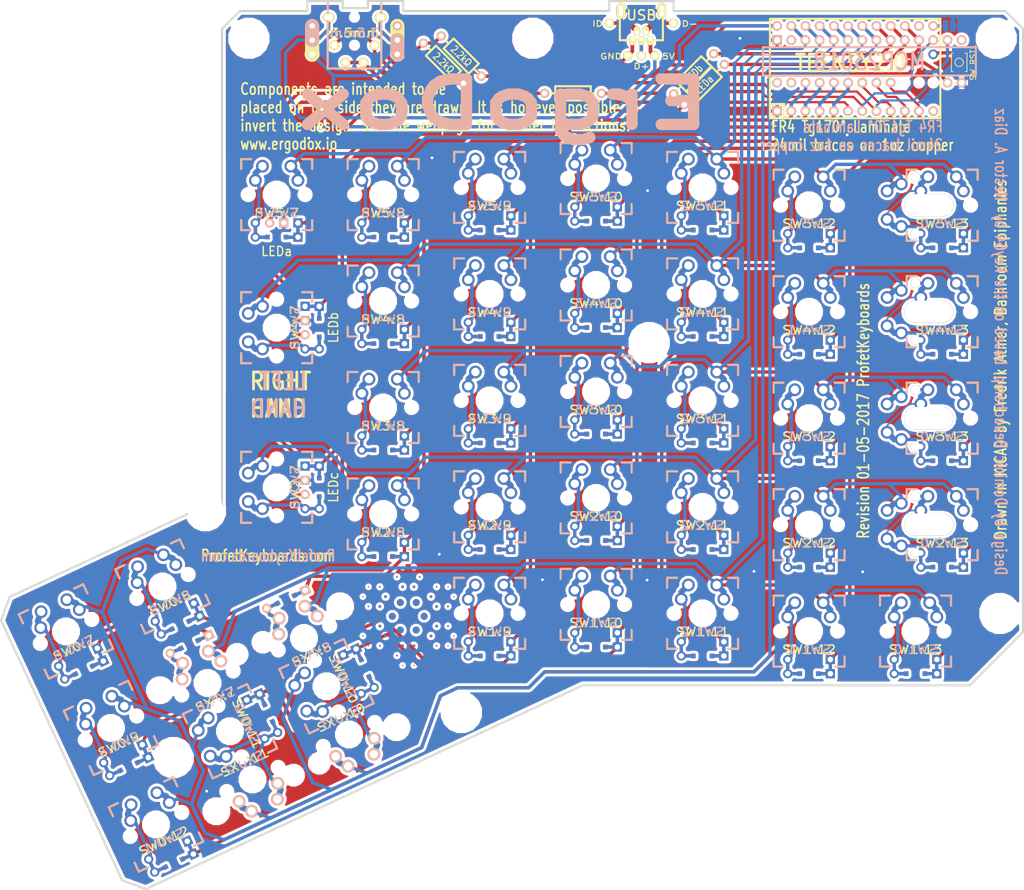
<source format=kicad_pcb>
(kicad_pcb (version 20171130) (host pcbnew 5.0.2+dfsg1-1)
  (layers (0 Front signal hide) (31 Back signal hide) (34 B.Paste user) (35 F.Paste user) (36 B.SilkS user hide) (37 F.SilkS user) (38 B.Mask user) (39 F.Mask user) (44 Edge.Cuts user))
  (net 0 "")
  (net 1 /COL0)
  (net 2 /COL1)
  (net 3 /COL10)
  (net 4 /COL11)
  (net 5 /COL4)
  (net 6 /COL5)
  (net 7 /COL6)
  (net 8 /LED_A)
  (net 9 /LED_B)
  (net 10 /LED_C)
  (net 11 /ROW0)
  (net 12 /ROW1)
  (net 13 /ROW2)
  (net 14 /ROW3)
  (net 15 /ROW4)
  (net 16 /ROW5)
  (net 17 /SCLM)
  (net 18 /SDAM)
  (net 19 GND)
  (net 20 VCC)
  (net 21 "Net-(D1:7-Pad1)")
  (net 22 "Net-(D1:8-Pad1)")
  (net 23 "Net-(J1-Pad1)")
  (net 24 "Net-(J1-Pad2)")
  (net 25 "Net-(J1-Pad3)")
  (net 26 "Net-(J1-Pad4)")
  (net 27 "Net-(J1-Pad5)")
  (net 28 "Net-(LED_A1-Pad1)")
  (net 29 "Net-(LED_B1-Pad1)")
  (net 30 "Net-(LED_C1-Pad1)")
  (net 31 "Net-(SW0:7-Pad2)")
  (net 32 "Net-(SW0:8-Pad2)")
  (net 33 "Net-(SW0:9-Pad2)")
  (net 34 "Net-(SW0:10-Pad2)")
  (net 35 "Net-(SW0:11-Pad2)")
  (net 36 "Net-(SW0:12-Pad2)")
  (net 37 "Net-(SW1:9-Pad2)")
  (net 38 "Net-(SW1:10-Pad2)")
  (net 39 "Net-(SW1:11-Pad2)")
  (net 40 "Net-(SW1:12-Pad2)")
  (net 41 "Net-(SW1:13-Pad2)")
  (net 42 "Net-(SW2:7-Pad2)")
  (net 43 "Net-(SW2:8-Pad2)")
  (net 44 "Net-(SW2:9-Pad2)")
  (net 45 "Net-(SW2:10-Pad2)")
  (net 46 "Net-(SW2:11-Pad2)")
  (net 47 "Net-(SW2:12-Pad2)")
  (net 48 "Net-(SW2:13-Pad2)")
  (net 49 "Net-(SW3:8-Pad2)")
  (net 50 "Net-(SW3:9-Pad2)")
  (net 51 "Net-(SW3:10-Pad2)")
  (net 52 "Net-(SW3:11-Pad2)")
  (net 53 "Net-(SW3:12-Pad2)")
  (net 54 "Net-(SW3:13-Pad2)")
  (net 55 "Net-(SW4:7-Pad2)")
  (net 56 "Net-(SW4:8-Pad2)")
  (net 57 "Net-(SW4:9-Pad2)")
  (net 58 "Net-(SW4:10-Pad2)")
  (net 59 "Net-(SW4:11-Pad2)")
  (net 60 "Net-(SW4:12-Pad2)")
  (net 61 "Net-(SW4:13-Pad2)")
  (net 62 "Net-(SW5:7-Pad2)")
  (net 63 "Net-(SW5:8-Pad2)")
  (net 64 "Net-(SW5:9-Pad2)")
  (net 65 "Net-(SW5:10-Pad2)")
  (net 66 "Net-(SW5:11-Pad2)")
  (net 67 "Net-(SW5:12-Pad2)")
  (net 68 "Net-(SW5:13-Pad2)")
  (net 69 "Net-(U1-Pad12)")
  (net 70 "Net-(U1-Pad19)")
  (net 71 "Net-(U2-Pad14)")
  (net 72 "Net-(U2-Pad17)")
  (net 73 "Net-(U2-Pad18)")
  (net 74 "Net-(U2-Pad19)")
  (net 75 "Net-(U2-Pad27)")
  (net 76 "Net-(U2-Pad28)")
  (net 77 /RST)
  (module USBMINImod (layer Front) (at 137.6426 30.48 270)
    (fp_text reference J1 hide)
    (fp_text value USB (at 2.54 0) (layer F.SilkS) (effects (font (size 1.778 1.778) (thickness 0.3048))))
    (fp_line (start 9.779 2.413) (end 9.017 1.651) (layer Front) (width 0.6096))
    (fp_line (start 9.017 1.651) (end 7.493 1.651) (layer Front) (width 0.6096))
    (fp_line (start 9.779 -2.413) (end 9.144 -1.651) (layer Front) (width 0.6096))
    (fp_line (start 9.144 -1.651) (end 7.493 -1.651) (layer Front) (width 0.6096))
    (fp_line (start 7.493 0) (end 9.779 0) (layer Front) (width 0.6096))
    (fp_line (start 4.953 0.889) (end 3.937 2.032) (layer Front) (width 0.6096))
    (fp_line (start 3.937 2.032) (end 3.937 5.715) (layer Front) (width 0.6096))
    (fp_line (start 4.953 -0.889) (end 3.937 -1.905) (layer Front) (width 0.6096))
    (fp_line (start 3.937 -1.905) (end 3.937 -5.715) (layer Front) (width 0.6096))
    (pad 1 thru_hole oval (at 6.79958 -1.6002 270) (size 1.651 1.143) (drill 0.762 (offset 0.27432 0)) (layers *.Cu *.Mask F.SilkS) (net 23 "Net-(J1-Pad1)"))
    (pad 2 thru_hole oval (at 5.6007 -0.8001 270) (size 1.651 1.143) (drill 0.762 (offset -0.27432 0)) (layers *.Cu *.Mask F.SilkS) (net 24 "Net-(J1-Pad2)"))
    (pad 3 thru_hole oval (at 6.79958 0 270) (size 1.651 1.143) (drill 0.762 (offset 0.27432 0)) (layers *.Cu *.Mask F.SilkS) (net 25 "Net-(J1-Pad3)"))
    (pad 4 thru_hole oval (at 5.6007 0.8001 270) (size 1.651 1.143) (drill 0.762 (offset -0.27432 0)) (layers *.Cu *.Mask F.SilkS) (net 26 "Net-(J1-Pad4)"))
    (pad 5 thru_hole oval (at 6.79958 1.6002 270) (size 1.651 1.143) (drill 0.762 (offset 0.27432 0)) (layers *.Cu *.Mask F.SilkS) (net 27 "Net-(J1-Pad5)"))
    (pad 6 thru_hole oval (at 1.75006 3.64744 270) (size 2.794 1.7018) (drill oval 1.905 0.762) (layers *.Cu *.Mask F.SilkS) (net 19 GND))
    (pad 6 thru_hole oval (at 1.75006 -3.64744 270) (size 2.794 1.7018) (drill oval 1.905 0.762) (layers *.Cu *.Mask F.SilkS) (net 19 GND))
    (pad 1 thru_hole circle (at 9.779 -2.413 270) (size 1.651 1.651) (drill 0.9906) (layers *.Cu *.Mask F.SilkS) (net 23 "Net-(J1-Pad1)"))
    (pad 2 thru_hole circle (at 3.937 -5.715 270) (size 1.651 1.651) (drill 0.9906) (layers *.Cu *.Mask F.SilkS) (net 24 "Net-(J1-Pad2)"))
    (pad 3 thru_hole circle (at 9.779 0 270) (size 1.651 1.651) (drill 0.9906) (layers *.Cu *.Mask F.SilkS) (net 25 "Net-(J1-Pad3)"))
    (pad 4 thru_hole circle (at 3.937 5.715 270) (size 1.651 1.651) (drill 0.9906) (layers *.Cu *.Mask F.SilkS) (net 26 "Net-(J1-Pad4)"))
    (pad 5 thru_hole circle (at 9.779 2.413 270) (size 1.651 1.651) (drill 0.9906) (layers *.Cu *.Mask F.SilkS) (net 27 "Net-(J1-Pad5)"))
  )
  (module "ErgoDOX pcb:TEENSY_2.0_WITH_RESET" (layer Front) (at 175.895 42.545)
    (fp_text reference U1 hide)
    (fp_text value TEENSY2.0 (at -0.825 -0.935) (layer F.SilkS) (effects (font (size 3.048 2.54) (thickness 0.4572))))
    (pad 26 thru_hole circle (at -6.35 -7.62) (size 1.7526 1.7526) (drill 1.0922) (layers *.Cu *.SilkS *.Mask) (net 14 /ROW3))
    (pad 25 thru_hole circle (at -3.81 -7.62) (size 1.7526 1.7526) (drill 1.0922) (layers *.Cu *.SilkS *.Mask) (net 13 /ROW2))
    (pad 29 thru_hole circle (at -13.97 -7.62) (size 1.7526 1.7526) (drill 1.0922) (layers *.Cu *.SilkS *.Mask) (net 20 VCC))
    (pad 28 thru_hole circle (at -11.43 -7.62) (size 1.7526 1.7526) (drill 1.0922) (layers *.Cu *.SilkS *.Mask) (net 16 /ROW5))
    (pad 27 thru_hole circle (at -8.89 -7.62) (size 1.7526 1.7526) (drill 1.0922) (layers *.Cu *.SilkS *.Mask) (net 15 /ROW4))
    (pad 24 thru_hole circle (at -1.27 -7.62) (size 1.7526 1.7526) (drill 1.0922) (layers *.Cu *.SilkS *.Mask) (net 12 /ROW1))
    (pad 23 thru_hole circle (at 1.27 -7.62) (size 1.7526 1.7526) (drill 1.0922) (layers *.Cu *.SilkS *.Mask) (net 11 /ROW0))
    (pad 22 thru_hole circle (at 3.81 -7.62) (size 1.7526 1.7526) (drill 1.0922) (layers *.Cu *.SilkS *.Mask) (net 9 /LED_B))
    (pad 21 thru_hole circle (at 6.35 -7.62) (size 1.7526 1.7526) (drill 1.0922) (layers *.Cu *.SilkS *.Mask) (net 8 /LED_A))
    (pad 20 thru_hole circle (at 8.89 -7.62) (size 1.7526 1.7526) (drill 1.0922) (layers *.Cu *.SilkS *.Mask) (net 20 VCC))
    (pad 19 thru_hole circle (at 11.43 -7.62) (size 1.7526 1.7526) (drill 1.0922) (layers *.Cu *.SilkS *.Mask) (net 70 "Net-(U1-Pad19)"))
    (pad 18 thru_hole circle (at 13.97 -7.62) (size 1.7526 1.7526) (drill 1.08966) (layers *.Cu *.SilkS *.Mask) (net 19 GND))
    (pad 12 thru_hole circle (at 13.97 7.62) (size 1.7526 1.7526) (drill 1.0922) (layers *.Cu *.SilkS *.Mask) (net 69 "Net-(U1-Pad12)"))
    (pad 11 thru_hole circle (at 11.43 7.62) (size 1.7526 1.7526) (drill 1.0922) (layers *.Cu *.SilkS *.Mask) (net 1 /COL0))
    (pad 10 thru_hole circle (at 8.89 7.62) (size 1.7526 1.7526) (drill 1.0922) (layers *.Cu *.SilkS *.Mask) (net 2 /COL1))
    (pad 9 thru_hole circle (at 6.35 7.62) (size 1.7526 1.7526) (drill 1.0922) (layers *.Cu *.SilkS *.Mask) (net 4 /COL11))
    (pad 8 thru_hole circle (at 3.81 7.62) (size 1.7526 1.7526) (drill 1.0922) (layers *.Cu *.SilkS *.Mask) (net 18 /SDAM))
    (pad 7 thru_hole circle (at 1.27 7.62) (size 1.7526 1.7526) (drill 1.0922) (layers *.Cu *.SilkS *.Mask) (net 17 /SCLM))
    (pad 6 thru_hole circle (at -1.27 7.62) (size 1.7526 1.7526) (drill 1.0922) (layers *.Cu *.SilkS *.Mask) (net 10 /LED_C))
    (pad 5 thru_hole circle (at -3.81 7.62) (size 1.7526 1.7526) (drill 1.0922) (layers *.Cu *.SilkS *.Mask) (net 3 /COL10))
    (pad 4 thru_hole circle (at -6.35 7.62) (size 1.7526 1.7526) (drill 1.0922) (layers *.Cu *.SilkS *.Mask) (net 5 /COL4))
    (pad 3 thru_hole circle (at -8.89 7.62) (size 1.7526 1.7526) (drill 1.0922) (layers *.Cu *.SilkS *.Mask) (net 6 /COL5))
    (pad 2 thru_hole circle (at -11.43 7.62) (size 1.7526 1.7526) (drill 1.0922) (layers *.Cu *.SilkS *.Mask) (net 7 /COL6))
    (pad 1 thru_hole rect (at -13.97 7.62) (size 1.7526 1.7526) (drill 1.0922) (layers *.Cu *.SilkS *.Mask) (net 19 GND))
    (pad 16 thru_hole circle (at 13.97 -2.54) (size 1.7526 1.7526) (drill 1.08966) (layers *.Cu *.Mask) (net 77 /RST))
  )
  (module "ErgoDOX pcb:STAR" (layer Back) (at 95.9325 140.5575 180)
    (fp_text reference STAR_2 hide)
    (fp_text value STAR_BACK hide)
    (pad 0 smd circle (at 2.8448 0 180) (size 1.27 1.27) (layers Back))
    (pad 0 smd circle (at 1.4224 -2.46126 180) (size 1.27 1.27) (layers Back))
    (pad 0 smd circle (at -1.41986 -2.46126 180) (size 1.27 1.27) (layers Back))
    (pad 0 smd circle (at -2.8448 0 180) (size 1.27 1.27) (layers Back))
    (pad 0 smd circle (at -1.4224 2.46126 180) (size 1.27 1.27) (layers Back))
    (pad 0 smd circle (at 1.41986 2.46126 180) (size 1.27 1.27) (layers Back))
    (pad 1 smd circle (at 5.08 -1.75768 180) (size 0.508 0.508) (layers Back))
    (pad 1 smd circle (at 1.016 -5.27812 180) (size 0.508 0.508) (layers Back))
    (pad 1 smd circle (at -4.06146 -3.5179 180) (size 0.508 0.508) (layers Back))
    (pad 1 smd circle (at -5.08 1.75768 180) (size 0.508 0.508) (layers Back))
    (pad 1 smd circle (at -1.016 5.27812 180) (size 0.508 0.508) (layers Back))
    (pad 1 smd circle (at 4.06146 3.5179 180) (size 0.508 0.508) (layers Back))
    (pad 2 smd circle (at 4.064 -3.5179 180) (size 0.508 0.508) (layers Back))
    (pad 2 smd circle (at -1.01346 -5.27812 180) (size 0.508 0.508) (layers Back))
    (pad 2 smd circle (at -5.08 -1.75768 180) (size 0.508 0.508) (layers Back))
    (pad 2 smd circle (at -4.064 3.5179 180) (size 0.508 0.508) (layers Back))
    (pad 2 smd circle (at 1.01346 5.27812 180) (size 0.508 0.508) (layers Back))
    (pad 2 smd circle (at 5.07746 1.75768 180) (size 0.508 0.508) (layers Back))
    (pad 3 smd circle (at 7.112 -1.75768 180) (size 0.3048 0.3048) (layers Back))
    (pad 3 smd circle (at 2.032 -7.03834 180) (size 0.3048 0.3048) (layers Back))
    (pad 3 smd circle (at -5.07746 -5.27812 180) (size 0.3048 0.3048) (layers Back))
    (pad 3 smd circle (at -7.112 1.75768 180) (size 0.3048 0.3048) (layers Back))
    (pad 3 smd circle (at -2.032 7.03834 180) (size 0.3048 0.3048) (layers Back))
    (pad 3 smd circle (at 5.07746 5.27812 180) (size 0.3048 0.3048) (layers Back))
    (pad 4 smd circle (at 5.08 -5.27812 180) (size 0.3048 0.3048) (layers Back))
    (pad 4 smd circle (at -2.02946 -7.03834 180) (size 0.3048 0.3048) (layers Back))
    (pad 4 smd circle (at -7.112 -1.75768 180) (size 0.3048 0.3048) (layers Back))
    (pad 4 smd circle (at -5.08 5.27812 180) (size 0.3048 0.3048) (layers Back))
    (pad 4 smd circle (at 2.02946 7.03834 180) (size 0.3048 0.3048) (layers Back))
    (pad 4 smd circle (at 7.10946 1.75768 180) (size 0.3048 0.3048) (layers Back))
    (pad 5 smd circle (at 8.128 -3.5179 180) (size 0.2032 0.2032) (layers Back))
    (pad 5 smd circle (at 1.016 -8.79856 180) (size 0.2032 0.2032) (layers Back))
    (pad 5 smd circle (at -7.10946 -5.27812 180) (size 0.2032 0.2032) (layers Back))
    (pad 5 smd circle (at -8.128 3.5179 180) (size 0.2032 0.2032) (layers Back))
    (pad 5 smd circle (at -1.016 8.79856 180) (size 0.2032 0.2032) (layers Back))
    (pad 5 smd circle (at 7.10946 5.27812 180) (size 0.2032 0.2032) (layers Back))
    (pad 6 smd circle (at 7.112 -5.27812 180) (size 0.2032 0.2032) (layers Back))
    (pad 6 smd circle (at -1.01346 -8.79856 180) (size 0.2032 0.2032) (layers Back))
    (pad 6 smd circle (at -8.128 -3.5179 180) (size 0.2032 0.2032) (layers Back))
    (pad 6 smd circle (at -7.112 5.27812 180) (size 0.2032 0.2032) (layers Back))
    (pad 6 smd circle (at 1.01346 8.79856 180) (size 0.2032 0.2032) (layers Back))
    (pad 6 smd circle (at 8.128 3.5179 180) (size 0.2032 0.2032) (layers Back))
  )
  (module "ErgoDOX pcb:STAR" (layer Front) (at 95.9325 140.5575)
    (fp_text reference STAR_1 hide)
    (fp_text value STAR_FRONT hide)
    (pad 0 smd circle (at 2.8448 0) (size 1.27 1.27) (layers Front))
    (pad 0 smd circle (at 1.4224 2.46126) (size 1.27 1.27) (layers Front))
    (pad 0 smd circle (at -1.41986 2.46126) (size 1.27 1.27) (layers Front))
    (pad 0 smd circle (at -2.8448 0) (size 1.27 1.27) (layers Front))
    (pad 0 smd circle (at -1.4224 -2.46126) (size 1.27 1.27) (layers Front))
    (pad 0 smd circle (at 1.41986 -2.46126) (size 1.27 1.27) (layers Front))
    (pad 1 smd circle (at 5.08 1.75768) (size 0.508 0.508) (layers Front))
    (pad 1 smd circle (at 1.016 5.27812) (size 0.508 0.508) (layers Front))
    (pad 1 smd circle (at -4.06146 3.5179) (size 0.508 0.508) (layers Front))
    (pad 1 smd circle (at -5.08 -1.75768) (size 0.508 0.508) (layers Front))
    (pad 1 smd circle (at -1.016 -5.27812) (size 0.508 0.508) (layers Front))
    (pad 1 smd circle (at 4.06146 -3.5179) (size 0.508 0.508) (layers Front))
    (pad 2 smd circle (at 4.064 3.5179) (size 0.508 0.508) (layers Front))
    (pad 2 smd circle (at -1.01346 5.27812) (size 0.508 0.508) (layers Front))
    (pad 2 smd circle (at -5.08 1.75768) (size 0.508 0.508) (layers Front))
    (pad 2 smd circle (at -4.064 -3.5179) (size 0.508 0.508) (layers Front))
    (pad 2 smd circle (at 1.01346 -5.27812) (size 0.508 0.508) (layers Front))
    (pad 2 smd circle (at 5.07746 -1.75768) (size 0.508 0.508) (layers Front))
    (pad 3 smd circle (at 7.112 1.75768) (size 0.3048 0.3048) (layers Front))
    (pad 3 smd circle (at 2.032 7.03834) (size 0.3048 0.3048) (layers Front))
    (pad 3 smd circle (at -5.07746 5.27812) (size 0.3048 0.3048) (layers Front))
    (pad 3 smd circle (at -7.112 -1.75768) (size 0.3048 0.3048) (layers Front))
    (pad 3 smd circle (at -2.032 -7.03834) (size 0.3048 0.3048) (layers Front))
    (pad 3 smd circle (at 5.07746 -5.27812) (size 0.3048 0.3048) (layers Front))
    (pad 4 smd circle (at 5.08 5.27812) (size 0.3048 0.3048) (layers Front))
    (pad 4 smd circle (at -2.02946 7.03834) (size 0.3048 0.3048) (layers Front))
    (pad 4 smd circle (at -7.112 1.75768) (size 0.3048 0.3048) (layers Front))
    (pad 4 smd circle (at -5.08 -5.27812) (size 0.3048 0.3048) (layers Front))
    (pad 4 smd circle (at 2.02946 -7.03834) (size 0.3048 0.3048) (layers Front))
    (pad 4 smd circle (at 7.10946 -1.75768) (size 0.3048 0.3048) (layers Front))
    (pad 5 smd circle (at 8.128 3.5179) (size 0.2032 0.2032) (layers Front))
    (pad 5 smd circle (at 1.016 8.79856) (size 0.2032 0.2032) (layers Front))
    (pad 5 smd circle (at -7.10946 5.27812) (size 0.2032 0.2032) (layers Front))
    (pad 5 smd circle (at -8.128 -3.5179) (size 0.2032 0.2032) (layers Front))
    (pad 5 smd circle (at -1.016 -8.79856) (size 0.2032 0.2032) (layers Front))
    (pad 5 smd circle (at 7.10946 -5.27812) (size 0.2032 0.2032) (layers Front))
    (pad 6 smd circle (at 7.112 5.27812) (size 0.2032 0.2032) (layers Front))
    (pad 6 smd circle (at -1.01346 8.79856) (size 0.2032 0.2032) (layers Front))
    (pad 6 smd circle (at -8.128 3.5179) (size 0.2032 0.2032) (layers Front))
    (pad 6 smd circle (at -7.112 -5.27812) (size 0.2032 0.2032) (layers Front))
    (pad 6 smd circle (at 1.01346 -8.79856) (size 0.2032 0.2032) (layers Front))
    (pad 6 smd circle (at 8.128 -3.5179) (size 0.2032 0.2032) (layers Front))
  )
  (module lib_footprints:STITCHING_VIA (layer Front) (at 100.19 58.53)
    (fp_text reference STITCHING_VIA)
    (fp_text value ~ hide)
    (pad GND thru_hole circle (at 0 0) (size 0.8 0.8) (drill 0.5) (layers *.Cu) (net 19 GND))
  )
  (module lib_footprints:STITCHING_VIA (layer Front) (at 177.24 132.59)
    (fp_text reference STITCHING_VIA)
    (fp_text value ~ hide)
    (pad GND thru_hole circle (at 0 0) (size 0.8 0.8) (drill 0.5) (layers *.Cu) (net 19 GND))
  )
  (module lib_footprints:STITCHING_VIA (layer Front) (at 157.79 132.51)
    (fp_text reference STITCHING_VIA)
    (fp_text value ~ hide)
    (pad GND thru_hole circle (at 0 0) (size 0.8 0.8) (drill 0.5) (layers *.Cu) (net 19 GND))
  )
  (module lib_footprints:STITCHING_VIA (layer Front) (at 138.67 134.08)
    (fp_text reference STITCHING_VIA)
    (fp_text value ~ hide)
    (pad GND thru_hole circle (at 0 0) (size 0.8 0.8) (drill 0.5) (layers *.Cu) (net 19 GND))
  )
  (module lib_footprints:STITCHING_VIA (layer Front) (at 119.94 134)
    (fp_text reference STITCHING_VIA)
    (fp_text value ~ hide)
    (pad GND thru_hole circle (at 0 0) (size 0.8 0.8) (drill 0.5) (layers *.Cu) (net 19 GND))
  )
  (module lib_footprints:STITCHING_VIA (layer Front) (at 59.87 171.84)
    (fp_text reference STITCHING_VIA)
    (fp_text value ~ hide)
    (pad GND thru_hole circle (at 0 0) (size 0.8 0.8) (drill 0.5) (layers *.Cu) (net 19 GND))
  )
  (module lib_footprints:STITCHING_VIA (layer Front) (at 101.49 129.46)
    (fp_text reference STITCHING_VIA)
    (fp_text value ~ hide)
    (pad GND thru_hole circle (at 0 0) (size 0.8 0.8) (drill 0.5) (layers *.Cu) (net 19 GND))
  )
  (module lib_footprints:STITCHING_VIA (layer Front) (at 155.3 37.14)
    (fp_text reference STITCHING_VIA)
    (fp_text value ~ hide)
    (pad GND thru_hole circle (at 0 0) (size 0.8 0.8) (drill 0.5) (layers *.Cu) (net 19 GND))
  )
  (module lib_footprints:STITCHING_VIA (layer Front) (at 174.46 54.43)
    (fp_text reference STITCHING_VIA)
    (fp_text value ~ hide)
    (pad GND thru_hole circle (at 0 0) (size 0.8 0.8) (drill 0.5) (layers *.Cu) (net 19 GND))
  )
  (module lib_footprints:STITCHING_VIA (layer Front) (at 78.13 55.02)
    (fp_text reference STITCHING_VIA)
    (fp_text value ~ hide)
    (pad GND thru_hole circle (at 0 0) (size 0.8 0.8) (drill 0.5) (layers *.Cu) (net 19 GND))
  )
  (module lib_footprints:STITCHING_VIA (layer Front) (at 138.75 64.4)
    (fp_text reference STITCHING_VIA)
    (fp_text value ~ hide)
    (pad GND thru_hole circle (at 0 0) (size 0.8 0.8) (drill 0.5) (layers *.Cu) (net 19 GND))
  )
  (module DIP28_300 (layer Back) (at 178.435 41.275)
    (fp_text reference U2 hide)
    (fp_text value MCP23018 (at 0 0) (layer B.SilkS) (effects (font (size 3.048 2.54) (thickness 0.4572)) (justify mirror)))
    (pad 2 thru_hole circle (at -13.97 -3.81) (size 1.7526 1.7526) (drill 1.0922) (layers *.Cu *.SilkS *.Mask))
    (pad 3 thru_hole circle (at -11.43 -3.81) (size 1.7526 1.7526) (drill 1.0922) (layers *.Cu *.SilkS *.Mask) (net 16 /ROW5))
    (pad 4 thru_hole circle (at -8.89 -3.81) (size 1.7526 1.7526) (drill 1.0922) (layers *.Cu *.SilkS *.Mask) (net 15 /ROW4))
    (pad 5 thru_hole circle (at -6.35 -3.81) (size 1.7526 1.7526) (drill 1.0922) (layers *.Cu *.SilkS *.Mask) (net 14 /ROW3))
    (pad 6 thru_hole circle (at -3.81 -3.81) (size 1.7526 1.7526) (drill 1.0922) (layers *.Cu *.SilkS *.Mask) (net 13 /ROW2))
    (pad 7 thru_hole circle (at -1.27 -3.81) (size 1.7526 1.7526) (drill 1.0922) (layers *.Cu *.SilkS *.Mask) (net 12 /ROW1))
    (pad 8 thru_hole circle (at 1.27 -3.81) (size 1.7526 1.7526) (drill 1.0922) (layers *.Cu *.SilkS *.Mask) (net 11 /ROW0))
    (pad 9 thru_hole circle (at 3.81 -3.81) (size 1.7526 1.7526) (drill 1.0922) (layers *.Cu *.SilkS *.Mask) (net 9 /LED_B))
    (pad 10 thru_hole circle (at 6.35 -3.81) (size 1.7526 1.7526) (drill 1.0922) (layers *.Cu *.SilkS *.Mask) (net 8 /LED_A))
    (pad 11 thru_hole circle (at 8.89 -3.81) (size 1.7526 1.7526) (drill 1.0922) (layers *.Cu *.SilkS *.Mask) (net 20 VCC))
    (pad 12 thru_hole circle (at 11.43 -3.81) (size 1.7526 1.7526) (drill 1.0922) (layers *.Cu *.SilkS *.Mask) (net 17 /SCLM))
    (pad 13 thru_hole circle (at 13.97 -3.81) (size 1.7526 1.7526) (drill 1.0922) (layers *.Cu *.SilkS *.Mask) (net 18 /SDAM))
    (pad 14 thru_hole circle (at 16.51 -3.81) (size 1.7526 1.7526) (drill 1.0922) (layers *.Cu *.SilkS *.Mask) (net 71 "Net-(U2-Pad14)"))
    (pad 1 thru_hole rect (at -16.51 -3.81) (size 1.7526 1.7526) (drill 1.0922) (layers *.Cu *.SilkS *.Mask) (net 19 GND))
    (pad 15 thru_hole circle (at 16.51 3.81) (size 1.7526 1.7526) (drill 1.0922) (layers *.Cu *.SilkS *.Mask) (net 19 GND))
    (pad 16 thru_hole circle (at 13.97 3.81) (size 1.7526 1.7526) (drill 1.0922) (layers *.Cu *.SilkS *.Mask) (net 20 VCC))
    (pad 17 np_thru_hole circle (at 11.43 3.81) (size 1.0922 1.0922) (drill 1.0922) (layers *.Cu *.SilkS *.Mask) (net 72 "Net-(U2-Pad17)"))
    (pad 18 np_thru_hole circle (at 8.89 3.81) (size 1.0922 1.0922) (drill 1.0922) (layers *.Cu *.SilkS *.Mask) (net 73 "Net-(U2-Pad18)"))
    (pad 19 np_thru_hole circle (at 6.35 3.81) (size 1.0922 1.0922) (drill 1.0922) (layers *.Cu *.SilkS *.Mask) (net 74 "Net-(U2-Pad19)"))
    (pad 20 thru_hole circle (at 3.81 3.81) (size 1.7526 1.7526) (drill 1.0922) (layers *.Cu *.SilkS *.Mask) (net 1 /COL0))
    (pad 21 thru_hole circle (at 1.27 3.81) (size 1.7526 1.7526) (drill 1.0922) (layers *.Cu *.SilkS *.Mask) (net 2 /COL1))
    (pad 22 thru_hole circle (at -1.27 3.81) (size 1.7526 1.7526) (drill 1.0922) (layers *.Cu *.SilkS *.Mask) (net 4 /COL11))
    (pad 23 thru_hole circle (at -3.81 3.81) (size 1.7526 1.7526) (drill 1.0922) (layers *.Cu *.SilkS *.Mask) (net 3 /COL10))
    (pad 24 thru_hole circle (at -6.35 3.81) (size 1.7526 1.7526) (drill 1.0922) (layers *.Cu *.SilkS *.Mask) (net 5 /COL4))
    (pad 25 thru_hole circle (at -8.89 3.81) (size 1.7526 1.7526) (drill 1.0922) (layers *.Cu *.SilkS *.Mask) (net 6 /COL5))
    (pad 26 thru_hole circle (at -11.43 3.81) (size 1.7526 1.7526) (drill 1.0922) (layers *.Cu *.SilkS *.Mask) (net 7 /COL6))
    (pad 27 thru_hole circle (at -13.97 3.81) (size 1.7526 1.7526) (drill 1.0922) (layers *.Cu *.SilkS *.Mask) (net 75 "Net-(U2-Pad27)"))
    (pad 28 thru_hole circle (at -16.51 3.81) (size 1.7526 1.7526) (drill 1.0922) (layers *.Cu *.SilkS *.Mask) (net 76 "Net-(U2-Pad28)"))
  )
  (module DIODE (layer Front) (at 56.7944 145.57756 25)
    (fp_text reference D1:7 hide)
    (fp_text value D hide)
    (fp_line (start -3.81 0) (end -1.6637 0) (layer Back) (width 0.6096))
    (fp_line (start 1.6637 0) (end 3.81 0) (layer Back) (width 0.6096))
    (fp_line (start -3.81 0) (end -1.6637 0) (layer Front) (width 0.6096))
    (fp_line (start 1.6637 0) (end 3.81 0) (layer Front) (width 0.6096))
    (pad 1 thru_hole circle (at -3.81 0 25) (size 1.651 1.651) (drill 0.9906) (layers *.Cu *.SilkS *.Mask) (net 21 "Net-(D1:7-Pad1)"))
    (pad 99 smd rect (at -1.6637 0 25) (size 0.8382 0.8382) (layers Front F.Paste F.Mask))
    (pad 99 smd rect (at -1.6637 0 25) (size 0.8382 0.8382) (layers Back B.Paste B.Mask))
    (pad 2 thru_hole rect (at 3.81 0 25) (size 1.651 1.651) (drill 0.9906) (layers *.Cu *.SilkS *.Mask) (net 7 /COL6))
    (pad 99 smd rect (at 1.6637 0 25) (size 0.8382 0.8382) (layers Front F.Paste F.Mask))
    (pad 99 smd rect (at 1.6637 0 25) (size 0.8382 0.8382) (layers Back B.Paste B.Mask))
  )
  (module DIODE (layer Front) (at 74.05878 137.52576 25)
    (fp_text reference D1:8 hide)
    (fp_text value D hide)
    (fp_line (start -3.81 0) (end -1.6637 0) (layer Back) (width 0.6096))
    (fp_line (start 1.6637 0) (end 3.81 0) (layer Back) (width 0.6096))
    (fp_line (start -3.81 0) (end -1.6637 0) (layer Front) (width 0.6096))
    (fp_line (start 1.6637 0) (end 3.81 0) (layer Front) (width 0.6096))
    (pad 1 thru_hole circle (at -3.81 0 25) (size 1.651 1.651) (drill 0.9906) (layers *.Cu *.SilkS *.Mask) (net 22 "Net-(D1:8-Pad1)"))
    (pad 99 smd rect (at -1.6637 0 25) (size 0.8382 0.8382) (layers Front F.Paste F.Mask))
    (pad 99 smd rect (at -1.6637 0 25) (size 0.8382 0.8382) (layers Back B.Paste B.Mask))
    (pad 2 thru_hole rect (at 3.81 0 25) (size 1.651 1.651) (drill 0.9906) (layers *.Cu *.SilkS *.Mask) (net 6 /COL5))
    (pad 99 smd rect (at 1.6637 0 25) (size 0.8382 0.8382) (layers Front F.Paste F.Mask))
    (pad 99 smd rect (at 1.6637 0 25) (size 0.8382 0.8382) (layers Back B.Paste B.Mask))
  )
  (module MX_LED (layer Front) (at 72.39 117.48516 90)
    (fp_text reference LED_C1 hide)
    (fp_text value LEDc (at 0 10.16 90) (layer F.SilkS) (effects (font (size 1.651 1.524) (thickness 0.254))))
    (pad 1 thru_hole circle (at -1.27 5.08 90) (size 1.651 1.651) (drill 0.9906) (layers *.Cu *.SilkS *.Mask) (net 30 "Net-(LED_C1-Pad1)"))
    (pad 2 thru_hole rect (at 1.27 5.08 90) (size 1.651 1.651) (drill 0.9906) (layers *.Cu *.SilkS *.Mask) (net 19 GND))
  )
  (module MX_LED (layer Front) (at 72.39 88.91016 90)
    (fp_text reference LED_B1 hide)
    (fp_text value LEDb (at 0 10.16 90) (layer F.SilkS) (effects (font (size 1.651 1.524) (thickness 0.254))))
    (pad 1 thru_hole circle (at -1.27 5.08 90) (size 1.651 1.651) (drill 0.9906) (layers *.Cu *.SilkS *.Mask) (net 29 "Net-(LED_B1-Pad1)"))
    (pad 2 thru_hole rect (at 1.27 5.08 90) (size 1.651 1.651) (drill 0.9906) (layers *.Cu *.SilkS *.Mask) (net 19 GND))
  )
  (module MX_LED (layer Front) (at 72.39 65.1002)
    (fp_text reference LED_A1 hide)
    (fp_text value LEDa (at 0 10.16) (layer F.SilkS) (effects (font (size 1.651 1.524) (thickness 0.254))))
    (pad 1 thru_hole circle (at -1.27 5.08) (size 1.651 1.651) (drill 0.9906) (layers *.Cu *.SilkS *.Mask) (net 28 "Net-(LED_A1-Pad1)"))
    (pad 2 thru_hole rect (at 1.27 5.08) (size 1.651 1.651) (drill 0.9906) (layers *.Cu *.SilkS *.Mask) (net 19 GND))
  )
  (module MX_FLIP (layer Front) (at 77.2795 144.43202 25)
    (fp_text reference SX1:8 (at 0 3.302 25) (layer F.SilkS) (effects (font (size 1.524 1.778) (thickness 0.254))))
    (fp_text value SX1:5 (at 0 3.302 25) (layer B.SilkS) (effects (font (size 1.524 1.778) (thickness 0.254)) (justify mirror)))
    (pad 1 thru_hole circle (at 2.54 -5.08 25) (size 2.286 2.286) (drill 1.4986) (layers *.Cu *.SilkS *.Mask) (net 12 /ROW1))
    (pad 2 thru_hole circle (at -3.81 -2.54 25) (size 2.286 2.286) (drill 1.4986) (layers *.Cu *.SilkS *.Mask) (net 22 "Net-(D1:8-Pad1)"))
    (pad "" np_thru_hole circle (at 0 0 25) (size 3.9878 3.9878) (drill 3.9878) (layers *.Cu))
    (pad "" np_thru_hole circle (at -5.08 0 25) (size 1.7018 1.7018) (drill 1.7018) (layers *.Cu *.Mask))
    (pad "" np_thru_hole circle (at 5.08 0 25) (size 1.7018 1.7018) (drill 1.7018) (layers *.Cu *.Mask))
    (pad 1 thru_hole circle (at 3.81 -2.54 25) (size 2.286 2.286) (drill 1.4986) (layers *.Cu *.SilkS *.Mask) (net 12 /ROW1))
    (pad 2 thru_hole circle (at -2.54 -5.08 25) (size 2.286 2.286) (drill 1.4986) (layers *.Cu *.SilkS *.Mask) (net 22 "Net-(D1:8-Pad1)"))
  )
  (module MX_FLIP (layer Front) (at 60.01512 152.48382 25)
    (fp_text reference SX1:7 (at 0 3.302 25) (layer F.SilkS) (effects (font (size 1.524 1.778) (thickness 0.254))))
    (fp_text value SX1:6 (at 0 3.302 25) (layer B.SilkS) (effects (font (size 1.524 1.778) (thickness 0.254)) (justify mirror)))
    (pad 1 thru_hole circle (at 2.54 -5.08 25) (size 2.286 2.286) (drill 1.4986) (layers *.Cu *.SilkS *.Mask) (net 12 /ROW1))
    (pad 2 thru_hole circle (at -3.81 -2.54 25) (size 2.286 2.286) (drill 1.4986) (layers *.Cu *.SilkS *.Mask) (net 21 "Net-(D1:7-Pad1)"))
    (pad "" np_thru_hole circle (at 0 0 25) (size 3.9878 3.9878) (drill 3.9878) (layers *.Cu *.Mask))
    (pad "" np_thru_hole circle (at -5.08 0 25) (size 1.7018 1.7018) (drill 1.7018) (layers *.Cu *.Mask))
    (pad "" np_thru_hole circle (at 5.08 0 25) (size 1.7018 1.7018) (drill 1.7018) (layers *.Cu *.Mask))
    (pad 1 thru_hole circle (at 3.81 -2.54 25) (size 2.286 2.286) (drill 1.4986) (layers *.Cu *.SilkS *.Mask) (net 12 /ROW1))
    (pad 2 thru_hole circle (at -2.54 -5.08 25) (size 2.286 2.286) (drill 1.4986) (layers *.Cu *.SilkS *.Mask) (net 21 "Net-(D1:7-Pad1)"))
  )
  (module MX_FLIP (layer Front) (at 85.3313 161.69894 205)
    (fp_text reference SX0:10 (at 0 3.302 205) (layer F.SilkS) (effects (font (size 1.524 1.778) (thickness 0.254))))
    (fp_text value SX0:3 (at 0 3.302 205) (layer B.SilkS) (effects (font (size 1.524 1.778) (thickness 0.254)) (justify mirror)))
    (pad 1 thru_hole circle (at 2.54 -5.08 205) (size 2.286 2.286) (drill 1.4986) (layers *.Cu *.SilkS *.Mask) (net 11 /ROW0))
    (pad 2 thru_hole circle (at -3.81 -2.54 205) (size 2.286 2.286) (drill 1.4986) (layers *.Cu *.SilkS *.Mask) (net 34 "Net-(SW0:10-Pad2)"))
    (pad "" np_thru_hole circle (at 0 0 205) (size 3.9878 3.9878) (drill 3.9878) (layers *.Cu *.Mask))
    (pad "" np_thru_hole circle (at -5.08 0 205) (size 1.7018 1.7018) (drill 1.7018) (layers *.Cu *.Mask))
    (pad "" np_thru_hole circle (at 5.08 0 205) (size 1.7018 1.7018) (drill 1.7018) (layers *.Cu *.Mask))
    (pad 1 thru_hole circle (at 3.81 -2.54 205) (size 2.286 2.286) (drill 1.4986) (layers *.Cu *.SilkS *.Mask) (net 11 /ROW0))
    (pad 2 thru_hole circle (at -2.54 -5.08 205) (size 2.286 2.286) (drill 1.4986) (layers *.Cu *.SilkS *.Mask) (net 34 "Net-(SW0:10-Pad2)"))
  )
  (module MX_FLIP (layer Front) (at 68.06438 169.7482 205)
    (fp_text reference SX0:11 (at 0 3.302 205) (layer F.SilkS) (effects (font (size 1.524 1.778) (thickness 0.254))))
    (fp_text value SX0:2 (at 0 3.302 205) (layer B.SilkS) (effects (font (size 1.524 1.778) (thickness 0.254)) (justify mirror)))
    (pad 1 thru_hole circle (at 2.54 -5.08 205) (size 2.286 2.286) (drill 1.4986) (layers *.Cu *.SilkS *.Mask) (net 11 /ROW0))
    (pad 2 thru_hole circle (at -3.81 -2.54 205) (size 2.286 2.286) (drill 1.4986) (layers *.Cu *.SilkS *.Mask) (net 35 "Net-(SW0:11-Pad2)"))
    (pad "" np_thru_hole circle (at 0 0 205) (size 3.9878 3.9878) (drill 3.9878) (layers *.Cu *.Mask))
    (pad "" np_thru_hole circle (at -5.08 0 205) (size 1.7018 1.7018) (drill 1.7018) (layers *.Cu *.Mask))
    (pad "" np_thru_hole circle (at 5.08 0 205) (size 1.7018 1.7018) (drill 1.7018) (layers *.Cu *.Mask))
    (pad 1 thru_hole circle (at 3.81 -2.54 205) (size 2.286 2.286) (drill 1.4986) (layers *.Cu *.SilkS *.Mask) (net 11 /ROW0))
    (pad 2 thru_hole circle (at -2.54 -5.08 205) (size 2.286 2.286) (drill 1.4986) (layers *.Cu *.SilkS *.Mask) (net 35 "Net-(SW0:11-Pad2)"))
  )
  (module RESISTOR (layer Front) (at 148.9075 45.4025 225)
    (fp_text reference RA1 hide)
    (fp_text value LEDa (at 0 0 225) (layer F.SilkS) (effects (font (size 1.27 1.016) (thickness 0.2032))))
    (pad 1 thru_hole circle (at -5.079999 0 225) (size 1.651 1.651) (drill 0.9906) (layers *.Cu *.SilkS *.Mask) (net 8 /LED_A))
    (pad 2 thru_hole circle (at 5.079999 0 225) (size 1.651 1.651) (drill 0.9906) (layers *.Cu *.SilkS *.Mask) (net 28 "Net-(LED_A1-Pad1)"))
  )
  (module RESISTOR (layer Front) (at 147.0025 43.4975 225)
    (fp_text reference RB1 hide)
    (fp_text value LEDb (at 0 0 225) (layer F.SilkS) (effects (font (size 1.27 1.016) (thickness 0.2032))))
    (pad 1 thru_hole circle (at -5.079999 0 225) (size 1.651 1.651) (drill 0.9906) (layers *.Cu *.SilkS *.Mask) (net 9 /LED_B))
    (pad 2 thru_hole circle (at 5.079999 0 225) (size 1.651 1.651) (drill 0.9906) (layers *.Cu *.SilkS *.Mask) (net 29 "Net-(LED_B1-Pad1)"))
  )
  (module RESISTOR (layer Front) (at 125.4125 46.99 180)
    (fp_text reference RC1 hide)
    (fp_text value LEDc (at 0 0 180) (layer F.SilkS) (effects (font (size 1.27 1.016) (thickness 0.2032))))
    (pad 1 thru_hole circle (at -5.08 0 180) (size 1.651 1.651) (drill 0.9906) (layers *.Cu *.SilkS *.Mask) (net 10 /LED_C))
    (pad 2 thru_hole circle (at 5.08 0 180) (size 1.651 1.651) (drill 0.9906) (layers *.Cu *.SilkS *.Mask) (net 30 "Net-(LED_C1-Pad1)"))
  )
  (module RESISTOR (layer Front) (at 105.41 40.3225 315)
    (fp_text reference R1 hide)
    (fp_text value 2.2kΩ (at 0 0 315) (layer F.SilkS) (effects (font (size 1.27 1.016) (thickness 0.2032))))
    (pad 1 thru_hole circle (at -5.079999 0 315) (size 1.651 1.651) (drill 0.9906) (layers *.Cu *.SilkS *.Mask) (net 20 VCC))
    (pad 2 thru_hole circle (at 5.079999 0 315) (size 1.651 1.651) (drill 0.9906) (layers *.Cu *.SilkS *.Mask) (net 18 /SDAM))
  )
  (module RESISTOR (layer Front) (at 102.235 41.5925 315)
    (fp_text reference R2 hide)
    (fp_text value 2.2kΩ (at 0 0 315) (layer F.SilkS) (effects (font (size 1.27 1.016) (thickness 0.2032))))
    (pad 1 thru_hole circle (at -5.079999 0 315) (size 1.651 1.651) (drill 0.9906) (layers *.Cu *.SilkS *.Mask) (net 20 VCC))
    (pad 2 thru_hole circle (at 5.079999 0 315) (size 1.651 1.651) (drill 0.9906) (layers *.Cu *.SilkS *.Mask) (net 17 /SCLM))
  )
  (module 100PITCH1X3 (layer Front) (at 78.74 37.465 90)
    (fp_text reference J4 hide)
    (fp_text value JMP hide)
    (pad 1 thru_hole circle (at -2.54 0 90) (size 1.651 1.651) (drill 0.9906) (layers *.Cu *.Mask F.SilkS) (net 20 VCC))
    (pad 2 thru_hole circle (at 0 0 90) (size 1.651 1.651) (drill 0.9906) (layers *.Cu *.Mask F.SilkS) (net 23 "Net-(J1-Pad1)"))
    (pad 3 thru_hole circle (at 2.54 0 90) (size 1.651 1.651) (drill 0.9906) (layers *.Cu *.Mask F.SilkS) (net 19 GND))
  )
  (module 100PITCH1X3 (layer Back) (at 93.98 37.465 90)
    (fp_text reference J3 hide)
    (fp_text value JMP hide)
    (pad 1 thru_hole circle (at -2.54 0 90) (size 1.651 1.651) (drill 0.9906) (layers *.Cu *.Mask B.SilkS) (net 20 VCC))
    (pad 2 thru_hole circle (at 0 0 90) (size 1.651 1.651) (drill 0.9906) (layers *.Cu *.Mask B.SilkS) (net 27 "Net-(J1-Pad5)"))
    (pad 3 thru_hole circle (at 2.54 0 90) (size 1.651 1.651) (drill 0.9906) (layers *.Cu *.Mask B.SilkS) (net 19 GND))
  )
  (module GAP (layer Back) (at 192.7225 34.925 270)
    (fp_text reference JP2 hide)
    (fp_text value JUMPER hide)
    (pad 1 smd rect (at 0 0.635 270) (size 2.032 1.016) (layers Back B.Paste B.Mask) (net 19 GND))
    (pad 1 smd rect (at 0 -0.635 270) (size 2.032 1.016) (layers Back B.Paste B.Mask) (net 19 GND))
  )
  (module GAP (layer Front) (at 186.13 40.89)
    (fp_text reference JP1 hide)
    (fp_text value JUMPER hide)
    (pad 1 smd rect (at 0 -0.635) (size 2.032 1.016) (layers Front F.Paste F.Mask) (net 20 VCC))
    (pad 1 smd rect (at 0 0.635) (size 2.032 1.016) (layers Front F.Paste F.Mask) (net 20 VCC))
  )
  (module 4pin35mmAudio (layer Front) (at 86.3092 30.48 270)
    (fp_text reference J2 hide)
    (fp_text value 3.5mm (at 5.715 0) (layer F.SilkS) (effects (font (size 1.524 1.778) (thickness 0.3048))))
    (fp_text user 3.5mm (at 5.715 0) (layer B.SilkS) (effects (font (size 1.524 1.778) (thickness 0.3048)) (justify mirror)))
    (pad 1 thru_hole oval (at 2.8956 -4.6482 270) (size 1.7526 2.0574) (drill oval 1.0922 1.397) (layers *.Cu *.Mask F.SilkS) (net 27 "Net-(J1-Pad5)"))
    (pad 2 thru_hole circle (at 7.8994 3.6068 270) (size 1.7526 1.7526) (drill 1.0922) (layers *.Cu *.Mask F.SilkS) (net 18 /SDAM))
    (pad 3 thru_hole circle (at 10.9982 -1.6002 270) (size 1.7526 1.7526) (drill 1.0922) (layers *.Cu *.Mask F.SilkS) (net 17 /SCLM))
    (pad 4 thru_hole oval (at 2.8956 4.6482 270) (size 1.7526 2.0574) (drill oval 1.0922 1.397) (layers *.Cu *.Mask F.SilkS) (net 23 "Net-(J1-Pad1)"))
    (pad 5 thru_hole circle (at 10.9982 1.6002 270) (size 1.7526 1.7526) (drill 1.0922) (layers *.Cu *.Mask F.SilkS) (net 17 /SCLM))
    (pad 6 thru_hole circle (at 7.8994 -3.6068 270) (size 1.7526 1.7526) (drill 1.0922) (layers *.Cu *.Mask F.SilkS) (net 18 /SDAM))
    (pad HOLE np_thru_hole circle (at 2.8956 0 270) (size 0.9906 0.9906) (drill 0.9906) (layers *.Cu *.Mask F.SilkS))
    (pad HOLE np_thru_hole circle (at 7.8994 0 270) (size 0.9906 0.9906) (drill 0.9906) (layers *.Cu *.Mask F.SilkS))
  )
  (module STAB_PCB940 (layer Front) (at 81.30286 153.06548 295)
    (fp_text reference S2 hide)
    (fp_text value STAB200 hide)
    (pad "" np_thru_hole circle (at -11.938 6.985 295) (size 3.048 3.048) (drill 3.048) (layers *.Cu *.Mask))
    (pad "" np_thru_hole circle (at 11.938 6.985 295) (size 3.048 3.048) (drill 3.048) (layers *.Cu))
    (pad "" np_thru_hole circle (at -11.938 -8.255 295) (size 3.9878 3.9878) (drill 3.9878) (layers *.Cu))
    (pad "" np_thru_hole circle (at 11.938001 -8.255 295) (size 3.9878 3.9878) (drill 3.9878) (layers *.Cu *.Mask))
  )
  (module STAB_PCB940 (layer Front) (at 64.03848 161.11728 115)
    (fp_text reference S1 hide)
    (fp_text value STAB200 hide)
    (pad "" np_thru_hole circle (at -11.938 6.985 115) (size 3.048 3.048) (drill 3.048) (layers *.Cu))
    (pad "" np_thru_hole circle (at 11.938 6.985 115) (size 3.048 3.048) (drill 3.048) (layers *.Cu *.Mask))
    (pad "" np_thru_hole circle (at -11.938 -8.255 115) (size 3.9878 3.9878) (drill 3.9878) (layers *.Cu *.Mask))
    (pad "" np_thru_hole circle (at 11.938001 -8.255 115) (size 3.9878 3.9878) (drill 3.9878) (layers *.Cu *.Mask))
  )
  (module ErgoDOXmech (layer Front) (at 50.8 177.8)
    (fp_text reference H99 hide)
    (fp_text value MECHANICAL hide)
    (pad "" np_thru_hole circle (at 3.0988 -11.9634) (size 6.3754 6.3754) (drill 6.3754) (layers *.Cu *.Mask))
    (pad "" np_thru_hole circle (at 8.8646 -56.134) (size 6.3754 6.3754) (drill 6.3754) (layers *.Cu *.Mask))
    (pad "" np_thru_hole circle (at 54.6354 -20.0406) (size 6.3754 6.3754) (drill 6.3754) (layers *.Cu *.Mask))
    (pad "" np_thru_hole circle (at 150.9776 -37.7444) (size 6.3754 6.3754) (drill 6.3754) (layers *.Cu *.Mask))
    (pad "" np_thru_hole circle (at 88.2396 -86.2076) (size 6.3754 6.3754) (drill 6.3754) (layers *.Cu *.Mask))
    (pad "" np_thru_hole circle (at 150.3426 -140.6652) (size 6.3754 6.3754) (drill 6.3754) (layers *.Cu *.Mask))
    (pad "" np_thru_hole circle (at 67.4116 -140.6652) (size 6.3754 6.3754) (drill 6.3754) (layers *.Cu *.Mask))
    (pad "" np_thru_hole circle (at 16.6116 -140.6652) (size 6.3754 6.3754) (drill 6.3754) (layers *.Cu *.Mask))
  )
  (module "ErgoDOX pcb:MX_FLIP_XX" (layer Front) (at 191.4525 86.05266)
    (fp_text reference SW4:13 (at 0 3.302) (layer F.SilkS) (effects (font (size 1.524 1.778) (thickness 0.254))))
    (fp_text value SW4:0 (at 0 3.302) (layer B.SilkS) (effects (font (size 1.524 1.778) (thickness 0.254)) (justify mirror)))
    (fp_line (start -3.81 7.62) (end -1.6637 7.62) (layer Back) (width 0.6096))
    (fp_line (start 1.6637 7.62) (end 3.81 7.62) (layer Back) (width 0.6096))
    (fp_line (start -3.81 7.62) (end -1.6637 7.62) (layer Front) (width 0.6096))
    (fp_line (start 1.6637 7.62) (end 3.81 7.62) (layer Front) (width 0.6096))
    (pad 1 thru_hole circle (at 2.54 -5.08) (size 2.286 2.286) (drill 1.4986) (layers *.Cu *.Mask) (net 15 /ROW4))
    (pad 2 thru_hole circle (at -3.81 -2.54) (size 2.286 2.286) (drill 1.4986) (layers *.Cu *.Mask) (net 61 "Net-(SW4:13-Pad2)"))
    (pad "" np_thru_hole circle (at 5.08 0) (size 1.7018 1.7018) (drill 1.7018) (layers *.Cu *.Mask))
    (pad 1 thru_hole circle (at 3.81 -2.54) (size 2.28346 2.28346) (drill 1.4986) (layers *.Cu *.Mask) (net 15 /ROW4))
    (pad 2 thru_hole circle (at -2.54 -5.08) (size 2.286 2.286) (drill 1.4986) (layers *.Cu *.Mask) (net 61 "Net-(SW4:13-Pad2)"))
    (pad 3 thru_hole circle (at -3.81 5.08) (size 1.651 1.651) (drill 0.9906) (layers *.Cu *.Mask) (net 61 "Net-(SW4:13-Pad2)"))
    (pad 4 thru_hole rect (at 3.81 5.08) (size 1.651 1.651) (drill 0.9906) (layers *.Cu *.Mask) (net 1 /COL0))
    (pad 3 thru_hole circle (at -3.81 7.62) (size 1.651 1.651) (drill 0.9906) (layers *.Cu *.Mask) (net 61 "Net-(SW4:13-Pad2)"))
    (pad 4 thru_hole rect (at 3.81 7.62) (size 1.651 1.651) (drill 0.9906) (layers *.Cu *.Mask) (net 1 /COL0))
    (pad 99 smd rect (at -1.6637 7.62) (size 0.8382 0.8382) (layers Front F.Paste F.Mask))
    (pad 99 smd rect (at -1.6637 7.62) (size 0.8382 0.8382) (layers Back B.Paste B.Mask))
    (pad 99 smd rect (at 1.6637 7.62) (size 0.8382 0.8382) (layers Front F.Paste F.Mask))
    (pad 99 smd rect (at 1.6637 7.62) (size 0.8382 0.8382) (layers Back B.Paste B.Mask))
    (pad 1 thru_hole circle (at -9.8425 -2.54) (size 2.28092 2.28092) (drill 1.4986) (layers *.Cu *.Mask) (net 15 /ROW4))
    (pad 1 thru_hole circle (at -7.3025 -3.81) (size 2.28092 2.28092) (drill 1.4986) (layers *.Cu *.Mask) (net 15 /ROW4))
    (pad 2 thru_hole circle (at -7.3025 3.81) (size 2.28092 2.28092) (drill 1.4986) (layers *.Cu *.Mask) (net 61 "Net-(SW4:13-Pad2)"))
    (pad 2 thru_hole circle (at -9.8425 2.54) (size 2.28092 2.28092) (drill 1.4986) (layers *.Cu *.Mask) (net 61 "Net-(SW4:13-Pad2)"))
    (pad 2 thru_hole oval (at -2.38252 0) (size 8.7503 3.9878) (drill oval 8.7503 3.9878) (layers *.Cu *.Mask) (net 61 "Net-(SW4:13-Pad2)"))
    (pad 3 thru_hole circle (at -4.7625 5.08 90) (size 1.7018 1.7018) (drill 1.7018) (layers *.Cu *.Mask) (net 61 "Net-(SW4:13-Pad2)"))
    (pad 2 thru_hole circle (at -4.7625 -5.08 90) (size 1.7018 1.7018) (drill 1.7018) (layers *.Cu *.Mask) (net 61 "Net-(SW4:13-Pad2)"))
  )
  (module "ErgoDOX pcb:MX_FLIP_XX" (layer Front) (at 191.4525 124.15266)
    (fp_text reference SW2:13 (at 0 3.302) (layer F.SilkS) (effects (font (size 1.524 1.778) (thickness 0.254))))
    (fp_text value SW2:0 (at 0 3.302) (layer B.SilkS) (effects (font (size 1.524 1.778) (thickness 0.254)) (justify mirror)))
    (fp_line (start -3.81 7.62) (end -1.6637 7.62) (layer Back) (width 0.6096))
    (fp_line (start 1.6637 7.62) (end 3.81 7.62) (layer Back) (width 0.6096))
    (fp_line (start -3.81 7.62) (end -1.6637 7.62) (layer Front) (width 0.6096))
    (fp_line (start 1.6637 7.62) (end 3.81 7.62) (layer Front) (width 0.6096))
    (pad 1 thru_hole circle (at 2.54 -5.08) (size 2.286 2.286) (drill 1.4986) (layers *.Cu *.Mask) (net 13 /ROW2))
    (pad 2 thru_hole circle (at -3.81 -2.54) (size 2.286 2.286) (drill 1.4986) (layers *.Cu *.Mask) (net 48 "Net-(SW2:13-Pad2)"))
    (pad "" np_thru_hole circle (at 5.08 0) (size 1.7018 1.7018) (drill 1.7018) (layers *.Cu *.Mask))
    (pad 1 thru_hole circle (at 3.81 -2.54) (size 2.28346 2.28346) (drill 1.4986) (layers *.Cu *.Mask) (net 13 /ROW2))
    (pad 2 thru_hole circle (at -2.54 -5.08) (size 2.286 2.286) (drill 1.4986) (layers *.Cu *.Mask) (net 48 "Net-(SW2:13-Pad2)"))
    (pad 3 thru_hole circle (at -3.81 5.08) (size 1.651 1.651) (drill 0.9906) (layers *.Cu *.Mask) (net 48 "Net-(SW2:13-Pad2)"))
    (pad 4 thru_hole rect (at 3.81 5.08) (size 1.651 1.651) (drill 0.9906) (layers *.Cu *.Mask) (net 1 /COL0))
    (pad 3 thru_hole circle (at -3.81 7.62) (size 1.651 1.651) (drill 0.9906) (layers *.Cu *.Mask) (net 48 "Net-(SW2:13-Pad2)"))
    (pad 4 thru_hole rect (at 3.81 7.62) (size 1.651 1.651) (drill 0.9906) (layers *.Cu *.Mask) (net 1 /COL0))
    (pad 99 smd rect (at -1.6637 7.62) (size 0.8382 0.8382) (layers Front F.Paste F.Mask))
    (pad 99 smd rect (at -1.6637 7.62) (size 0.8382 0.8382) (layers Back B.Paste B.Mask))
    (pad 99 smd rect (at 1.6637 7.62) (size 0.8382 0.8382) (layers Front F.Paste F.Mask))
    (pad 99 smd rect (at 1.6637 7.62) (size 0.8382 0.8382) (layers Back B.Paste B.Mask))
    (pad 1 thru_hole circle (at -9.8425 -2.54) (size 2.28092 2.28092) (drill 1.4986) (layers *.Cu *.Mask) (net 13 /ROW2))
    (pad 1 thru_hole circle (at -7.3025 -3.81) (size 2.28092 2.28092) (drill 1.4986) (layers *.Cu *.Mask) (net 13 /ROW2))
    (pad 2 thru_hole circle (at -7.3025 3.81) (size 2.28092 2.28092) (drill 1.4986) (layers *.Cu *.Mask) (net 48 "Net-(SW2:13-Pad2)"))
    (pad 2 thru_hole circle (at -9.8425 2.54) (size 2.28092 2.28092) (drill 1.4986) (layers *.Cu *.Mask) (net 48 "Net-(SW2:13-Pad2)"))
    (pad 2 thru_hole oval (at -2.38252 0) (size 8.7503 3.9878) (drill oval 8.7503 3.9878) (layers *.Cu *.Mask) (net 48 "Net-(SW2:13-Pad2)"))
    (pad 3 thru_hole circle (at -4.7625 5.08 90) (size 1.7018 1.7018) (drill 1.7018) (layers *.Cu *.Mask) (net 48 "Net-(SW2:13-Pad2)"))
    (pad 2 thru_hole circle (at -4.7625 -5.08 90) (size 1.7018 1.7018) (drill 1.7018) (layers *.Cu *.Mask) (net 48 "Net-(SW2:13-Pad2)"))
  )
  (module "ErgoDOX pcb:MX_FLIP_XX" (layer Front) (at 191.4525 67.0052)
    (fp_text reference SW5:13 (at 0 3.302) (layer F.SilkS) (effects (font (size 1.524 1.778) (thickness 0.254))))
    (fp_text value SW5:0 (at 0 3.302) (layer B.SilkS) (effects (font (size 1.524 1.778) (thickness 0.254)) (justify mirror)))
    (fp_line (start -3.81 7.62) (end -1.6637 7.62) (layer Back) (width 0.6096))
    (fp_line (start 1.6637 7.62) (end 3.81 7.62) (layer Back) (width 0.6096))
    (fp_line (start -3.81 7.62) (end -1.6637 7.62) (layer Front) (width 0.6096))
    (fp_line (start 1.6637 7.62) (end 3.81 7.62) (layer Front) (width 0.6096))
    (pad 1 thru_hole circle (at 2.54 -5.08) (size 2.286 2.286) (drill 1.4986) (layers *.Cu *.Mask) (net 16 /ROW5))
    (pad 2 thru_hole circle (at -3.81 -2.54) (size 2.286 2.286) (drill 1.4986) (layers *.Cu *.Mask) (net 68 "Net-(SW5:13-Pad2)"))
    (pad "" np_thru_hole circle (at 5.08 0) (size 1.7018 1.7018) (drill 1.7018) (layers *.Cu *.Mask))
    (pad 1 thru_hole circle (at 3.81 -2.54) (size 2.28346 2.28346) (drill 1.4986) (layers *.Cu *.Mask) (net 16 /ROW5))
    (pad 2 thru_hole circle (at -2.54 -5.08) (size 2.286 2.286) (drill 1.4986) (layers *.Cu *.Mask) (net 68 "Net-(SW5:13-Pad2)"))
    (pad 3 thru_hole circle (at -3.81 5.08) (size 1.651 1.651) (drill 0.9906) (layers *.Cu *.Mask) (net 68 "Net-(SW5:13-Pad2)"))
    (pad 4 thru_hole rect (at 3.81 5.08) (size 1.651 1.651) (drill 0.9906) (layers *.Cu *.Mask) (net 1 /COL0))
    (pad 3 thru_hole circle (at -3.81 7.62) (size 1.651 1.651) (drill 0.9906) (layers *.Cu *.Mask) (net 68 "Net-(SW5:13-Pad2)"))
    (pad 4 thru_hole rect (at 3.81 7.62) (size 1.651 1.651) (drill 0.9906) (layers *.Cu *.Mask) (net 1 /COL0))
    (pad 99 smd rect (at -1.6637 7.62) (size 0.8382 0.8382) (layers Front F.Paste F.Mask))
    (pad 99 smd rect (at -1.6637 7.62) (size 0.8382 0.8382) (layers Back B.Paste B.Mask))
    (pad 99 smd rect (at 1.6637 7.62) (size 0.8382 0.8382) (layers Front F.Paste F.Mask))
    (pad 99 smd rect (at 1.6637 7.62) (size 0.8382 0.8382) (layers Back B.Paste B.Mask))
    (pad 1 thru_hole circle (at -9.8425 -2.54) (size 2.28092 2.28092) (drill 1.4986) (layers *.Cu *.Mask) (net 16 /ROW5))
    (pad 1 thru_hole circle (at -7.3025 -3.81) (size 2.28092 2.28092) (drill 1.4986) (layers *.Cu *.Mask) (net 16 /ROW5))
    (pad 2 thru_hole circle (at -7.3025 3.81) (size 2.28092 2.28092) (drill 1.4986) (layers *.Cu *.Mask) (net 68 "Net-(SW5:13-Pad2)"))
    (pad 2 thru_hole circle (at -9.8425 2.54) (size 2.28092 2.28092) (drill 1.4986) (layers *.Cu *.Mask) (net 68 "Net-(SW5:13-Pad2)"))
    (pad 2 thru_hole oval (at -2.38252 0) (size 8.7503 3.9878) (drill oval 8.7503 3.9878) (layers *.Cu *.Mask) (net 68 "Net-(SW5:13-Pad2)"))
    (pad 3 thru_hole circle (at -4.7625 5.08 90) (size 1.7018 1.7018) (drill 1.7018) (layers *.Cu *.Mask) (net 68 "Net-(SW5:13-Pad2)"))
    (pad 2 thru_hole circle (at -4.7625 -5.08 90) (size 1.7018 1.7018) (drill 1.7018) (layers *.Cu *.Mask) (net 68 "Net-(SW5:13-Pad2)"))
  )
  (module "ErgoDOX pcb:MX_FLIP_XX" (layer Front) (at 191.4525 105.10266)
    (fp_text reference SW3:13 (at 0 3.302) (layer F.SilkS) (effects (font (size 1.524 1.778) (thickness 0.254))))
    (fp_text value SW3:0 (at 0 3.302) (layer B.SilkS) (effects (font (size 1.524 1.778) (thickness 0.254)) (justify mirror)))
    (fp_line (start -3.81 7.62) (end -1.6637 7.62) (layer Back) (width 0.6096))
    (fp_line (start 1.6637 7.62) (end 3.81 7.62) (layer Back) (width 0.6096))
    (fp_line (start -3.81 7.62) (end -1.6637 7.62) (layer Front) (width 0.6096))
    (fp_line (start 1.6637 7.62) (end 3.81 7.62) (layer Front) (width 0.6096))
    (pad 1 thru_hole circle (at 2.54 -5.08) (size 2.286 2.286) (drill 1.4986) (layers *.Cu *.Mask) (net 14 /ROW3))
    (pad 2 thru_hole circle (at -3.81 -2.54) (size 2.286 2.286) (drill 1.4986) (layers *.Cu *.Mask) (net 54 "Net-(SW3:13-Pad2)"))
    (pad "" np_thru_hole circle (at 5.08 0) (size 1.7018 1.7018) (drill 1.7018) (layers *.Cu *.Mask))
    (pad 1 thru_hole circle (at 3.81 -2.54) (size 2.28346 2.28346) (drill 1.4986) (layers *.Cu *.Mask) (net 14 /ROW3))
    (pad 2 thru_hole circle (at -2.54 -5.08) (size 2.286 2.286) (drill 1.4986) (layers *.Cu *.Mask) (net 54 "Net-(SW3:13-Pad2)"))
    (pad 3 thru_hole circle (at -3.81 5.08) (size 1.651 1.651) (drill 0.9906) (layers *.Cu *.Mask) (net 54 "Net-(SW3:13-Pad2)"))
    (pad 4 thru_hole rect (at 3.81 5.08) (size 1.651 1.651) (drill 0.9906) (layers *.Cu *.Mask) (net 1 /COL0))
    (pad 3 thru_hole circle (at -3.81 7.62) (size 1.651 1.651) (drill 0.9906) (layers *.Cu *.Mask) (net 54 "Net-(SW3:13-Pad2)"))
    (pad 4 thru_hole rect (at 3.81 7.62) (size 1.651 1.651) (drill 0.9906) (layers *.Cu *.Mask) (net 1 /COL0))
    (pad 99 smd rect (at -1.6637 7.62) (size 0.8382 0.8382) (layers Front F.Paste F.Mask))
    (pad 99 smd rect (at -1.6637 7.62) (size 0.8382 0.8382) (layers Back B.Paste B.Mask))
    (pad 99 smd rect (at 1.6637 7.62) (size 0.8382 0.8382) (layers Front F.Paste F.Mask))
    (pad 99 smd rect (at 1.6637 7.62) (size 0.8382 0.8382) (layers Back B.Paste B.Mask))
    (pad 1 thru_hole circle (at -9.8425 -2.54) (size 2.28092 2.28092) (drill 1.4986) (layers *.Cu *.Mask) (net 14 /ROW3))
    (pad 1 thru_hole circle (at -7.3025 -3.81) (size 2.28092 2.28092) (drill 1.4986) (layers *.Cu *.Mask) (net 14 /ROW3))
    (pad 2 thru_hole circle (at -7.3025 3.81) (size 2.28092 2.28092) (drill 1.4986) (layers *.Cu *.Mask) (net 54 "Net-(SW3:13-Pad2)"))
    (pad 2 thru_hole circle (at -9.8425 2.54) (size 2.28092 2.28092) (drill 1.4986) (layers *.Cu *.Mask) (net 54 "Net-(SW3:13-Pad2)"))
    (pad 2 thru_hole oval (at -2.38252 0) (size 8.7503 3.9878) (drill oval 8.7503 3.9878) (layers *.Cu *.Mask) (net 54 "Net-(SW3:13-Pad2)"))
    (pad 3 thru_hole circle (at -4.7625 5.08 90) (size 1.7018 1.7018) (drill 1.7018) (layers *.Cu *.Mask) (net 54 "Net-(SW3:13-Pad2)"))
    (pad 2 thru_hole circle (at -4.7625 -5.08 90) (size 1.7018 1.7018) (drill 1.7018) (layers *.Cu *.Mask) (net 54 "Net-(SW3:13-Pad2)"))
  )
  (module "ErgoDOX pcb:MX_FLIP_DIODE" (layer Front) (at 91.44 65.1002)
    (fp_text reference SW5:8 (at 0 3.302) (layer F.SilkS) (effects (font (size 1.524 1.778) (thickness 0.254))))
    (fp_text value SW5:5 (at 0 3.302) (layer B.SilkS) (effects (font (size 1.524 1.778) (thickness 0.254)) (justify mirror)))
    (fp_line (start -3.81 7.62) (end -1.6637 7.62) (layer Back) (width 0.6096))
    (fp_line (start 1.6637 7.62) (end 3.81 7.62) (layer Back) (width 0.6096))
    (fp_line (start -3.81 7.62) (end -1.6637 7.62) (layer Front) (width 0.6096))
    (fp_line (start 1.6637 7.62) (end 3.81 7.62) (layer Front) (width 0.6096))
    (pad 1 thru_hole circle (at 2.54 -5.08) (size 2.286 2.286) (drill 1.4986) (layers *.Cu *.Mask) (net 16 /ROW5))
    (pad 2 thru_hole circle (at -3.81 -2.54) (size 2.286 2.286) (drill 1.4986) (layers *.Cu *.Mask) (net 63 "Net-(SW5:8-Pad2)"))
    (pad "" np_thru_hole circle (at 0 0) (size 3.9878 3.9878) (drill 3.9878) (layers *.Cu *.Mask))
    (pad "" np_thru_hole circle (at -5.08 0) (size 1.7018 1.7018) (drill 1.7018) (layers *.Cu *.Mask))
    (pad "" np_thru_hole circle (at 5.08 0) (size 1.7018 1.7018) (drill 1.7018) (layers *.Cu *.Mask))
    (pad 1 thru_hole circle (at 3.81 -2.54) (size 2.286 2.286) (drill 1.4986) (layers *.Cu *.Mask) (net 16 /ROW5))
    (pad 2 thru_hole circle (at -2.54 -5.08) (size 2.286 2.286) (drill 1.4986) (layers *.Cu *.Mask) (net 63 "Net-(SW5:8-Pad2)"))
    (pad 3 thru_hole circle (at -3.81 5.08) (size 1.651 1.651) (drill 0.9906) (layers *.Cu *.Mask) (net 63 "Net-(SW5:8-Pad2)"))
    (pad 4 thru_hole rect (at 3.81 5.08) (size 1.651 1.651) (drill 0.9906) (layers *.Cu *.Mask) (net 6 /COL5))
    (pad 3 thru_hole circle (at -3.81 7.62) (size 1.651 1.651) (drill 0.9906) (layers *.Cu *.Mask) (net 63 "Net-(SW5:8-Pad2)"))
    (pad 4 thru_hole rect (at 3.81 7.62) (size 1.651 1.651) (drill 0.9906) (layers *.Cu *.Mask) (net 6 /COL5))
    (pad 99 smd rect (at -1.6637 7.62) (size 0.8382 0.8382) (layers Front F.Paste F.Mask))
    (pad 99 smd rect (at -1.6637 7.62) (size 0.8382 0.8382) (layers Back B.Paste B.Mask))
    (pad 99 smd rect (at 1.6637 7.62) (size 0.8382 0.8382) (layers Front F.Paste F.Mask))
    (pad 99 smd rect (at 1.6637 7.62) (size 0.8382 0.8382) (layers Back B.Paste B.Mask))
  )
  (module "ErgoDOX pcb:MX_FLIP_DIODE" (layer Front) (at 148.59 82.87766)
    (fp_text reference SW4:11 (at 0 3.302) (layer F.SilkS) (effects (font (size 1.524 1.778) (thickness 0.254))))
    (fp_text value SW4:2 (at 0 3.302) (layer B.SilkS) (effects (font (size 1.524 1.778) (thickness 0.254)) (justify mirror)))
    (fp_line (start -3.81 7.62) (end -1.6637 7.62) (layer Back) (width 0.6096))
    (fp_line (start 1.6637 7.62) (end 3.81 7.62) (layer Back) (width 0.6096))
    (fp_line (start -3.81 7.62) (end -1.6637 7.62) (layer Front) (width 0.6096))
    (fp_line (start 1.6637 7.62) (end 3.81 7.62) (layer Front) (width 0.6096))
    (pad 1 thru_hole circle (at 2.54 -5.08) (size 2.286 2.286) (drill 1.4986) (layers *.Cu *.Mask) (net 15 /ROW4))
    (pad 2 thru_hole circle (at -3.81 -2.54) (size 2.286 2.286) (drill 1.4986) (layers *.Cu *.Mask) (net 59 "Net-(SW4:11-Pad2)"))
    (pad "" np_thru_hole circle (at 0 0) (size 3.9878 3.9878) (drill 3.9878) (layers *.Cu *.Mask))
    (pad "" np_thru_hole circle (at -5.08 0) (size 1.7018 1.7018) (drill 1.7018) (layers *.Cu *.Mask))
    (pad "" np_thru_hole circle (at 5.08 0) (size 1.7018 1.7018) (drill 1.7018) (layers *.Cu *.Mask))
    (pad 1 thru_hole circle (at 3.81 -2.54) (size 2.286 2.286) (drill 1.4986) (layers *.Cu *.Mask) (net 15 /ROW4))
    (pad 2 thru_hole circle (at -2.54 -5.08) (size 2.286 2.286) (drill 1.4986) (layers *.Cu *.Mask) (net 59 "Net-(SW4:11-Pad2)"))
    (pad 3 thru_hole circle (at -3.81 5.08) (size 1.651 1.651) (drill 0.9906) (layers *.Cu *.Mask) (net 59 "Net-(SW4:11-Pad2)"))
    (pad 4 thru_hole rect (at 3.81 5.08) (size 1.651 1.651) (drill 0.9906) (layers *.Cu *.Mask) (net 4 /COL11))
    (pad 3 thru_hole circle (at -3.81 7.62) (size 1.651 1.651) (drill 0.9906) (layers *.Cu *.Mask) (net 59 "Net-(SW4:11-Pad2)"))
    (pad 4 thru_hole rect (at 3.81 7.62) (size 1.651 1.651) (drill 0.9906) (layers *.Cu *.Mask) (net 4 /COL11))
    (pad 99 smd rect (at -1.6637 7.62) (size 0.8382 0.8382) (layers Front F.Paste F.Mask))
    (pad 99 smd rect (at -1.6637 7.62) (size 0.8382 0.8382) (layers Back B.Paste B.Mask))
    (pad 99 smd rect (at 1.6637 7.62) (size 0.8382 0.8382) (layers Front F.Paste F.Mask))
    (pad 99 smd rect (at 1.6637 7.62) (size 0.8382 0.8382) (layers Back B.Paste B.Mask))
  )
  (module "ErgoDOX pcb:MX_FLIP_DIODE" (layer Front) (at 64.03848 161.11728 115)
    (fp_text reference SW0:11 (at 0 3.302 115) (layer F.SilkS) (effects (font (size 1.524 1.778) (thickness 0.254))))
    (fp_text value SW0:2 (at 0 3.302 115) (layer B.SilkS) (effects (font (size 1.524 1.778) (thickness 0.254)) (justify mirror)))
    (fp_line (start -3.81 7.62) (end -1.6637 7.62) (layer Back) (width 0.6096))
    (fp_line (start 1.6637 7.62) (end 3.81 7.62) (layer Back) (width 0.6096))
    (fp_line (start -3.81 7.62) (end -1.6637 7.62) (layer Front) (width 0.6096))
    (fp_line (start 1.6637 7.62) (end 3.81 7.62) (layer Front) (width 0.6096))
    (pad 1 thru_hole circle (at 2.54 -5.08 115) (size 2.286 2.286) (drill 1.4986) (layers *.Cu *.Mask) (net 11 /ROW0))
    (pad 2 thru_hole circle (at -3.81 -2.54 115) (size 2.286 2.286) (drill 1.4986) (layers *.Cu *.Mask) (net 35 "Net-(SW0:11-Pad2)"))
    (pad "" np_thru_hole circle (at 0 0 115) (size 3.9878 3.9878) (drill 3.9878) (layers *.Cu *.Mask))
    (pad "" np_thru_hole circle (at -5.08 0 115) (size 1.7018 1.7018) (drill 1.7018) (layers *.Cu *.Mask))
    (pad "" np_thru_hole circle (at 5.08 0 115) (size 1.7018 1.7018) (drill 1.7018) (layers *.Cu *.Mask))
    (pad 1 thru_hole circle (at 3.81 -2.54 115) (size 2.286 2.286) (drill 1.4986) (layers *.Cu *.Mask) (net 11 /ROW0))
    (pad 2 thru_hole circle (at -2.54 -5.08 115) (size 2.286 2.286) (drill 1.4986) (layers *.Cu *.Mask) (net 35 "Net-(SW0:11-Pad2)"))
    (pad 3 thru_hole circle (at -3.81 5.08 115) (size 1.651 1.651) (drill 0.9906) (layers *.Cu *.Mask) (net 35 "Net-(SW0:11-Pad2)"))
    (pad 4 thru_hole rect (at 3.81 5.08 115) (size 1.651 1.651) (drill 0.9906) (layers *.Cu *.Mask) (net 4 /COL11))
    (pad 3 thru_hole circle (at -3.81 7.62 115) (size 1.651 1.651) (drill 0.9906) (layers *.Cu *.Mask) (net 35 "Net-(SW0:11-Pad2)"))
    (pad 4 thru_hole rect (at 3.81 7.62 115) (size 1.651 1.651) (drill 0.9906) (layers *.Cu *.Mask) (net 4 /COL11))
    (pad 99 smd rect (at -1.6637 7.62 115) (size 0.8382 0.8382) (layers Front F.Paste F.Mask))
    (pad 99 smd rect (at -1.6637 7.62 115) (size 0.8382 0.8382) (layers Back B.Paste B.Mask))
    (pad 99 smd rect (at 1.6637 7.62 115) (size 0.8382 0.8382) (layers Front F.Paste F.Mask))
    (pad 99 smd rect (at 1.6637 7.62 115) (size 0.8382 0.8382) (layers Back B.Paste B.Mask))
  )
  (module "ErgoDOX pcb:MX_FLIP_DIODE" (layer Front) (at 81.30286 153.06548 115)
    (fp_text reference SW0:10 (at 0 3.302 115) (layer F.SilkS) (effects (font (size 1.524 1.778) (thickness 0.254))))
    (fp_text value SW0:3 (at 0 3.302 115) (layer B.SilkS) (effects (font (size 1.524 1.778) (thickness 0.254)) (justify mirror)))
    (fp_line (start -3.81 7.62) (end -1.6637 7.62) (layer Back) (width 0.6096))
    (fp_line (start 1.6637 7.62) (end 3.81 7.62) (layer Back) (width 0.6096))
    (fp_line (start -3.81 7.62) (end -1.6637 7.62) (layer Front) (width 0.6096))
    (fp_line (start 1.6637 7.62) (end 3.81 7.62) (layer Front) (width 0.6096))
    (pad 1 thru_hole circle (at 2.54 -5.08 115) (size 2.286 2.286) (drill 1.4986) (layers *.Cu *.Mask) (net 11 /ROW0))
    (pad 2 thru_hole circle (at -3.81 -2.54 115) (size 2.286 2.286) (drill 1.4986) (layers *.Cu *.Mask) (net 34 "Net-(SW0:10-Pad2)"))
    (pad "" np_thru_hole circle (at 0 0 115) (size 3.9878 3.9878) (drill 3.9878) (layers *.Cu *.Mask))
    (pad "" np_thru_hole circle (at -5.08 0 115) (size 1.7018 1.7018) (drill 1.7018) (layers *.Cu *.Mask))
    (pad "" np_thru_hole circle (at 5.08 0 115) (size 1.7018 1.7018) (drill 1.7018) (layers *.Cu *.Mask))
    (pad 1 thru_hole circle (at 3.81 -2.54 115) (size 2.286 2.286) (drill 1.4986) (layers *.Cu *.Mask) (net 11 /ROW0))
    (pad 2 thru_hole circle (at -2.54 -5.08 115) (size 2.286 2.286) (drill 1.4986) (layers *.Cu *.Mask) (net 34 "Net-(SW0:10-Pad2)"))
    (pad 3 thru_hole circle (at -3.81 5.08 115) (size 1.651 1.651) (drill 0.9906) (layers *.Cu *.Mask) (net 34 "Net-(SW0:10-Pad2)"))
    (pad 4 thru_hole rect (at 3.81 5.08 115) (size 1.651 1.651) (drill 0.9906) (layers *.Cu *.Mask) (net 3 /COL10))
    (pad 3 thru_hole circle (at -3.81 7.62 115) (size 1.651 1.651) (drill 0.9906) (layers *.Cu *.Mask) (net 34 "Net-(SW0:10-Pad2)"))
    (pad 4 thru_hole rect (at 3.81 7.62 115) (size 1.651 1.651) (drill 0.9906) (layers *.Cu *.Mask) (net 3 /COL10))
    (pad 99 smd rect (at -1.6637 7.62 115) (size 0.8382 0.8382) (layers Front F.Paste F.Mask))
    (pad 99 smd rect (at -1.6637 7.62 115) (size 0.8382 0.8382) (layers Back B.Paste B.Mask))
    (pad 99 smd rect (at 1.6637 7.62 115) (size 0.8382 0.8382) (layers Front F.Paste F.Mask))
    (pad 99 smd rect (at 1.6637 7.62 115) (size 0.8382 0.8382) (layers Back B.Paste B.Mask))
  )
  (module "ErgoDOX pcb:MX_FLIP_DIODE" (layer Front) (at 110.49 140.02766)
    (fp_text reference SW1:9 (at 0 3.302) (layer F.SilkS) (effects (font (size 1.524 1.778) (thickness 0.254))))
    (fp_text value SW1:4 (at 0 3.302) (layer B.SilkS) (effects (font (size 1.524 1.778) (thickness 0.254)) (justify mirror)))
    (fp_line (start -3.81 7.62) (end -1.6637 7.62) (layer Back) (width 0.6096))
    (fp_line (start 1.6637 7.62) (end 3.81 7.62) (layer Back) (width 0.6096))
    (fp_line (start -3.81 7.62) (end -1.6637 7.62) (layer Front) (width 0.6096))
    (fp_line (start 1.6637 7.62) (end 3.81 7.62) (layer Front) (width 0.6096))
    (pad 1 thru_hole circle (at 2.54 -5.08) (size 2.286 2.286) (drill 1.4986) (layers *.Cu *.Mask) (net 12 /ROW1))
    (pad 2 thru_hole circle (at -3.81 -2.54) (size 2.286 2.286) (drill 1.4986) (layers *.Cu *.Mask) (net 37 "Net-(SW1:9-Pad2)"))
    (pad "" np_thru_hole circle (at 0 0) (size 3.9878 3.9878) (drill 3.9878) (layers *.Cu *.Mask))
    (pad "" np_thru_hole circle (at -5.08 0) (size 1.7018 1.7018) (drill 1.7018) (layers *.Cu *.Mask))
    (pad "" np_thru_hole circle (at 5.08 0) (size 1.7018 1.7018) (drill 1.7018) (layers *.Cu *.Mask))
    (pad 1 thru_hole circle (at 3.81 -2.54) (size 2.286 2.286) (drill 1.4986) (layers *.Cu *.Mask) (net 12 /ROW1))
    (pad 2 thru_hole circle (at -2.54 -5.08) (size 2.286 2.286) (drill 1.4986) (layers *.Cu *.Mask) (net 37 "Net-(SW1:9-Pad2)"))
    (pad 3 thru_hole circle (at -3.81 5.08) (size 1.651 1.651) (drill 0.9906) (layers *.Cu *.Mask) (net 37 "Net-(SW1:9-Pad2)"))
    (pad 4 thru_hole rect (at 3.81 5.08) (size 1.651 1.651) (drill 0.9906) (layers *.Cu *.Mask) (net 5 /COL4))
    (pad 3 thru_hole circle (at -3.81 7.62) (size 1.651 1.651) (drill 0.9906) (layers *.Cu *.Mask) (net 37 "Net-(SW1:9-Pad2)"))
    (pad 4 thru_hole rect (at 3.81 7.62) (size 1.651 1.651) (drill 0.9906) (layers *.Cu *.Mask) (net 5 /COL4))
    (pad 99 smd rect (at -1.6637 7.62) (size 0.8382 0.8382) (layers Front F.Paste F.Mask))
    (pad 99 smd rect (at -1.6637 7.62) (size 0.8382 0.8382) (layers Back B.Paste B.Mask))
    (pad 99 smd rect (at 1.6637 7.62) (size 0.8382 0.8382) (layers Front F.Paste F.Mask))
    (pad 99 smd rect (at 1.6637 7.62) (size 0.8382 0.8382) (layers Back B.Paste B.Mask))
  )
  (module "ErgoDOX pcb:MX_FLIP_DIODE" (layer Front) (at 129.54 138.43)
    (fp_text reference SW1:10 (at 0 3.302) (layer F.SilkS) (effects (font (size 1.524 1.778) (thickness 0.254))))
    (fp_text value SW1:3 (at 0 3.302) (layer B.SilkS) (effects (font (size 1.524 1.778) (thickness 0.254)) (justify mirror)))
    (fp_line (start -3.81 7.62) (end -1.6637 7.62) (layer Back) (width 0.6096))
    (fp_line (start 1.6637 7.62) (end 3.81 7.62) (layer Back) (width 0.6096))
    (fp_line (start -3.81 7.62) (end -1.6637 7.62) (layer Front) (width 0.6096))
    (fp_line (start 1.6637 7.62) (end 3.81 7.62) (layer Front) (width 0.6096))
    (pad 1 thru_hole circle (at 2.54 -5.08) (size 2.286 2.286) (drill 1.4986) (layers *.Cu *.Mask) (net 12 /ROW1))
    (pad 2 thru_hole circle (at -3.81 -2.54) (size 2.286 2.286) (drill 1.4986) (layers *.Cu *.Mask) (net 38 "Net-(SW1:10-Pad2)"))
    (pad "" np_thru_hole circle (at 0 0) (size 3.9878 3.9878) (drill 3.9878) (layers *.Cu *.Mask))
    (pad "" np_thru_hole circle (at -5.08 0) (size 1.7018 1.7018) (drill 1.7018) (layers *.Cu *.Mask))
    (pad "" np_thru_hole circle (at 5.08 0) (size 1.7018 1.7018) (drill 1.7018) (layers *.Cu *.Mask))
    (pad 1 thru_hole circle (at 3.81 -2.54) (size 2.286 2.286) (drill 1.4986) (layers *.Cu *.Mask) (net 12 /ROW1))
    (pad 2 thru_hole circle (at -2.54 -5.08) (size 2.286 2.286) (drill 1.4986) (layers *.Cu *.Mask) (net 38 "Net-(SW1:10-Pad2)"))
    (pad 3 thru_hole circle (at -3.81 5.08) (size 1.651 1.651) (drill 0.9906) (layers *.Cu *.Mask) (net 38 "Net-(SW1:10-Pad2)"))
    (pad 4 thru_hole rect (at 3.81 5.08) (size 1.651 1.651) (drill 0.9906) (layers *.Cu *.Mask) (net 3 /COL10))
    (pad 3 thru_hole circle (at -3.81 7.62) (size 1.651 1.651) (drill 0.9906) (layers *.Cu *.Mask) (net 38 "Net-(SW1:10-Pad2)"))
    (pad 4 thru_hole rect (at 3.81 7.62) (size 1.651 1.651) (drill 0.9906) (layers *.Cu *.Mask) (net 3 /COL10))
    (pad 99 smd rect (at -1.6637 7.62) (size 0.8382 0.8382) (layers Front F.Paste F.Mask))
    (pad 99 smd rect (at -1.6637 7.62) (size 0.8382 0.8382) (layers Back B.Paste B.Mask))
    (pad 99 smd rect (at 1.6637 7.62) (size 0.8382 0.8382) (layers Front F.Paste F.Mask))
    (pad 99 smd rect (at 1.6637 7.62) (size 0.8382 0.8382) (layers Back B.Paste B.Mask))
  )
  (module "ErgoDOX pcb:MX_FLIP_DIODE" (layer Front) (at 167.64 143.20266)
    (fp_text reference SW1:12 (at 0 3.302) (layer F.SilkS) (effects (font (size 1.524 1.778) (thickness 0.254))))
    (fp_text value SW1:1 (at 0 3.302) (layer B.SilkS) (effects (font (size 1.524 1.778) (thickness 0.254)) (justify mirror)))
    (fp_line (start -3.81 7.62) (end -1.6637 7.62) (layer Back) (width 0.6096))
    (fp_line (start 1.6637 7.62) (end 3.81 7.62) (layer Back) (width 0.6096))
    (fp_line (start -3.81 7.62) (end -1.6637 7.62) (layer Front) (width 0.6096))
    (fp_line (start 1.6637 7.62) (end 3.81 7.62) (layer Front) (width 0.6096))
    (pad 1 thru_hole circle (at 2.54 -5.08) (size 2.286 2.286) (drill 1.4986) (layers *.Cu *.Mask) (net 12 /ROW1))
    (pad 2 thru_hole circle (at -3.81 -2.54) (size 2.286 2.286) (drill 1.4986) (layers *.Cu *.Mask) (net 40 "Net-(SW1:12-Pad2)"))
    (pad "" np_thru_hole circle (at 0 0) (size 3.9878 3.9878) (drill 3.9878) (layers *.Cu *.Mask))
    (pad "" np_thru_hole circle (at -5.08 0) (size 1.7018 1.7018) (drill 1.7018) (layers *.Cu *.Mask))
    (pad "" np_thru_hole circle (at 5.08 0) (size 1.7018 1.7018) (drill 1.7018) (layers *.Cu *.Mask))
    (pad 1 thru_hole circle (at 3.81 -2.54) (size 2.286 2.286) (drill 1.4986) (layers *.Cu *.Mask) (net 12 /ROW1))
    (pad 2 thru_hole circle (at -2.54 -5.08) (size 2.286 2.286) (drill 1.4986) (layers *.Cu *.Mask) (net 40 "Net-(SW1:12-Pad2)"))
    (pad 3 thru_hole circle (at -3.81 5.08) (size 1.651 1.651) (drill 0.9906) (layers *.Cu *.Mask) (net 40 "Net-(SW1:12-Pad2)"))
    (pad 4 thru_hole rect (at 3.81 5.08) (size 1.651 1.651) (drill 0.9906) (layers *.Cu *.Mask) (net 2 /COL1))
    (pad 3 thru_hole circle (at -3.81 7.62) (size 1.651 1.651) (drill 0.9906) (layers *.Cu *.Mask) (net 40 "Net-(SW1:12-Pad2)"))
    (pad 4 thru_hole rect (at 3.81 7.62) (size 1.651 1.651) (drill 0.9906) (layers *.Cu *.Mask) (net 2 /COL1))
    (pad 99 smd rect (at -1.6637 7.62) (size 0.8382 0.8382) (layers Front F.Paste F.Mask))
    (pad 99 smd rect (at -1.6637 7.62) (size 0.8382 0.8382) (layers Back B.Paste B.Mask))
    (pad 99 smd rect (at 1.6637 7.62) (size 0.8382 0.8382) (layers Front F.Paste F.Mask))
    (pad 99 smd rect (at 1.6637 7.62) (size 0.8382 0.8382) (layers Back B.Paste B.Mask))
  )
  (module "ErgoDOX pcb:MX_FLIP_DIODE" (layer Front) (at 91.44 122.24766)
    (fp_text reference SW2:8 (at 0 3.302) (layer F.SilkS) (effects (font (size 1.524 1.778) (thickness 0.254))))
    (fp_text value SW2:5 (at 0 3.302) (layer B.SilkS) (effects (font (size 1.524 1.778) (thickness 0.254)) (justify mirror)))
    (fp_line (start -3.81 7.62) (end -1.6637 7.62) (layer Back) (width 0.6096))
    (fp_line (start 1.6637 7.62) (end 3.81 7.62) (layer Back) (width 0.6096))
    (fp_line (start -3.81 7.62) (end -1.6637 7.62) (layer Front) (width 0.6096))
    (fp_line (start 1.6637 7.62) (end 3.81 7.62) (layer Front) (width 0.6096))
    (pad 1 thru_hole circle (at 2.54 -5.08) (size 2.286 2.286) (drill 1.4986) (layers *.Cu *.Mask) (net 13 /ROW2))
    (pad 2 thru_hole circle (at -3.81 -2.54) (size 2.286 2.286) (drill 1.4986) (layers *.Cu *.Mask) (net 43 "Net-(SW2:8-Pad2)"))
    (pad "" np_thru_hole circle (at 0 0) (size 3.9878 3.9878) (drill 3.9878) (layers *.Cu *.Mask))
    (pad "" np_thru_hole circle (at -5.08 0) (size 1.7018 1.7018) (drill 1.7018) (layers *.Cu *.Mask))
    (pad "" np_thru_hole circle (at 5.08 0) (size 1.7018 1.7018) (drill 1.7018) (layers *.Cu *.Mask))
    (pad 1 thru_hole circle (at 3.81 -2.54) (size 2.286 2.286) (drill 1.4986) (layers *.Cu *.Mask) (net 13 /ROW2))
    (pad 2 thru_hole circle (at -2.54 -5.08) (size 2.286 2.286) (drill 1.4986) (layers *.Cu *.Mask) (net 43 "Net-(SW2:8-Pad2)"))
    (pad 3 thru_hole circle (at -3.81 5.08) (size 1.651 1.651) (drill 0.9906) (layers *.Cu *.Mask) (net 43 "Net-(SW2:8-Pad2)"))
    (pad 4 thru_hole rect (at 3.81 5.08) (size 1.651 1.651) (drill 0.9906) (layers *.Cu *.Mask) (net 6 /COL5))
    (pad 3 thru_hole circle (at -3.81 7.62) (size 1.651 1.651) (drill 0.9906) (layers *.Cu *.Mask) (net 43 "Net-(SW2:8-Pad2)"))
    (pad 4 thru_hole rect (at 3.81 7.62) (size 1.651 1.651) (drill 0.9906) (layers *.Cu *.Mask) (net 6 /COL5))
    (pad 99 smd rect (at -1.6637 7.62) (size 0.8382 0.8382) (layers Front F.Paste F.Mask))
    (pad 99 smd rect (at -1.6637 7.62) (size 0.8382 0.8382) (layers Back B.Paste B.Mask))
    (pad 99 smd rect (at 1.6637 7.62) (size 0.8382 0.8382) (layers Front F.Paste F.Mask))
    (pad 99 smd rect (at 1.6637 7.62) (size 0.8382 0.8382) (layers Back B.Paste B.Mask))
  )
  (module "ErgoDOX pcb:MX_FLIP_DIODE" (layer Front) (at 110.49 120.97766)
    (fp_text reference SW2:9 (at 0 3.302) (layer F.SilkS) (effects (font (size 1.524 1.778) (thickness 0.254))))
    (fp_text value SW2:4 (at 0 3.302) (layer B.SilkS) (effects (font (size 1.524 1.778) (thickness 0.254)) (justify mirror)))
    (fp_line (start -3.81 7.62) (end -1.6637 7.62) (layer Back) (width 0.6096))
    (fp_line (start 1.6637 7.62) (end 3.81 7.62) (layer Back) (width 0.6096))
    (fp_line (start -3.81 7.62) (end -1.6637 7.62) (layer Front) (width 0.6096))
    (fp_line (start 1.6637 7.62) (end 3.81 7.62) (layer Front) (width 0.6096))
    (pad 1 thru_hole circle (at 2.54 -5.08) (size 2.286 2.286) (drill 1.4986) (layers *.Cu *.Mask) (net 13 /ROW2))
    (pad 2 thru_hole circle (at -3.81 -2.54) (size 2.286 2.286) (drill 1.4986) (layers *.Cu *.Mask) (net 44 "Net-(SW2:9-Pad2)"))
    (pad "" np_thru_hole circle (at 0 0) (size 3.9878 3.9878) (drill 3.9878) (layers *.Cu *.Mask))
    (pad "" np_thru_hole circle (at -5.08 0) (size 1.7018 1.7018) (drill 1.7018) (layers *.Cu *.Mask))
    (pad "" np_thru_hole circle (at 5.08 0) (size 1.7018 1.7018) (drill 1.7018) (layers *.Cu *.Mask))
    (pad 1 thru_hole circle (at 3.81 -2.54) (size 2.286 2.286) (drill 1.4986) (layers *.Cu *.Mask) (net 13 /ROW2))
    (pad 2 thru_hole circle (at -2.54 -5.08) (size 2.286 2.286) (drill 1.4986) (layers *.Cu *.Mask) (net 44 "Net-(SW2:9-Pad2)"))
    (pad 3 thru_hole circle (at -3.81 5.08) (size 1.651 1.651) (drill 0.9906) (layers *.Cu *.Mask) (net 44 "Net-(SW2:9-Pad2)"))
    (pad 4 thru_hole rect (at 3.81 5.08) (size 1.651 1.651) (drill 0.9906) (layers *.Cu *.Mask) (net 5 /COL4))
    (pad 3 thru_hole circle (at -3.81 7.62) (size 1.651 1.651) (drill 0.9906) (layers *.Cu *.Mask) (net 44 "Net-(SW2:9-Pad2)"))
    (pad 4 thru_hole rect (at 3.81 7.62) (size 1.651 1.651) (drill 0.9906) (layers *.Cu *.Mask) (net 5 /COL4))
    (pad 99 smd rect (at -1.6637 7.62) (size 0.8382 0.8382) (layers Front F.Paste F.Mask))
    (pad 99 smd rect (at -1.6637 7.62) (size 0.8382 0.8382) (layers Back B.Paste B.Mask))
    (pad 99 smd rect (at 1.6637 7.62) (size 0.8382 0.8382) (layers Front F.Paste F.Mask))
    (pad 99 smd rect (at 1.6637 7.62) (size 0.8382 0.8382) (layers Back B.Paste B.Mask))
  )
  (module "ErgoDOX pcb:MX_FLIP_DIODE" (layer Front) (at 129.54 119.38)
    (fp_text reference SW2:10 (at 0 3.302) (layer F.SilkS) (effects (font (size 1.524 1.778) (thickness 0.254))))
    (fp_text value SW2:3 (at 0 3.302) (layer B.SilkS) (effects (font (size 1.524 1.778) (thickness 0.254)) (justify mirror)))
    (fp_line (start -3.81 7.62) (end -1.6637 7.62) (layer Back) (width 0.6096))
    (fp_line (start 1.6637 7.62) (end 3.81 7.62) (layer Back) (width 0.6096))
    (fp_line (start -3.81 7.62) (end -1.6637 7.62) (layer Front) (width 0.6096))
    (fp_line (start 1.6637 7.62) (end 3.81 7.62) (layer Front) (width 0.6096))
    (pad 1 thru_hole circle (at 2.54 -5.08) (size 2.286 2.286) (drill 1.4986) (layers *.Cu *.Mask) (net 13 /ROW2))
    (pad 2 thru_hole circle (at -3.81 -2.54) (size 2.286 2.286) (drill 1.4986) (layers *.Cu *.Mask) (net 45 "Net-(SW2:10-Pad2)"))
    (pad "" np_thru_hole circle (at 0 0) (size 3.9878 3.9878) (drill 3.9878) (layers *.Cu *.Mask))
    (pad "" np_thru_hole circle (at -5.08 0) (size 1.7018 1.7018) (drill 1.7018) (layers *.Cu *.Mask))
    (pad "" np_thru_hole circle (at 5.08 0) (size 1.7018 1.7018) (drill 1.7018) (layers *.Cu *.Mask))
    (pad 1 thru_hole circle (at 3.81 -2.54) (size 2.286 2.286) (drill 1.4986) (layers *.Cu *.Mask) (net 13 /ROW2))
    (pad 2 thru_hole circle (at -2.54 -5.08) (size 2.286 2.286) (drill 1.4986) (layers *.Cu *.Mask) (net 45 "Net-(SW2:10-Pad2)"))
    (pad 3 thru_hole circle (at -3.81 5.08) (size 1.651 1.651) (drill 0.9906) (layers *.Cu *.Mask) (net 45 "Net-(SW2:10-Pad2)"))
    (pad 4 thru_hole rect (at 3.81 5.08) (size 1.651 1.651) (drill 0.9906) (layers *.Cu *.Mask) (net 3 /COL10))
    (pad 3 thru_hole circle (at -3.81 7.62) (size 1.651 1.651) (drill 0.9906) (layers *.Cu *.Mask) (net 45 "Net-(SW2:10-Pad2)"))
    (pad 4 thru_hole rect (at 3.81 7.62) (size 1.651 1.651) (drill 0.9906) (layers *.Cu *.Mask) (net 3 /COL10))
    (pad 99 smd rect (at -1.6637 7.62) (size 0.8382 0.8382) (layers Front F.Paste F.Mask))
    (pad 99 smd rect (at -1.6637 7.62) (size 0.8382 0.8382) (layers Back B.Paste B.Mask))
    (pad 99 smd rect (at 1.6637 7.62) (size 0.8382 0.8382) (layers Front F.Paste F.Mask))
    (pad 99 smd rect (at 1.6637 7.62) (size 0.8382 0.8382) (layers Back B.Paste B.Mask))
  )
  (module "ErgoDOX pcb:MX_FLIP_DIODE" (layer Front) (at 148.59 120.97766)
    (fp_text reference SW2:11 (at 0 3.302) (layer F.SilkS) (effects (font (size 1.524 1.778) (thickness 0.254))))
    (fp_text value SW2:2 (at 0 3.302) (layer B.SilkS) (effects (font (size 1.524 1.778) (thickness 0.254)) (justify mirror)))
    (fp_line (start -3.81 7.62) (end -1.6637 7.62) (layer Back) (width 0.6096))
    (fp_line (start 1.6637 7.62) (end 3.81 7.62) (layer Back) (width 0.6096))
    (fp_line (start -3.81 7.62) (end -1.6637 7.62) (layer Front) (width 0.6096))
    (fp_line (start 1.6637 7.62) (end 3.81 7.62) (layer Front) (width 0.6096))
    (pad 1 thru_hole circle (at 2.54 -5.08) (size 2.286 2.286) (drill 1.4986) (layers *.Cu *.Mask) (net 13 /ROW2))
    (pad 2 thru_hole circle (at -3.81 -2.54) (size 2.286 2.286) (drill 1.4986) (layers *.Cu *.Mask) (net 46 "Net-(SW2:11-Pad2)"))
    (pad "" np_thru_hole circle (at 0 0) (size 3.9878 3.9878) (drill 3.9878) (layers *.Cu *.Mask))
    (pad "" np_thru_hole circle (at -5.08 0) (size 1.7018 1.7018) (drill 1.7018) (layers *.Cu *.Mask))
    (pad "" np_thru_hole circle (at 5.08 0) (size 1.7018 1.7018) (drill 1.7018) (layers *.Cu *.Mask))
    (pad 1 thru_hole circle (at 3.81 -2.54) (size 2.286 2.286) (drill 1.4986) (layers *.Cu *.Mask) (net 13 /ROW2))
    (pad 2 thru_hole circle (at -2.54 -5.08) (size 2.286 2.286) (drill 1.4986) (layers *.Cu *.Mask) (net 46 "Net-(SW2:11-Pad2)"))
    (pad 3 thru_hole circle (at -3.81 5.08) (size 1.651 1.651) (drill 0.9906) (layers *.Cu *.Mask) (net 46 "Net-(SW2:11-Pad2)"))
    (pad 4 thru_hole rect (at 3.81 5.08) (size 1.651 1.651) (drill 0.9906) (layers *.Cu *.Mask) (net 4 /COL11))
    (pad 3 thru_hole circle (at -3.81 7.62) (size 1.651 1.651) (drill 0.9906) (layers *.Cu *.Mask) (net 46 "Net-(SW2:11-Pad2)"))
    (pad 4 thru_hole rect (at 3.81 7.62) (size 1.651 1.651) (drill 0.9906) (layers *.Cu *.Mask) (net 4 /COL11))
    (pad 99 smd rect (at -1.6637 7.62) (size 0.8382 0.8382) (layers Front F.Paste F.Mask))
    (pad 99 smd rect (at -1.6637 7.62) (size 0.8382 0.8382) (layers Back B.Paste B.Mask))
    (pad 99 smd rect (at 1.6637 7.62) (size 0.8382 0.8382) (layers Front F.Paste F.Mask))
    (pad 99 smd rect (at 1.6637 7.62) (size 0.8382 0.8382) (layers Back B.Paste B.Mask))
  )
  (module "ErgoDOX pcb:MX_FLIP_DIODE" (layer Front) (at 167.64 124.15266)
    (fp_text reference SW2:12 (at 0 3.302) (layer F.SilkS) (effects (font (size 1.524 1.778) (thickness 0.254))))
    (fp_text value SW2:1 (at 0 3.302) (layer B.SilkS) (effects (font (size 1.524 1.778) (thickness 0.254)) (justify mirror)))
    (fp_line (start -3.81 7.62) (end -1.6637 7.62) (layer Back) (width 0.6096))
    (fp_line (start 1.6637 7.62) (end 3.81 7.62) (layer Back) (width 0.6096))
    (fp_line (start -3.81 7.62) (end -1.6637 7.62) (layer Front) (width 0.6096))
    (fp_line (start 1.6637 7.62) (end 3.81 7.62) (layer Front) (width 0.6096))
    (pad 1 thru_hole circle (at 2.54 -5.08) (size 2.286 2.286) (drill 1.4986) (layers *.Cu *.Mask) (net 13 /ROW2))
    (pad 2 thru_hole circle (at -3.81 -2.54) (size 2.286 2.286) (drill 1.4986) (layers *.Cu *.Mask) (net 47 "Net-(SW2:12-Pad2)"))
    (pad "" np_thru_hole circle (at 0 0) (size 3.9878 3.9878) (drill 3.9878) (layers *.Cu *.Mask))
    (pad "" np_thru_hole circle (at -5.08 0) (size 1.7018 1.7018) (drill 1.7018) (layers *.Cu *.Mask))
    (pad "" np_thru_hole circle (at 5.08 0) (size 1.7018 1.7018) (drill 1.7018) (layers *.Cu *.Mask))
    (pad 1 thru_hole circle (at 3.81 -2.54) (size 2.286 2.286) (drill 1.4986) (layers *.Cu *.Mask) (net 13 /ROW2))
    (pad 2 thru_hole circle (at -2.54 -5.08) (size 2.286 2.286) (drill 1.4986) (layers *.Cu *.Mask) (net 47 "Net-(SW2:12-Pad2)"))
    (pad 3 thru_hole circle (at -3.81 5.08) (size 1.651 1.651) (drill 0.9906) (layers *.Cu *.Mask) (net 47 "Net-(SW2:12-Pad2)"))
    (pad 4 thru_hole rect (at 3.81 5.08) (size 1.651 1.651) (drill 0.9906) (layers *.Cu *.Mask) (net 2 /COL1))
    (pad 3 thru_hole circle (at -3.81 7.62) (size 1.651 1.651) (drill 0.9906) (layers *.Cu *.Mask) (net 47 "Net-(SW2:12-Pad2)"))
    (pad 4 thru_hole rect (at 3.81 7.62) (size 1.651 1.651) (drill 0.9906) (layers *.Cu *.Mask) (net 2 /COL1))
    (pad 99 smd rect (at -1.6637 7.62) (size 0.8382 0.8382) (layers Front F.Paste F.Mask))
    (pad 99 smd rect (at -1.6637 7.62) (size 0.8382 0.8382) (layers Back B.Paste B.Mask))
    (pad 99 smd rect (at 1.6637 7.62) (size 0.8382 0.8382) (layers Front F.Paste F.Mask))
    (pad 99 smd rect (at 1.6637 7.62) (size 0.8382 0.8382) (layers Back B.Paste B.Mask))
  )
  (module "ErgoDOX pcb:MX_FLIP_DIODE" (layer Front) (at 91.44 103.19766)
    (fp_text reference SW3:8 (at 0 3.302) (layer F.SilkS) (effects (font (size 1.524 1.778) (thickness 0.254))))
    (fp_text value SW3:5 (at 0 3.302) (layer B.SilkS) (effects (font (size 1.524 1.778) (thickness 0.254)) (justify mirror)))
    (fp_line (start -3.81 7.62) (end -1.6637 7.62) (layer Back) (width 0.6096))
    (fp_line (start 1.6637 7.62) (end 3.81 7.62) (layer Back) (width 0.6096))
    (fp_line (start -3.81 7.62) (end -1.6637 7.62) (layer Front) (width 0.6096))
    (fp_line (start 1.6637 7.62) (end 3.81 7.62) (layer Front) (width 0.6096))
    (pad 1 thru_hole circle (at 2.54 -5.08) (size 2.286 2.286) (drill 1.4986) (layers *.Cu *.Mask) (net 14 /ROW3))
    (pad 2 thru_hole circle (at -3.81 -2.54) (size 2.286 2.286) (drill 1.4986) (layers *.Cu *.Mask) (net 49 "Net-(SW3:8-Pad2)"))
    (pad "" np_thru_hole circle (at 0 0) (size 3.9878 3.9878) (drill 3.9878) (layers *.Cu *.Mask))
    (pad "" np_thru_hole circle (at -5.08 0) (size 1.7018 1.7018) (drill 1.7018) (layers *.Cu *.Mask))
    (pad "" np_thru_hole circle (at 5.08 0) (size 1.7018 1.7018) (drill 1.7018) (layers *.Cu *.Mask))
    (pad 1 thru_hole circle (at 3.81 -2.54) (size 2.286 2.286) (drill 1.4986) (layers *.Cu *.Mask) (net 14 /ROW3))
    (pad 2 thru_hole circle (at -2.54 -5.08) (size 2.286 2.286) (drill 1.4986) (layers *.Cu *.Mask) (net 49 "Net-(SW3:8-Pad2)"))
    (pad 3 thru_hole circle (at -3.81 5.08) (size 1.651 1.651) (drill 0.9906) (layers *.Cu *.Mask) (net 49 "Net-(SW3:8-Pad2)"))
    (pad 4 thru_hole rect (at 3.81 5.08) (size 1.651 1.651) (drill 0.9906) (layers *.Cu *.Mask) (net 6 /COL5))
    (pad 3 thru_hole circle (at -3.81 7.62) (size 1.651 1.651) (drill 0.9906) (layers *.Cu *.Mask) (net 49 "Net-(SW3:8-Pad2)"))
    (pad 4 thru_hole rect (at 3.81 7.62) (size 1.651 1.651) (drill 0.9906) (layers *.Cu *.Mask) (net 6 /COL5))
    (pad 99 smd rect (at -1.6637 7.62) (size 0.8382 0.8382) (layers Front F.Paste F.Mask))
    (pad 99 smd rect (at -1.6637 7.62) (size 0.8382 0.8382) (layers Back B.Paste B.Mask))
    (pad 99 smd rect (at 1.6637 7.62) (size 0.8382 0.8382) (layers Front F.Paste F.Mask))
    (pad 99 smd rect (at 1.6637 7.62) (size 0.8382 0.8382) (layers Back B.Paste B.Mask))
  )
  (module "ErgoDOX pcb:MX_FLIP_DIODE" (layer Front) (at 110.49 101.92766)
    (fp_text reference SW3:9 (at 0 3.302) (layer F.SilkS) (effects (font (size 1.524 1.778) (thickness 0.254))))
    (fp_text value SW3:4 (at 0 3.302) (layer B.SilkS) (effects (font (size 1.524 1.778) (thickness 0.254)) (justify mirror)))
    (fp_line (start -3.81 7.62) (end -1.6637 7.62) (layer Back) (width 0.6096))
    (fp_line (start 1.6637 7.62) (end 3.81 7.62) (layer Back) (width 0.6096))
    (fp_line (start -3.81 7.62) (end -1.6637 7.62) (layer Front) (width 0.6096))
    (fp_line (start 1.6637 7.62) (end 3.81 7.62) (layer Front) (width 0.6096))
    (pad 1 thru_hole circle (at 2.54 -5.08) (size 2.286 2.286) (drill 1.4986) (layers *.Cu *.Mask) (net 14 /ROW3))
    (pad 2 thru_hole circle (at -3.81 -2.54) (size 2.286 2.286) (drill 1.4986) (layers *.Cu *.Mask) (net 50 "Net-(SW3:9-Pad2)"))
    (pad "" np_thru_hole circle (at 0 0) (size 3.9878 3.9878) (drill 3.9878) (layers *.Cu *.Mask))
    (pad "" np_thru_hole circle (at -5.08 0) (size 1.7018 1.7018) (drill 1.7018) (layers *.Cu *.Mask))
    (pad "" np_thru_hole circle (at 5.08 0) (size 1.7018 1.7018) (drill 1.7018) (layers *.Cu *.Mask))
    (pad 1 thru_hole circle (at 3.81 -2.54) (size 2.286 2.286) (drill 1.4986) (layers *.Cu *.Mask) (net 14 /ROW3))
    (pad 2 thru_hole circle (at -2.54 -5.08) (size 2.286 2.286) (drill 1.4986) (layers *.Cu *.Mask) (net 50 "Net-(SW3:9-Pad2)"))
    (pad 3 thru_hole circle (at -3.81 5.08) (size 1.651 1.651) (drill 0.9906) (layers *.Cu *.Mask) (net 50 "Net-(SW3:9-Pad2)"))
    (pad 4 thru_hole rect (at 3.81 5.08) (size 1.651 1.651) (drill 0.9906) (layers *.Cu *.Mask) (net 5 /COL4))
    (pad 3 thru_hole circle (at -3.81 7.62) (size 1.651 1.651) (drill 0.9906) (layers *.Cu *.Mask) (net 50 "Net-(SW3:9-Pad2)"))
    (pad 4 thru_hole rect (at 3.81 7.62) (size 1.651 1.651) (drill 0.9906) (layers *.Cu *.Mask) (net 5 /COL4))
    (pad 99 smd rect (at -1.6637 7.62) (size 0.8382 0.8382) (layers Front F.Paste F.Mask))
    (pad 99 smd rect (at -1.6637 7.62) (size 0.8382 0.8382) (layers Back B.Paste B.Mask))
    (pad 99 smd rect (at 1.6637 7.62) (size 0.8382 0.8382) (layers Front F.Paste F.Mask))
    (pad 99 smd rect (at 1.6637 7.62) (size 0.8382 0.8382) (layers Back B.Paste B.Mask))
  )
  (module "ErgoDOX pcb:MX_FLIP_DIODE" (layer Front) (at 129.54 100.33)
    (fp_text reference SW3:10 (at 0 3.302) (layer F.SilkS) (effects (font (size 1.524 1.778) (thickness 0.254))))
    (fp_text value SW3:3 (at 0 3.302) (layer B.SilkS) (effects (font (size 1.524 1.778) (thickness 0.254)) (justify mirror)))
    (fp_line (start -3.81 7.62) (end -1.6637 7.62) (layer Back) (width 0.6096))
    (fp_line (start 1.6637 7.62) (end 3.81 7.62) (layer Back) (width 0.6096))
    (fp_line (start -3.81 7.62) (end -1.6637 7.62) (layer Front) (width 0.6096))
    (fp_line (start 1.6637 7.62) (end 3.81 7.62) (layer Front) (width 0.6096))
    (pad 1 thru_hole circle (at 2.54 -5.08) (size 2.286 2.286) (drill 1.4986) (layers *.Cu *.Mask) (net 14 /ROW3))
    (pad 2 thru_hole circle (at -3.81 -2.54) (size 2.286 2.286) (drill 1.4986) (layers *.Cu *.Mask) (net 51 "Net-(SW3:10-Pad2)"))
    (pad "" np_thru_hole circle (at 0 0) (size 3.9878 3.9878) (drill 3.9878) (layers *.Cu *.Mask))
    (pad "" np_thru_hole circle (at -5.08 0) (size 1.7018 1.7018) (drill 1.7018) (layers *.Cu *.Mask))
    (pad "" np_thru_hole circle (at 5.08 0) (size 1.7018 1.7018) (drill 1.7018) (layers *.Cu *.Mask))
    (pad 1 thru_hole circle (at 3.81 -2.54) (size 2.286 2.286) (drill 1.4986) (layers *.Cu *.Mask) (net 14 /ROW3))
    (pad 2 thru_hole circle (at -2.54 -5.08) (size 2.286 2.286) (drill 1.4986) (layers *.Cu *.Mask) (net 51 "Net-(SW3:10-Pad2)"))
    (pad 3 thru_hole circle (at -3.81 5.08) (size 1.651 1.651) (drill 0.9906) (layers *.Cu *.Mask) (net 51 "Net-(SW3:10-Pad2)"))
    (pad 4 thru_hole rect (at 3.81 5.08) (size 1.651 1.651) (drill 0.9906) (layers *.Cu *.Mask) (net 3 /COL10))
    (pad 3 thru_hole circle (at -3.81 7.62) (size 1.651 1.651) (drill 0.9906) (layers *.Cu *.Mask) (net 51 "Net-(SW3:10-Pad2)"))
    (pad 4 thru_hole rect (at 3.81 7.62) (size 1.651 1.651) (drill 0.9906) (layers *.Cu *.Mask) (net 3 /COL10))
    (pad 99 smd rect (at -1.6637 7.62) (size 0.8382 0.8382) (layers Front F.Paste F.Mask))
    (pad 99 smd rect (at -1.6637 7.62) (size 0.8382 0.8382) (layers Back B.Paste B.Mask))
    (pad 99 smd rect (at 1.6637 7.62) (size 0.8382 0.8382) (layers Front F.Paste F.Mask))
    (pad 99 smd rect (at 1.6637 7.62) (size 0.8382 0.8382) (layers Back B.Paste B.Mask))
  )
  (module "ErgoDOX pcb:MX_FLIP_DIODE" (layer Front) (at 148.59 101.92766)
    (fp_text reference SW3:11 (at 0 3.302) (layer F.SilkS) (effects (font (size 1.524 1.778) (thickness 0.254))))
    (fp_text value SW3:2 (at 0 3.302) (layer B.SilkS) (effects (font (size 1.524 1.778) (thickness 0.254)) (justify mirror)))
    (fp_line (start -3.81 7.62) (end -1.6637 7.62) (layer Back) (width 0.6096))
    (fp_line (start 1.6637 7.62) (end 3.81 7.62) (layer Back) (width 0.6096))
    (fp_line (start -3.81 7.62) (end -1.6637 7.62) (layer Front) (width 0.6096))
    (fp_line (start 1.6637 7.62) (end 3.81 7.62) (layer Front) (width 0.6096))
    (pad 1 thru_hole circle (at 2.54 -5.08) (size 2.286 2.286) (drill 1.4986) (layers *.Cu *.Mask) (net 14 /ROW3))
    (pad 2 thru_hole circle (at -3.81 -2.54) (size 2.286 2.286) (drill 1.4986) (layers *.Cu *.Mask) (net 52 "Net-(SW3:11-Pad2)"))
    (pad "" np_thru_hole circle (at 0 0) (size 3.9878 3.9878) (drill 3.9878) (layers *.Cu *.Mask))
    (pad "" np_thru_hole circle (at -5.08 0) (size 1.7018 1.7018) (drill 1.7018) (layers *.Cu *.Mask))
    (pad "" np_thru_hole circle (at 5.08 0) (size 1.7018 1.7018) (drill 1.7018) (layers *.Cu *.Mask))
    (pad 1 thru_hole circle (at 3.81 -2.54) (size 2.286 2.286) (drill 1.4986) (layers *.Cu *.Mask) (net 14 /ROW3))
    (pad 2 thru_hole circle (at -2.54 -5.08) (size 2.286 2.286) (drill 1.4986) (layers *.Cu *.Mask) (net 52 "Net-(SW3:11-Pad2)"))
    (pad 3 thru_hole circle (at -3.81 5.08) (size 1.651 1.651) (drill 0.9906) (layers *.Cu *.Mask) (net 52 "Net-(SW3:11-Pad2)"))
    (pad 4 thru_hole rect (at 3.81 5.08) (size 1.651 1.651) (drill 0.9906) (layers *.Cu *.Mask) (net 4 /COL11))
    (pad 3 thru_hole circle (at -3.81 7.62) (size 1.651 1.651) (drill 0.9906) (layers *.Cu *.Mask) (net 52 "Net-(SW3:11-Pad2)"))
    (pad 4 thru_hole rect (at 3.81 7.62) (size 1.651 1.651) (drill 0.9906) (layers *.Cu *.Mask) (net 4 /COL11))
    (pad 99 smd rect (at -1.6637 7.62) (size 0.8382 0.8382) (layers Front F.Paste F.Mask))
    (pad 99 smd rect (at -1.6637 7.62) (size 0.8382 0.8382) (layers Back B.Paste B.Mask))
    (pad 99 smd rect (at 1.6637 7.62) (size 0.8382 0.8382) (layers Front F.Paste F.Mask))
    (pad 99 smd rect (at 1.6637 7.62) (size 0.8382 0.8382) (layers Back B.Paste B.Mask))
  )
  (module "ErgoDOX pcb:MX_FLIP_DIODE" (layer Front) (at 110.49 82.87766)
    (fp_text reference SW4:9 (at 0 3.302) (layer F.SilkS) (effects (font (size 1.524 1.778) (thickness 0.254))))
    (fp_text value SW4:4 (at 0 3.302) (layer B.SilkS) (effects (font (size 1.524 1.778) (thickness 0.254)) (justify mirror)))
    (fp_line (start -3.81 7.62) (end -1.6637 7.62) (layer Back) (width 0.6096))
    (fp_line (start 1.6637 7.62) (end 3.81 7.62) (layer Back) (width 0.6096))
    (fp_line (start -3.81 7.62) (end -1.6637 7.62) (layer Front) (width 0.6096))
    (fp_line (start 1.6637 7.62) (end 3.81 7.62) (layer Front) (width 0.6096))
    (pad 1 thru_hole circle (at 2.54 -5.08) (size 2.286 2.286) (drill 1.4986) (layers *.Cu *.Mask) (net 15 /ROW4))
    (pad 2 thru_hole circle (at -3.81 -2.54) (size 2.286 2.286) (drill 1.4986) (layers *.Cu *.Mask) (net 57 "Net-(SW4:9-Pad2)"))
    (pad "" np_thru_hole circle (at 0 0) (size 3.9878 3.9878) (drill 3.9878) (layers *.Cu *.Mask))
    (pad "" np_thru_hole circle (at -5.08 0) (size 1.7018 1.7018) (drill 1.7018) (layers *.Cu *.Mask))
    (pad "" np_thru_hole circle (at 5.08 0) (size 1.7018 1.7018) (drill 1.7018) (layers *.Cu *.Mask))
    (pad 1 thru_hole circle (at 3.81 -2.54) (size 2.286 2.286) (drill 1.4986) (layers *.Cu *.Mask) (net 15 /ROW4))
    (pad 2 thru_hole circle (at -2.54 -5.08) (size 2.286 2.286) (drill 1.4986) (layers *.Cu *.Mask) (net 57 "Net-(SW4:9-Pad2)"))
    (pad 3 thru_hole circle (at -3.81 5.08) (size 1.651 1.651) (drill 0.9906) (layers *.Cu *.Mask) (net 57 "Net-(SW4:9-Pad2)"))
    (pad 4 thru_hole rect (at 3.81 5.08) (size 1.651 1.651) (drill 0.9906) (layers *.Cu *.Mask) (net 5 /COL4))
    (pad 3 thru_hole circle (at -3.81 7.62) (size 1.651 1.651) (drill 0.9906) (layers *.Cu *.Mask) (net 57 "Net-(SW4:9-Pad2)"))
    (pad 4 thru_hole rect (at 3.81 7.62) (size 1.651 1.651) (drill 0.9906) (layers *.Cu *.Mask) (net 5 /COL4))
    (pad 99 smd rect (at -1.6637 7.62) (size 0.8382 0.8382) (layers Front F.Paste F.Mask))
    (pad 99 smd rect (at -1.6637 7.62) (size 0.8382 0.8382) (layers Back B.Paste B.Mask))
    (pad 99 smd rect (at 1.6637 7.62) (size 0.8382 0.8382) (layers Front F.Paste F.Mask))
    (pad 99 smd rect (at 1.6637 7.62) (size 0.8382 0.8382) (layers Back B.Paste B.Mask))
  )
  (module "ErgoDOX pcb:MX_FLIP_DIODE" (layer Front) (at 129.54 81.28)
    (fp_text reference SW4:10 (at 0 3.302) (layer F.SilkS) (effects (font (size 1.524 1.778) (thickness 0.254))))
    (fp_text value SW4:3 (at 0 3.302) (layer B.SilkS) (effects (font (size 1.524 1.778) (thickness 0.254)) (justify mirror)))
    (fp_line (start -3.81 7.62) (end -1.6637 7.62) (layer Back) (width 0.6096))
    (fp_line (start 1.6637 7.62) (end 3.81 7.62) (layer Back) (width 0.6096))
    (fp_line (start -3.81 7.62) (end -1.6637 7.62) (layer Front) (width 0.6096))
    (fp_line (start 1.6637 7.62) (end 3.81 7.62) (layer Front) (width 0.6096))
    (pad 1 thru_hole circle (at 2.54 -5.08) (size 2.286 2.286) (drill 1.4986) (layers *.Cu *.Mask) (net 15 /ROW4))
    (pad 2 thru_hole circle (at -3.81 -2.54) (size 2.286 2.286) (drill 1.4986) (layers *.Cu *.Mask) (net 58 "Net-(SW4:10-Pad2)"))
    (pad "" np_thru_hole circle (at 0 0) (size 3.9878 3.9878) (drill 3.9878) (layers *.Cu *.Mask))
    (pad "" np_thru_hole circle (at -5.08 0) (size 1.7018 1.7018) (drill 1.7018) (layers *.Cu *.Mask))
    (pad "" np_thru_hole circle (at 5.08 0) (size 1.7018 1.7018) (drill 1.7018) (layers *.Cu *.Mask))
    (pad 1 thru_hole circle (at 3.81 -2.54) (size 2.286 2.286) (drill 1.4986) (layers *.Cu *.Mask) (net 15 /ROW4))
    (pad 2 thru_hole circle (at -2.54 -5.08) (size 2.286 2.286) (drill 1.4986) (layers *.Cu *.Mask) (net 58 "Net-(SW4:10-Pad2)"))
    (pad 3 thru_hole circle (at -3.81 5.08) (size 1.651 1.651) (drill 0.9906) (layers *.Cu *.Mask) (net 58 "Net-(SW4:10-Pad2)"))
    (pad 4 thru_hole rect (at 3.81 5.08) (size 1.651 1.651) (drill 0.9906) (layers *.Cu *.Mask) (net 3 /COL10))
    (pad 3 thru_hole circle (at -3.81 7.62) (size 1.651 1.651) (drill 0.9906) (layers *.Cu *.Mask) (net 58 "Net-(SW4:10-Pad2)"))
    (pad 4 thru_hole rect (at 3.81 7.62) (size 1.651 1.651) (drill 0.9906) (layers *.Cu *.Mask) (net 3 /COL10))
    (pad 99 smd rect (at -1.6637 7.62) (size 0.8382 0.8382) (layers Front F.Paste F.Mask))
    (pad 99 smd rect (at -1.6637 7.62) (size 0.8382 0.8382) (layers Back B.Paste B.Mask))
    (pad 99 smd rect (at 1.6637 7.62) (size 0.8382 0.8382) (layers Front F.Paste F.Mask))
    (pad 99 smd rect (at 1.6637 7.62) (size 0.8382 0.8382) (layers Back B.Paste B.Mask))
  )
  (module "ErgoDOX pcb:MX_FLIP_DIODE" (layer Front) (at 167.64 86.05266)
    (fp_text reference SW4:12 (at 0 3.302) (layer F.SilkS) (effects (font (size 1.524 1.778) (thickness 0.254))))
    (fp_text value SW4:1 (at 0 3.302) (layer B.SilkS) (effects (font (size 1.524 1.778) (thickness 0.254)) (justify mirror)))
    (fp_line (start -3.81 7.62) (end -1.6637 7.62) (layer Back) (width 0.6096))
    (fp_line (start 1.6637 7.62) (end 3.81 7.62) (layer Back) (width 0.6096))
    (fp_line (start -3.81 7.62) (end -1.6637 7.62) (layer Front) (width 0.6096))
    (fp_line (start 1.6637 7.62) (end 3.81 7.62) (layer Front) (width 0.6096))
    (pad 1 thru_hole circle (at 2.54 -5.08) (size 2.286 2.286) (drill 1.4986) (layers *.Cu *.Mask) (net 15 /ROW4))
    (pad 2 thru_hole circle (at -3.81 -2.54) (size 2.286 2.286) (drill 1.4986) (layers *.Cu *.Mask) (net 60 "Net-(SW4:12-Pad2)"))
    (pad "" np_thru_hole circle (at 0 0) (size 3.9878 3.9878) (drill 3.9878) (layers *.Cu *.Mask))
    (pad "" np_thru_hole circle (at -5.08 0) (size 1.7018 1.7018) (drill 1.7018) (layers *.Cu *.Mask))
    (pad "" np_thru_hole circle (at 5.08 0) (size 1.7018 1.7018) (drill 1.7018) (layers *.Cu *.Mask))
    (pad 1 thru_hole circle (at 3.81 -2.54) (size 2.286 2.286) (drill 1.4986) (layers *.Cu *.Mask) (net 15 /ROW4))
    (pad 2 thru_hole circle (at -2.54 -5.08) (size 2.286 2.286) (drill 1.4986) (layers *.Cu *.Mask) (net 60 "Net-(SW4:12-Pad2)"))
    (pad 3 thru_hole circle (at -3.81 5.08) (size 1.651 1.651) (drill 0.9906) (layers *.Cu *.Mask) (net 60 "Net-(SW4:12-Pad2)"))
    (pad 4 thru_hole rect (at 3.81 5.08) (size 1.651 1.651) (drill 0.9906) (layers *.Cu *.Mask) (net 2 /COL1))
    (pad 3 thru_hole circle (at -3.81 7.62) (size 1.651 1.651) (drill 0.9906) (layers *.Cu *.Mask) (net 60 "Net-(SW4:12-Pad2)"))
    (pad 4 thru_hole rect (at 3.81 7.62) (size 1.651 1.651) (drill 0.9906) (layers *.Cu *.Mask) (net 2 /COL1))
    (pad 99 smd rect (at -1.6637 7.62) (size 0.8382 0.8382) (layers Front F.Paste F.Mask))
    (pad 99 smd rect (at -1.6637 7.62) (size 0.8382 0.8382) (layers Back B.Paste B.Mask))
    (pad 99 smd rect (at 1.6637 7.62) (size 0.8382 0.8382) (layers Front F.Paste F.Mask))
    (pad 99 smd rect (at 1.6637 7.62) (size 0.8382 0.8382) (layers Back B.Paste B.Mask))
  )
  (module "ErgoDOX pcb:MX_FLIP_DIODE" (layer Front) (at 148.59 140.02766)
    (fp_text reference SW1:11 (at 0 3.302) (layer F.SilkS) (effects (font (size 1.524 1.778) (thickness 0.254))))
    (fp_text value SW1:2 (at 0 3.302) (layer B.SilkS) (effects (font (size 1.524 1.778) (thickness 0.254)) (justify mirror)))
    (fp_line (start -3.81 7.62) (end -1.6637 7.62) (layer Back) (width 0.6096))
    (fp_line (start 1.6637 7.62) (end 3.81 7.62) (layer Back) (width 0.6096))
    (fp_line (start -3.81 7.62) (end -1.6637 7.62) (layer Front) (width 0.6096))
    (fp_line (start 1.6637 7.62) (end 3.81 7.62) (layer Front) (width 0.6096))
    (pad 1 thru_hole circle (at 2.54 -5.08) (size 2.286 2.286) (drill 1.4986) (layers *.Cu *.Mask) (net 12 /ROW1))
    (pad 2 thru_hole circle (at -3.81 -2.54) (size 2.286 2.286) (drill 1.4986) (layers *.Cu *.Mask) (net 39 "Net-(SW1:11-Pad2)"))
    (pad "" np_thru_hole circle (at 0 0) (size 3.9878 3.9878) (drill 3.9878) (layers *.Cu *.Mask))
    (pad "" np_thru_hole circle (at -5.08 0) (size 1.7018 1.7018) (drill 1.7018) (layers *.Cu *.Mask))
    (pad "" np_thru_hole circle (at 5.08 0) (size 1.7018 1.7018) (drill 1.7018) (layers *.Cu *.Mask))
    (pad 1 thru_hole circle (at 3.81 -2.54) (size 2.286 2.286) (drill 1.4986) (layers *.Cu *.Mask) (net 12 /ROW1))
    (pad 2 thru_hole circle (at -2.54 -5.08) (size 2.286 2.286) (drill 1.4986) (layers *.Cu *.Mask) (net 39 "Net-(SW1:11-Pad2)"))
    (pad 3 thru_hole circle (at -3.81 5.08) (size 1.651 1.651) (drill 0.9906) (layers *.Cu *.Mask) (net 39 "Net-(SW1:11-Pad2)"))
    (pad 4 thru_hole rect (at 3.81 5.08) (size 1.651 1.651) (drill 0.9906) (layers *.Cu *.Mask) (net 4 /COL11))
    (pad 3 thru_hole circle (at -3.81 7.62) (size 1.651 1.651) (drill 0.9906) (layers *.Cu *.Mask) (net 39 "Net-(SW1:11-Pad2)"))
    (pad 4 thru_hole rect (at 3.81 7.62) (size 1.651 1.651) (drill 0.9906) (layers *.Cu *.Mask) (net 4 /COL11))
    (pad 99 smd rect (at -1.6637 7.62) (size 0.8382 0.8382) (layers Front F.Paste F.Mask))
    (pad 99 smd rect (at -1.6637 7.62) (size 0.8382 0.8382) (layers Back B.Paste B.Mask))
    (pad 99 smd rect (at 1.6637 7.62) (size 0.8382 0.8382) (layers Front F.Paste F.Mask))
    (pad 99 smd rect (at 1.6637 7.62) (size 0.8382 0.8382) (layers Back B.Paste B.Mask))
  )
  (module "ErgoDOX pcb:MX_FLIP_DIODE" (layer Front) (at 110.49 63.82766)
    (fp_text reference SW5:9 (at 0 3.302) (layer F.SilkS) (effects (font (size 1.524 1.778) (thickness 0.254))))
    (fp_text value SW5:4 (at 0 3.302) (layer B.SilkS) (effects (font (size 1.524 1.778) (thickness 0.254)) (justify mirror)))
    (fp_line (start -3.81 7.62) (end -1.6637 7.62) (layer Back) (width 0.6096))
    (fp_line (start 1.6637 7.62) (end 3.81 7.62) (layer Back) (width 0.6096))
    (fp_line (start -3.81 7.62) (end -1.6637 7.62) (layer Front) (width 0.6096))
    (fp_line (start 1.6637 7.62) (end 3.81 7.62) (layer Front) (width 0.6096))
    (pad 1 thru_hole circle (at 2.54 -5.08) (size 2.286 2.286) (drill 1.4986) (layers *.Cu *.Mask) (net 16 /ROW5))
    (pad 2 thru_hole circle (at -3.81 -2.54) (size 2.286 2.286) (drill 1.4986) (layers *.Cu *.Mask) (net 64 "Net-(SW5:9-Pad2)"))
    (pad "" np_thru_hole circle (at 0 0) (size 3.9878 3.9878) (drill 3.9878) (layers *.Cu *.Mask))
    (pad "" np_thru_hole circle (at -5.08 0) (size 1.7018 1.7018) (drill 1.7018) (layers *.Cu *.Mask))
    (pad "" np_thru_hole circle (at 5.08 0) (size 1.7018 1.7018) (drill 1.7018) (layers *.Cu *.Mask))
    (pad 1 thru_hole circle (at 3.81 -2.54) (size 2.286 2.286) (drill 1.4986) (layers *.Cu *.Mask) (net 16 /ROW5))
    (pad 2 thru_hole circle (at -2.54 -5.08) (size 2.286 2.286) (drill 1.4986) (layers *.Cu *.Mask) (net 64 "Net-(SW5:9-Pad2)"))
    (pad 3 thru_hole circle (at -3.81 5.08) (size 1.651 1.651) (drill 0.9906) (layers *.Cu *.Mask) (net 64 "Net-(SW5:9-Pad2)"))
    (pad 4 thru_hole rect (at 3.81 5.08) (size 1.651 1.651) (drill 0.9906) (layers *.Cu *.Mask) (net 5 /COL4))
    (pad 3 thru_hole circle (at -3.81 7.62) (size 1.651 1.651) (drill 0.9906) (layers *.Cu *.Mask) (net 64 "Net-(SW5:9-Pad2)"))
    (pad 4 thru_hole rect (at 3.81 7.62) (size 1.651 1.651) (drill 0.9906) (layers *.Cu *.Mask) (net 5 /COL4))
    (pad 99 smd rect (at -1.6637 7.62) (size 0.8382 0.8382) (layers Front F.Paste F.Mask))
    (pad 99 smd rect (at -1.6637 7.62) (size 0.8382 0.8382) (layers Back B.Paste B.Mask))
    (pad 99 smd rect (at 1.6637 7.62) (size 0.8382 0.8382) (layers Front F.Paste F.Mask))
    (pad 99 smd rect (at 1.6637 7.62) (size 0.8382 0.8382) (layers Back B.Paste B.Mask))
  )
  (module "ErgoDOX pcb:MX_FLIP_DIODE" (layer Front) (at 129.54 62.23)
    (fp_text reference SW5:10 (at 0 3.302) (layer F.SilkS) (effects (font (size 1.524 1.778) (thickness 0.254))))
    (fp_text value SW5:3 (at 0 3.302) (layer B.SilkS) (effects (font (size 1.524 1.778) (thickness 0.254)) (justify mirror)))
    (fp_line (start -3.81 7.62) (end -1.6637 7.62) (layer Back) (width 0.6096))
    (fp_line (start 1.6637 7.62) (end 3.81 7.62) (layer Back) (width 0.6096))
    (fp_line (start -3.81 7.62) (end -1.6637 7.62) (layer Front) (width 0.6096))
    (fp_line (start 1.6637 7.62) (end 3.81 7.62) (layer Front) (width 0.6096))
    (pad 1 thru_hole circle (at 2.54 -5.08) (size 2.286 2.286) (drill 1.4986) (layers *.Cu *.Mask) (net 16 /ROW5))
    (pad 2 thru_hole circle (at -3.81 -2.54) (size 2.286 2.286) (drill 1.4986) (layers *.Cu *.Mask) (net 65 "Net-(SW5:10-Pad2)"))
    (pad "" np_thru_hole circle (at 0 0) (size 3.9878 3.9878) (drill 3.9878) (layers *.Cu *.Mask))
    (pad "" np_thru_hole circle (at -5.08 0) (size 1.7018 1.7018) (drill 1.7018) (layers *.Cu *.Mask))
    (pad "" np_thru_hole circle (at 5.08 0) (size 1.7018 1.7018) (drill 1.7018) (layers *.Cu *.Mask))
    (pad 1 thru_hole circle (at 3.81 -2.54) (size 2.286 2.286) (drill 1.4986) (layers *.Cu *.Mask) (net 16 /ROW5))
    (pad 2 thru_hole circle (at -2.54 -5.08) (size 2.286 2.286) (drill 1.4986) (layers *.Cu *.Mask) (net 65 "Net-(SW5:10-Pad2)"))
    (pad 3 thru_hole circle (at -3.81 5.08) (size 1.651 1.651) (drill 0.9906) (layers *.Cu *.Mask) (net 65 "Net-(SW5:10-Pad2)"))
    (pad 4 thru_hole rect (at 3.81 5.08) (size 1.651 1.651) (drill 0.9906) (layers *.Cu *.Mask) (net 3 /COL10))
    (pad 3 thru_hole circle (at -3.81 7.62) (size 1.651 1.651) (drill 0.9906) (layers *.Cu *.Mask) (net 65 "Net-(SW5:10-Pad2)"))
    (pad 4 thru_hole rect (at 3.81 7.62) (size 1.651 1.651) (drill 0.9906) (layers *.Cu *.Mask) (net 3 /COL10))
    (pad 99 smd rect (at -1.6637 7.62) (size 0.8382 0.8382) (layers Front F.Paste F.Mask))
    (pad 99 smd rect (at -1.6637 7.62) (size 0.8382 0.8382) (layers Back B.Paste B.Mask))
    (pad 99 smd rect (at 1.6637 7.62) (size 0.8382 0.8382) (layers Front F.Paste F.Mask))
    (pad 99 smd rect (at 1.6637 7.62) (size 0.8382 0.8382) (layers Back B.Paste B.Mask))
  )
  (module "ErgoDOX pcb:MX_FLIP_DIODE" (layer Front) (at 148.59 63.82766)
    (fp_text reference SW5:11 (at 0 3.302) (layer F.SilkS) (effects (font (size 1.524 1.778) (thickness 0.254))))
    (fp_text value SW5:2 (at 0 3.302) (layer B.SilkS) (effects (font (size 1.524 1.778) (thickness 0.254)) (justify mirror)))
    (fp_line (start -3.81 7.62) (end -1.6637 7.62) (layer Back) (width 0.6096))
    (fp_line (start 1.6637 7.62) (end 3.81 7.62) (layer Back) (width 0.6096))
    (fp_line (start -3.81 7.62) (end -1.6637 7.62) (layer Front) (width 0.6096))
    (fp_line (start 1.6637 7.62) (end 3.81 7.62) (layer Front) (width 0.6096))
    (pad 1 thru_hole circle (at 2.54 -5.08) (size 2.286 2.286) (drill 1.4986) (layers *.Cu *.Mask) (net 16 /ROW5))
    (pad 2 thru_hole circle (at -3.81 -2.54) (size 2.286 2.286) (drill 1.4986) (layers *.Cu *.Mask) (net 66 "Net-(SW5:11-Pad2)"))
    (pad "" np_thru_hole circle (at 0 0) (size 3.9878 3.9878) (drill 3.9878) (layers *.Cu *.Mask))
    (pad "" np_thru_hole circle (at -5.08 0) (size 1.7018 1.7018) (drill 1.7018) (layers *.Cu *.Mask))
    (pad "" np_thru_hole circle (at 5.08 0) (size 1.7018 1.7018) (drill 1.7018) (layers *.Cu *.Mask))
    (pad 1 thru_hole circle (at 3.81 -2.54) (size 2.286 2.286) (drill 1.4986) (layers *.Cu *.Mask) (net 16 /ROW5))
    (pad 2 thru_hole circle (at -2.54 -5.08) (size 2.286 2.286) (drill 1.4986) (layers *.Cu *.Mask) (net 66 "Net-(SW5:11-Pad2)"))
    (pad 3 thru_hole circle (at -3.81 5.08) (size 1.651 1.651) (drill 0.9906) (layers *.Cu *.Mask) (net 66 "Net-(SW5:11-Pad2)"))
    (pad 4 thru_hole rect (at 3.81 5.08) (size 1.651 1.651) (drill 0.9906) (layers *.Cu *.Mask) (net 4 /COL11))
    (pad 3 thru_hole circle (at -3.81 7.62) (size 1.651 1.651) (drill 0.9906) (layers *.Cu *.Mask) (net 66 "Net-(SW5:11-Pad2)"))
    (pad 4 thru_hole rect (at 3.81 7.62) (size 1.651 1.651) (drill 0.9906) (layers *.Cu *.Mask) (net 4 /COL11))
    (pad 99 smd rect (at -1.6637 7.62) (size 0.8382 0.8382) (layers Front F.Paste F.Mask))
    (pad 99 smd rect (at -1.6637 7.62) (size 0.8382 0.8382) (layers Back B.Paste B.Mask))
    (pad 99 smd rect (at 1.6637 7.62) (size 0.8382 0.8382) (layers Front F.Paste F.Mask))
    (pad 99 smd rect (at 1.6637 7.62) (size 0.8382 0.8382) (layers Back B.Paste B.Mask))
  )
  (module "ErgoDOX pcb:MX_FLIP_DIODE" (layer Front) (at 167.64 67.0052)
    (fp_text reference SW5:12 (at 0 3.302) (layer F.SilkS) (effects (font (size 1.524 1.778) (thickness 0.254))))
    (fp_text value SW5:1 (at 0 3.302) (layer B.SilkS) (effects (font (size 1.524 1.778) (thickness 0.254)) (justify mirror)))
    (fp_line (start -3.81 7.62) (end -1.6637 7.62) (layer Back) (width 0.6096))
    (fp_line (start 1.6637 7.62) (end 3.81 7.62) (layer Back) (width 0.6096))
    (fp_line (start -3.81 7.62) (end -1.6637 7.62) (layer Front) (width 0.6096))
    (fp_line (start 1.6637 7.62) (end 3.81 7.62) (layer Front) (width 0.6096))
    (pad 1 thru_hole circle (at 2.54 -5.08) (size 2.286 2.286) (drill 1.4986) (layers *.Cu *.Mask) (net 16 /ROW5))
    (pad 2 thru_hole circle (at -3.81 -2.54) (size 2.286 2.286) (drill 1.4986) (layers *.Cu *.Mask) (net 67 "Net-(SW5:12-Pad2)"))
    (pad "" np_thru_hole circle (at 0 0) (size 3.9878 3.9878) (drill 3.9878) (layers *.Cu *.Mask))
    (pad "" np_thru_hole circle (at -5.08 0) (size 1.7018 1.7018) (drill 1.7018) (layers *.Cu *.Mask))
    (pad "" np_thru_hole circle (at 5.08 0) (size 1.7018 1.7018) (drill 1.7018) (layers *.Cu *.Mask))
    (pad 1 thru_hole circle (at 3.81 -2.54) (size 2.286 2.286) (drill 1.4986) (layers *.Cu *.Mask) (net 16 /ROW5))
    (pad 2 thru_hole circle (at -2.54 -5.08) (size 2.286 2.286) (drill 1.4986) (layers *.Cu *.Mask) (net 67 "Net-(SW5:12-Pad2)"))
    (pad 3 thru_hole circle (at -3.81 5.08) (size 1.651 1.651) (drill 0.9906) (layers *.Cu *.Mask) (net 67 "Net-(SW5:12-Pad2)"))
    (pad 4 thru_hole rect (at 3.81 5.08) (size 1.651 1.651) (drill 0.9906) (layers *.Cu *.Mask) (net 2 /COL1))
    (pad 3 thru_hole circle (at -3.81 7.62) (size 1.651 1.651) (drill 0.9906) (layers *.Cu *.Mask) (net 67 "Net-(SW5:12-Pad2)"))
    (pad 4 thru_hole rect (at 3.81 7.62) (size 1.651 1.651) (drill 0.9906) (layers *.Cu *.Mask) (net 2 /COL1))
    (pad 99 smd rect (at -1.6637 7.62) (size 0.8382 0.8382) (layers Front F.Paste F.Mask))
    (pad 99 smd rect (at -1.6637 7.62) (size 0.8382 0.8382) (layers Back B.Paste B.Mask))
    (pad 99 smd rect (at 1.6637 7.62) (size 0.8382 0.8382) (layers Front F.Paste F.Mask))
    (pad 99 smd rect (at 1.6637 7.62) (size 0.8382 0.8382) (layers Back B.Paste B.Mask))
  )
  (module "ErgoDOX pcb:MX_FLIP_DIODE" (layer Front) (at 51.96332 135.21944 25)
    (fp_text reference SW0:8 (at 0 3.302 25) (layer F.SilkS) (effects (font (size 1.524 1.778) (thickness 0.254))))
    (fp_text value SW0:5 (at 0 3.302 25) (layer B.SilkS) (effects (font (size 1.524 1.778) (thickness 0.254)) (justify mirror)))
    (fp_line (start -3.81 7.62) (end -1.6637 7.62) (layer Back) (width 0.6096))
    (fp_line (start 1.6637 7.62) (end 3.81 7.62) (layer Back) (width 0.6096))
    (fp_line (start -3.81 7.62) (end -1.6637 7.62) (layer Front) (width 0.6096))
    (fp_line (start 1.6637 7.62) (end 3.81 7.62) (layer Front) (width 0.6096))
    (pad 1 thru_hole circle (at 2.54 -5.08 25) (size 2.286 2.286) (drill 1.4986) (layers *.Cu *.Mask) (net 11 /ROW0))
    (pad 2 thru_hole circle (at -3.81 -2.54 25) (size 2.286 2.286) (drill 1.4986) (layers *.Cu *.Mask) (net 32 "Net-(SW0:8-Pad2)"))
    (pad "" np_thru_hole circle (at 0 0 25) (size 3.9878 3.9878) (drill 3.9878) (layers *.Cu *.Mask))
    (pad "" np_thru_hole circle (at -5.08 0 25) (size 1.7018 1.7018) (drill 1.7018) (layers *.Cu *.Mask))
    (pad "" np_thru_hole circle (at 5.08 0 25) (size 1.7018 1.7018) (drill 1.7018) (layers *.Cu *.Mask))
    (pad 1 thru_hole circle (at 3.81 -2.54 25) (size 2.286 2.286) (drill 1.4986) (layers *.Cu *.Mask) (net 11 /ROW0))
    (pad 2 thru_hole circle (at -2.54 -5.08 25) (size 2.286 2.286) (drill 1.4986) (layers *.Cu *.Mask) (net 32 "Net-(SW0:8-Pad2)"))
    (pad 3 thru_hole circle (at -3.81 5.08 25) (size 1.651 1.651) (drill 0.9906) (layers *.Cu *.Mask) (net 32 "Net-(SW0:8-Pad2)"))
    (pad 4 thru_hole rect (at 3.81 5.08 25) (size 1.651 1.651) (drill 0.9906) (layers *.Cu *.Mask) (net 6 /COL5))
    (pad 3 thru_hole circle (at -3.81 7.62 25) (size 1.651 1.651) (drill 0.9906) (layers *.Cu *.Mask) (net 32 "Net-(SW0:8-Pad2)"))
    (pad 4 thru_hole rect (at 3.81 7.62 25) (size 1.651 1.651) (drill 0.9906) (layers *.Cu *.Mask) (net 6 /COL5))
    (pad 99 smd rect (at -1.6637 7.62 25) (size 0.8382 0.8382) (layers Front F.Paste F.Mask))
    (pad 99 smd rect (at -1.6637 7.62 25) (size 0.8382 0.8382) (layers Back B.Paste B.Mask))
    (pad 99 smd rect (at 1.6637 7.62 25) (size 0.8382 0.8382) (layers Front F.Paste F.Mask))
    (pad 99 smd rect (at 1.6637 7.62 25) (size 0.8382 0.8382) (layers Back B.Paste B.Mask))
  )
  (module "ErgoDOX pcb:MX_FLIP_DIODE" (layer Front) (at 34.69894 143.2687 25)
    (fp_text reference SW0:7 (at 0 3.302 25) (layer F.SilkS) (effects (font (size 1.524 1.778) (thickness 0.254))))
    (fp_text value SW0:6 (at 0 3.302 25) (layer B.SilkS) (effects (font (size 1.524 1.778) (thickness 0.254)) (justify mirror)))
    (fp_line (start -3.81 7.62) (end -1.6637 7.62) (layer Back) (width 0.6096))
    (fp_line (start 1.6637 7.62) (end 3.81 7.62) (layer Back) (width 0.6096))
    (fp_line (start -3.81 7.62) (end -1.6637 7.62) (layer Front) (width 0.6096))
    (fp_line (start 1.6637 7.62) (end 3.81 7.62) (layer Front) (width 0.6096))
    (pad 1 thru_hole circle (at 2.54 -5.08 25) (size 2.286 2.286) (drill 1.4986) (layers *.Cu *.Mask) (net 11 /ROW0))
    (pad 2 thru_hole circle (at -3.81 -2.54 25) (size 2.286 2.286) (drill 1.4986) (layers *.Cu *.Mask) (net 31 "Net-(SW0:7-Pad2)"))
    (pad "" np_thru_hole circle (at 0 0 25) (size 3.9878 3.9878) (drill 3.9878) (layers *.Cu *.Mask))
    (pad "" np_thru_hole circle (at -5.08 0 25) (size 1.7018 1.7018) (drill 1.7018) (layers *.Cu *.Mask))
    (pad "" np_thru_hole circle (at 5.08 0 25) (size 1.7018 1.7018) (drill 1.7018) (layers *.Cu *.Mask))
    (pad 1 thru_hole circle (at 3.81 -2.54 25) (size 2.286 2.286) (drill 1.4986) (layers *.Cu *.Mask) (net 11 /ROW0))
    (pad 2 thru_hole circle (at -2.54 -5.08 25) (size 2.286 2.286) (drill 1.4986) (layers *.Cu *.Mask) (net 31 "Net-(SW0:7-Pad2)"))
    (pad 3 thru_hole circle (at -3.81 5.08 25) (size 1.651 1.651) (drill 0.9906) (layers *.Cu *.Mask) (net 31 "Net-(SW0:7-Pad2)"))
    (pad 4 thru_hole rect (at 3.81 5.08 25) (size 1.651 1.651) (drill 0.9906) (layers *.Cu *.Mask) (net 7 /COL6))
    (pad 3 thru_hole circle (at -3.81 7.62 25) (size 1.651 1.651) (drill 0.9906) (layers *.Cu *.Mask) (net 31 "Net-(SW0:7-Pad2)"))
    (pad 4 thru_hole rect (at 3.81 7.62 25) (size 1.651 1.651) (drill 0.9906) (layers *.Cu *.Mask) (net 7 /COL6))
    (pad 99 smd rect (at -1.6637 7.62 25) (size 0.8382 0.8382) (layers Front F.Paste F.Mask))
    (pad 99 smd rect (at -1.6637 7.62 25) (size 0.8382 0.8382) (layers Back B.Paste B.Mask))
    (pad 99 smd rect (at 1.6637 7.62 25) (size 0.8382 0.8382) (layers Front F.Paste F.Mask))
    (pad 99 smd rect (at 1.6637 7.62 25) (size 0.8382 0.8382) (layers Back B.Paste B.Mask))
  )
  (module "ErgoDOX pcb:MX_FLIP_DIODE" (layer Front) (at 50.8 177.8 25)
    (fp_text reference SW0:12 (at 0 3.302 25) (layer F.SilkS) (effects (font (size 1.524 1.778) (thickness 0.254))))
    (fp_text value SW0:1 (at 0 3.302 25) (layer B.SilkS) (effects (font (size 1.524 1.778) (thickness 0.254)) (justify mirror)))
    (fp_line (start -3.81 7.62) (end -1.6637 7.62) (layer Back) (width 0.6096))
    (fp_line (start 1.6637 7.62) (end 3.81 7.62) (layer Back) (width 0.6096))
    (fp_line (start -3.81 7.62) (end -1.6637 7.62) (layer Front) (width 0.6096))
    (fp_line (start 1.6637 7.62) (end 3.81 7.62) (layer Front) (width 0.6096))
    (pad 1 thru_hole circle (at 2.54 -5.08 25) (size 2.286 2.286) (drill 1.4986) (layers *.Cu *.Mask) (net 11 /ROW0))
    (pad 2 thru_hole circle (at -3.81 -2.54 25) (size 2.286 2.286) (drill 1.4986) (layers *.Cu *.Mask) (net 36 "Net-(SW0:12-Pad2)"))
    (pad "" np_thru_hole circle (at 0 0 25) (size 3.9878 3.9878) (drill 3.9878) (layers *.Cu *.Mask))
    (pad "" np_thru_hole circle (at -5.08 0 25) (size 1.7018 1.7018) (drill 1.7018) (layers *.Cu *.Mask))
    (pad "" np_thru_hole circle (at 5.08 0 25) (size 1.7018 1.7018) (drill 1.7018) (layers *.Cu *.Mask))
    (pad 1 thru_hole circle (at 3.81 -2.54 25) (size 2.286 2.286) (drill 1.4986) (layers *.Cu *.Mask) (net 11 /ROW0))
    (pad 2 thru_hole circle (at -2.54 -5.08 25) (size 2.286 2.286) (drill 1.4986) (layers *.Cu *.Mask) (net 36 "Net-(SW0:12-Pad2)"))
    (pad 3 thru_hole circle (at -3.81 5.08 25) (size 1.651 1.651) (drill 0.9906) (layers *.Cu *.Mask) (net 36 "Net-(SW0:12-Pad2)"))
    (pad 4 thru_hole rect (at 3.81 5.08 25) (size 1.651 1.651) (drill 0.9906) (layers *.Cu *.Mask) (net 2 /COL1))
    (pad 3 thru_hole circle (at -3.81 7.62 25) (size 1.651 1.651) (drill 0.9906) (layers *.Cu *.Mask) (net 36 "Net-(SW0:12-Pad2)"))
    (pad 4 thru_hole rect (at 3.81 7.62 25) (size 1.651 1.651) (drill 0.9906) (layers *.Cu *.Mask) (net 2 /COL1))
    (pad 99 smd rect (at -1.6637 7.62 25) (size 0.8382 0.8382) (layers Front F.Paste F.Mask))
    (pad 99 smd rect (at -1.6637 7.62 25) (size 0.8382 0.8382) (layers Back B.Paste B.Mask))
    (pad 99 smd rect (at 1.6637 7.62 25) (size 0.8382 0.8382) (layers Front F.Paste F.Mask))
    (pad 99 smd rect (at 1.6637 7.62 25) (size 0.8382 0.8382) (layers Back B.Paste B.Mask))
  )
  (module "ErgoDOX pcb:MX_FLIP_DIODE" (layer Front) (at 42.7482 160.53308 25)
    (fp_text reference SW0:9 (at 0 3.302 25) (layer F.SilkS) (effects (font (size 1.524 1.778) (thickness 0.254))))
    (fp_text value SW0:4 (at 0 3.302 25) (layer B.SilkS) (effects (font (size 1.524 1.778) (thickness 0.254)) (justify mirror)))
    (fp_line (start -3.81 7.62) (end -1.6637 7.62) (layer Back) (width 0.6096))
    (fp_line (start 1.6637 7.62) (end 3.81 7.62) (layer Back) (width 0.6096))
    (fp_line (start -3.81 7.62) (end -1.6637 7.62) (layer Front) (width 0.6096))
    (fp_line (start 1.6637 7.62) (end 3.81 7.62) (layer Front) (width 0.6096))
    (pad 1 thru_hole circle (at 2.54 -5.08 25) (size 2.286 2.286) (drill 1.4986) (layers *.Cu *.Mask) (net 11 /ROW0))
    (pad 2 thru_hole circle (at -3.81 -2.54 25) (size 2.286 2.286) (drill 1.4986) (layers *.Cu *.Mask) (net 33 "Net-(SW0:9-Pad2)"))
    (pad "" np_thru_hole circle (at 0 0 25) (size 3.9878 3.9878) (drill 3.9878) (layers *.Cu *.Mask))
    (pad "" np_thru_hole circle (at -5.08 0 25) (size 1.7018 1.7018) (drill 1.7018) (layers *.Cu *.Mask))
    (pad "" np_thru_hole circle (at 5.08 0 25) (size 1.7018 1.7018) (drill 1.7018) (layers *.Cu *.Mask))
    (pad 1 thru_hole circle (at 3.81 -2.54 25) (size 2.286 2.286) (drill 1.4986) (layers *.Cu *.Mask) (net 11 /ROW0))
    (pad 2 thru_hole circle (at -2.54 -5.08 25) (size 2.286 2.286) (drill 1.4986) (layers *.Cu *.Mask) (net 33 "Net-(SW0:9-Pad2)"))
    (pad 3 thru_hole circle (at -3.81 5.08 25) (size 1.651 1.651) (drill 0.9906) (layers *.Cu *.Mask) (net 33 "Net-(SW0:9-Pad2)"))
    (pad 4 thru_hole rect (at 3.81 5.08 25) (size 1.651 1.651) (drill 0.9906) (layers *.Cu *.Mask) (net 5 /COL4))
    (pad 3 thru_hole circle (at -3.81 7.62 25) (size 1.651 1.651) (drill 0.9906) (layers *.Cu *.Mask) (net 33 "Net-(SW0:9-Pad2)"))
    (pad 4 thru_hole rect (at 3.81 7.62 25) (size 1.651 1.651) (drill 0.9906) (layers *.Cu *.Mask) (net 5 /COL4))
    (pad 99 smd rect (at -1.6637 7.62 25) (size 0.8382 0.8382) (layers Front F.Paste F.Mask))
    (pad 99 smd rect (at -1.6637 7.62 25) (size 0.8382 0.8382) (layers Back B.Paste B.Mask))
    (pad 99 smd rect (at 1.6637 7.62 25) (size 0.8382 0.8382) (layers Front F.Paste F.Mask))
    (pad 99 smd rect (at 1.6637 7.62 25) (size 0.8382 0.8382) (layers Back B.Paste B.Mask))
  )
  (module "ErgoDOX pcb:MX_FLIP_DIODE" (layer Front) (at 91.44 84.14766)
    (fp_text reference SW4:8 (at 0 3.302) (layer F.SilkS) (effects (font (size 1.524 1.778) (thickness 0.254))))
    (fp_text value SW4:5 (at 0 3.302) (layer B.SilkS) (effects (font (size 1.524 1.778) (thickness 0.254)) (justify mirror)))
    (fp_line (start -3.81 7.62) (end -1.6637 7.62) (layer Back) (width 0.6096))
    (fp_line (start 1.6637 7.62) (end 3.81 7.62) (layer Back) (width 0.6096))
    (fp_line (start -3.81 7.62) (end -1.6637 7.62) (layer Front) (width 0.6096))
    (fp_line (start 1.6637 7.62) (end 3.81 7.62) (layer Front) (width 0.6096))
    (pad 1 thru_hole circle (at 2.54 -5.08) (size 2.286 2.286) (drill 1.4986) (layers *.Cu *.Mask) (net 15 /ROW4))
    (pad 2 thru_hole circle (at -3.81 -2.54) (size 2.286 2.286) (drill 1.4986) (layers *.Cu *.Mask) (net 56 "Net-(SW4:8-Pad2)"))
    (pad "" np_thru_hole circle (at 0 0) (size 3.9878 3.9878) (drill 3.9878) (layers *.Cu *.Mask))
    (pad "" np_thru_hole circle (at -5.08 0) (size 1.7018 1.7018) (drill 1.7018) (layers *.Cu *.Mask))
    (pad "" np_thru_hole circle (at 5.08 0) (size 1.7018 1.7018) (drill 1.7018) (layers *.Cu *.Mask))
    (pad 1 thru_hole circle (at 3.81 -2.54) (size 2.286 2.286) (drill 1.4986) (layers *.Cu *.Mask) (net 15 /ROW4))
    (pad 2 thru_hole circle (at -2.54 -5.08) (size 2.286 2.286) (drill 1.4986) (layers *.Cu *.Mask) (net 56 "Net-(SW4:8-Pad2)"))
    (pad 3 thru_hole circle (at -3.81 5.08) (size 1.651 1.651) (drill 0.9906) (layers *.Cu *.Mask) (net 56 "Net-(SW4:8-Pad2)"))
    (pad 4 thru_hole rect (at 3.81 5.08) (size 1.651 1.651) (drill 0.9906) (layers *.Cu *.Mask) (net 6 /COL5))
    (pad 3 thru_hole circle (at -3.81 7.62) (size 1.651 1.651) (drill 0.9906) (layers *.Cu *.Mask) (net 56 "Net-(SW4:8-Pad2)"))
    (pad 4 thru_hole rect (at 3.81 7.62) (size 1.651 1.651) (drill 0.9906) (layers *.Cu *.Mask) (net 6 /COL5))
    (pad 99 smd rect (at -1.6637 7.62) (size 0.8382 0.8382) (layers Front F.Paste F.Mask))
    (pad 99 smd rect (at -1.6637 7.62) (size 0.8382 0.8382) (layers Back B.Paste B.Mask))
    (pad 99 smd rect (at 1.6637 7.62) (size 0.8382 0.8382) (layers Front F.Paste F.Mask))
    (pad 99 smd rect (at 1.6637 7.62) (size 0.8382 0.8382) (layers Back B.Paste B.Mask))
  )
  (module "ErgoDOX pcb:MX_FLIP_DIODE" (layer Front) (at 186.69 143.20266)
    (fp_text reference SW1:13 (at 0 3.302) (layer F.SilkS) (effects (font (size 1.524 1.778) (thickness 0.254))))
    (fp_text value SW1:0 (at 0 3.302) (layer B.SilkS) (effects (font (size 1.524 1.778) (thickness 0.254)) (justify mirror)))
    (fp_line (start -3.81 7.62) (end -1.6637 7.62) (layer Back) (width 0.6096))
    (fp_line (start 1.6637 7.62) (end 3.81 7.62) (layer Back) (width 0.6096))
    (fp_line (start -3.81 7.62) (end -1.6637 7.62) (layer Front) (width 0.6096))
    (fp_line (start 1.6637 7.62) (end 3.81 7.62) (layer Front) (width 0.6096))
    (pad 1 thru_hole circle (at 2.54 -5.08) (size 2.286 2.286) (drill 1.4986) (layers *.Cu *.Mask) (net 12 /ROW1))
    (pad 2 thru_hole circle (at -3.81 -2.54) (size 2.286 2.286) (drill 1.4986) (layers *.Cu *.Mask) (net 41 "Net-(SW1:13-Pad2)"))
    (pad "" np_thru_hole circle (at 0 0) (size 3.9878 3.9878) (drill 3.9878) (layers *.Cu *.Mask))
    (pad "" np_thru_hole circle (at -5.08 0) (size 1.7018 1.7018) (drill 1.7018) (layers *.Cu *.Mask))
    (pad "" np_thru_hole circle (at 5.08 0) (size 1.7018 1.7018) (drill 1.7018) (layers *.Cu *.Mask))
    (pad 1 thru_hole circle (at 3.81 -2.54) (size 2.286 2.286) (drill 1.4986) (layers *.Cu *.Mask) (net 12 /ROW1))
    (pad 2 thru_hole circle (at -2.54 -5.08) (size 2.286 2.286) (drill 1.4986) (layers *.Cu *.Mask) (net 41 "Net-(SW1:13-Pad2)"))
    (pad 3 thru_hole circle (at -3.81 5.08) (size 1.651 1.651) (drill 0.9906) (layers *.Cu *.Mask) (net 41 "Net-(SW1:13-Pad2)"))
    (pad 4 thru_hole rect (at 3.81 5.08) (size 1.651 1.651) (drill 0.9906) (layers *.Cu *.Mask) (net 1 /COL0))
    (pad 3 thru_hole circle (at -3.81 7.62) (size 1.651 1.651) (drill 0.9906) (layers *.Cu *.Mask) (net 41 "Net-(SW1:13-Pad2)"))
    (pad 4 thru_hole rect (at 3.81 7.62) (size 1.651 1.651) (drill 0.9906) (layers *.Cu *.Mask) (net 1 /COL0))
    (pad 99 smd rect (at -1.6637 7.62) (size 0.8382 0.8382) (layers Front F.Paste F.Mask))
    (pad 99 smd rect (at -1.6637 7.62) (size 0.8382 0.8382) (layers Back B.Paste B.Mask))
    (pad 99 smd rect (at 1.6637 7.62) (size 0.8382 0.8382) (layers Front F.Paste F.Mask))
    (pad 99 smd rect (at 1.6637 7.62) (size 0.8382 0.8382) (layers Back B.Paste B.Mask))
  )
  (module "ErgoDOX pcb:MX_FLIP_DIODE" (layer Front) (at 72.39 117.48516 90)
    (fp_text reference SW2:7 (at 0 3.302 90) (layer F.SilkS) (effects (font (size 1.524 1.778) (thickness 0.254))))
    (fp_text value SW2:6 (at 0 3.302 90) (layer B.SilkS) (effects (font (size 1.524 1.778) (thickness 0.254)) (justify mirror)))
    (fp_line (start -3.81 7.62) (end -1.6637 7.62) (layer Back) (width 0.6096))
    (fp_line (start 1.6637 7.62) (end 3.81 7.62) (layer Back) (width 0.6096))
    (fp_line (start -3.81 7.62) (end -1.6637 7.62) (layer Front) (width 0.6096))
    (fp_line (start 1.6637 7.62) (end 3.81 7.62) (layer Front) (width 0.6096))
    (pad 1 thru_hole circle (at 2.54 -5.08 90) (size 2.286 2.286) (drill 1.4986) (layers *.Cu *.Mask) (net 13 /ROW2))
    (pad 2 thru_hole circle (at -3.81 -2.54 90) (size 2.286 2.286) (drill 1.4986) (layers *.Cu *.Mask) (net 42 "Net-(SW2:7-Pad2)"))
    (pad "" np_thru_hole circle (at 0 0 90) (size 3.9878 3.9878) (drill 3.9878) (layers *.Cu *.Mask))
    (pad "" np_thru_hole circle (at -5.08 0 90) (size 1.7018 1.7018) (drill 1.7018) (layers *.Cu *.Mask))
    (pad "" np_thru_hole circle (at 5.08 0 90) (size 1.7018 1.7018) (drill 1.7018) (layers *.Cu *.Mask))
    (pad 1 thru_hole circle (at 3.81 -2.54 90) (size 2.286 2.286) (drill 1.4986) (layers *.Cu *.Mask) (net 13 /ROW2))
    (pad 2 thru_hole circle (at -2.54 -5.08 90) (size 2.286 2.286) (drill 1.4986) (layers *.Cu *.Mask) (net 42 "Net-(SW2:7-Pad2)"))
    (pad 3 thru_hole circle (at -3.81 5.08 90) (size 1.651 1.651) (drill 0.9906) (layers *.Cu *.Mask) (net 42 "Net-(SW2:7-Pad2)"))
    (pad 4 thru_hole rect (at 3.81 5.08 90) (size 1.651 1.651) (drill 0.9906) (layers *.Cu *.Mask) (net 7 /COL6))
    (pad 3 thru_hole circle (at -3.81 7.62 90) (size 1.651 1.651) (drill 0.9906) (layers *.Cu *.Mask) (net 42 "Net-(SW2:7-Pad2)"))
    (pad 4 thru_hole rect (at 3.81 7.62 90) (size 1.651 1.651) (drill 0.9906) (layers *.Cu *.Mask) (net 7 /COL6))
    (pad 99 smd rect (at -1.6637 7.62 90) (size 0.8382 0.8382) (layers Front F.Paste F.Mask))
    (pad 99 smd rect (at -1.6637 7.62 90) (size 0.8382 0.8382) (layers Back B.Paste B.Mask))
    (pad 99 smd rect (at 1.6637 7.62 90) (size 0.8382 0.8382) (layers Front F.Paste F.Mask))
    (pad 99 smd rect (at 1.6637 7.62 90) (size 0.8382 0.8382) (layers Back B.Paste B.Mask))
  )
  (module "ErgoDOX pcb:MX_FLIP_DIODE" (layer Front) (at 72.39 88.91016 90)
    (fp_text reference SW4:7 (at 0 3.302 90) (layer F.SilkS) (effects (font (size 1.524 1.778) (thickness 0.254))))
    (fp_text value SW4:6 (at 0 3.302 90) (layer B.SilkS) (effects (font (size 1.524 1.778) (thickness 0.254)) (justify mirror)))
    (fp_line (start -3.81 7.62) (end -1.6637 7.62) (layer Back) (width 0.6096))
    (fp_line (start 1.6637 7.62) (end 3.81 7.62) (layer Back) (width 0.6096))
    (fp_line (start -3.81 7.62) (end -1.6637 7.62) (layer Front) (width 0.6096))
    (fp_line (start 1.6637 7.62) (end 3.81 7.62) (layer Front) (width 0.6096))
    (pad 1 thru_hole circle (at 2.54 -5.08 90) (size 2.286 2.286) (drill 1.4986) (layers *.Cu *.Mask) (net 15 /ROW4))
    (pad 2 thru_hole circle (at -3.81 -2.54 90) (size 2.286 2.286) (drill 1.4986) (layers *.Cu *.Mask) (net 55 "Net-(SW4:7-Pad2)"))
    (pad "" np_thru_hole circle (at 0 0 90) (size 3.9878 3.9878) (drill 3.9878) (layers *.Cu *.Mask))
    (pad "" np_thru_hole circle (at -5.08 0 90) (size 1.7018 1.7018) (drill 1.7018) (layers *.Cu *.Mask))
    (pad "" np_thru_hole circle (at 5.08 0 90) (size 1.7018 1.7018) (drill 1.7018) (layers *.Cu *.Mask))
    (pad 1 thru_hole circle (at 3.81 -2.54 90) (size 2.286 2.286) (drill 1.4986) (layers *.Cu *.Mask) (net 15 /ROW4))
    (pad 2 thru_hole circle (at -2.54 -5.08 90) (size 2.286 2.286) (drill 1.4986) (layers *.Cu *.Mask) (net 55 "Net-(SW4:7-Pad2)"))
    (pad 3 thru_hole circle (at -3.81 5.08 90) (size 1.651 1.651) (drill 0.9906) (layers *.Cu *.Mask) (net 55 "Net-(SW4:7-Pad2)"))
    (pad 4 thru_hole rect (at 3.81 5.08 90) (size 1.651 1.651) (drill 0.9906) (layers *.Cu *.Mask) (net 7 /COL6))
    (pad 3 thru_hole circle (at -3.81 7.62 90) (size 1.651 1.651) (drill 0.9906) (layers *.Cu *.Mask) (net 55 "Net-(SW4:7-Pad2)"))
    (pad 4 thru_hole rect (at 3.81 7.62 90) (size 1.651 1.651) (drill 0.9906) (layers *.Cu *.Mask) (net 7 /COL6))
    (pad 99 smd rect (at -1.6637 7.62 90) (size 0.8382 0.8382) (layers Front F.Paste F.Mask))
    (pad 99 smd rect (at -1.6637 7.62 90) (size 0.8382 0.8382) (layers Back B.Paste B.Mask))
    (pad 99 smd rect (at 1.6637 7.62 90) (size 0.8382 0.8382) (layers Front F.Paste F.Mask))
    (pad 99 smd rect (at 1.6637 7.62 90) (size 0.8382 0.8382) (layers Back B.Paste B.Mask))
  )
  (module "ErgoDOX pcb:MX_FLIP_DIODE" (layer Front) (at 72.39 65.1002)
    (fp_text reference SW5:7 (at 0 3.302) (layer F.SilkS) (effects (font (size 1.524 1.778) (thickness 0.254))))
    (fp_text value SW5:6 (at 0 3.302) (layer B.SilkS) (effects (font (size 1.524 1.778) (thickness 0.254)) (justify mirror)))
    (fp_line (start -3.81 7.62) (end -1.6637 7.62) (layer Back) (width 0.6096))
    (fp_line (start 1.6637 7.62) (end 3.81 7.62) (layer Back) (width 0.6096))
    (fp_line (start -3.81 7.62) (end -1.6637 7.62) (layer Front) (width 0.6096))
    (fp_line (start 1.6637 7.62) (end 3.81 7.62) (layer Front) (width 0.6096))
    (pad 1 thru_hole circle (at 2.54 -5.08) (size 2.286 2.286) (drill 1.4986) (layers *.Cu *.Mask) (net 16 /ROW5))
    (pad 2 thru_hole circle (at -3.81 -2.54) (size 2.286 2.286) (drill 1.4986) (layers *.Cu *.Mask) (net 62 "Net-(SW5:7-Pad2)"))
    (pad "" np_thru_hole circle (at 0 0) (size 3.9878 3.9878) (drill 3.9878) (layers *.Cu *.Mask))
    (pad "" np_thru_hole circle (at -5.08 0) (size 1.7018 1.7018) (drill 1.7018) (layers *.Cu *.Mask))
    (pad "" np_thru_hole circle (at 5.08 0) (size 1.7018 1.7018) (drill 1.7018) (layers *.Cu *.Mask))
    (pad 1 thru_hole circle (at 3.81 -2.54) (size 2.286 2.286) (drill 1.4986) (layers *.Cu *.Mask) (net 16 /ROW5))
    (pad 2 thru_hole circle (at -2.54 -5.08) (size 2.286 2.286) (drill 1.4986) (layers *.Cu *.Mask) (net 62 "Net-(SW5:7-Pad2)"))
    (pad 3 thru_hole circle (at -3.81 5.08) (size 1.651 1.651) (drill 0.9906) (layers *.Cu *.Mask) (net 62 "Net-(SW5:7-Pad2)"))
    (pad 4 thru_hole rect (at 3.81 5.08) (size 1.651 1.651) (drill 0.9906) (layers *.Cu *.Mask) (net 7 /COL6))
    (pad 3 thru_hole circle (at -3.81 7.62) (size 1.651 1.651) (drill 0.9906) (layers *.Cu *.Mask) (net 62 "Net-(SW5:7-Pad2)"))
    (pad 4 thru_hole rect (at 3.81 7.62) (size 1.651 1.651) (drill 0.9906) (layers *.Cu *.Mask) (net 7 /COL6))
    (pad 99 smd rect (at -1.6637 7.62) (size 0.8382 0.8382) (layers Front F.Paste F.Mask))
    (pad 99 smd rect (at -1.6637 7.62) (size 0.8382 0.8382) (layers Back B.Paste B.Mask))
    (pad 99 smd rect (at 1.6637 7.62) (size 0.8382 0.8382) (layers Front F.Paste F.Mask))
    (pad 99 smd rect (at 1.6637 7.62) (size 0.8382 0.8382) (layers Back B.Paste B.Mask))
  )
  (module "ErgoDOX pcb:MX_FLIP_DIODE" (layer Front) (at 167.64 105.10266)
    (fp_text reference SW3:12 (at 0 3.302) (layer F.SilkS) (effects (font (size 1.524 1.778) (thickness 0.254))))
    (fp_text value SW3:1 (at 0 3.302) (layer B.SilkS) (effects (font (size 1.524 1.778) (thickness 0.254)) (justify mirror)))
    (fp_line (start -3.81 7.62) (end -1.6637 7.62) (layer Back) (width 0.6096))
    (fp_line (start 1.6637 7.62) (end 3.81 7.62) (layer Back) (width 0.6096))
    (fp_line (start -3.81 7.62) (end -1.6637 7.62) (layer Front) (width 0.6096))
    (fp_line (start 1.6637 7.62) (end 3.81 7.62) (layer Front) (width 0.6096))
    (pad 1 thru_hole circle (at 2.54 -5.08) (size 2.286 2.286) (drill 1.4986) (layers *.Cu *.Mask) (net 14 /ROW3))
    (pad 2 thru_hole circle (at -3.81 -2.54) (size 2.286 2.286) (drill 1.4986) (layers *.Cu *.Mask) (net 53 "Net-(SW3:12-Pad2)"))
    (pad "" np_thru_hole circle (at 0 0) (size 3.9878 3.9878) (drill 3.9878) (layers *.Cu *.Mask))
    (pad "" np_thru_hole circle (at -5.08 0) (size 1.7018 1.7018) (drill 1.7018) (layers *.Cu *.Mask))
    (pad "" np_thru_hole circle (at 5.08 0) (size 1.7018 1.7018) (drill 1.7018) (layers *.Cu *.Mask))
    (pad 1 thru_hole circle (at 3.81 -2.54) (size 2.286 2.286) (drill 1.4986) (layers *.Cu *.Mask) (net 14 /ROW3))
    (pad 2 thru_hole circle (at -2.54 -5.08) (size 2.286 2.286) (drill 1.4986) (layers *.Cu *.Mask) (net 53 "Net-(SW3:12-Pad2)"))
    (pad 3 thru_hole circle (at -3.81 5.08) (size 1.651 1.651) (drill 0.9906) (layers *.Cu *.Mask) (net 53 "Net-(SW3:12-Pad2)"))
    (pad 4 thru_hole rect (at 3.81 5.08) (size 1.651 1.651) (drill 0.9906) (layers *.Cu *.Mask) (net 2 /COL1))
    (pad 3 thru_hole circle (at -3.81 7.62) (size 1.651 1.651) (drill 0.9906) (layers *.Cu *.Mask) (net 53 "Net-(SW3:12-Pad2)"))
    (pad 4 thru_hole rect (at 3.81 7.62) (size 1.651 1.651) (drill 0.9906) (layers *.Cu *.Mask) (net 2 /COL1))
    (pad 99 smd rect (at -1.6637 7.62) (size 0.8382 0.8382) (layers Front F.Paste F.Mask))
    (pad 99 smd rect (at -1.6637 7.62) (size 0.8382 0.8382) (layers Back B.Paste B.Mask))
    (pad 99 smd rect (at 1.6637 7.62) (size 0.8382 0.8382) (layers Front F.Paste F.Mask))
    (pad 99 smd rect (at 1.6637 7.62) (size 0.8382 0.8382) (layers Back B.Paste B.Mask))
  )
  (module Buttons_Switches_SMD:SW_SPST_B3U-1000P (layer Front) (at 194.5 41.45 270)
    (fp_text reference SW_RST1 (at 0 -2.5 270) (layer F.SilkS))
    (fp_text value SWITCH_PUSH)
    (pad 2 smd rect (at 1.7 0 270) (size 0.9 1.7) (layers Front F.Paste F.Mask) (net 19 GND))
    (pad 1 smd rect (at -1.7 0 270) (size 0.9 1.7) (layers Front F.Paste F.Mask) (net 77 /RST))
  )
  (gr_text ProfetKeyboards.com (at 70.83 129.73) (layer B.SilkS) (effects (font (size 2.032 1.524) (thickness 0.3048)) (justify mirror)))
  (gr_text ProfetKeyboards.com (at 70.86 129.7) (layer F.SilkS) (effects (font (size 2.032 1.524) (thickness 0.3048))))
  (gr_text "Revision 01-05-2017 ProfetKeyboards" (at 177.36 126.86 90) (layer F.SilkS) (effects (font (size 2.032 1.524) (thickness 0.3048)) (justify left)))
  (gr_text ID (at 129.794 34.544) (layer F.SilkS) (effects (font (size 1.016 1.27) (thickness 0.2032))))
  (gr_text D+ (at 137.668 42.164) (layer F.SilkS) (effects (font (size 1.016 1.27) (thickness 0.2032))))
  (gr_text GND (at 132.207 40.386) (layer F.SilkS) (effects (font (size 1.016 1.27) (thickness 0.2032))))
  (gr_text 5V (at 142.494 40.386) (layer F.SilkS) (effects (font (size 1.016 1.27) (thickness 0.2032))))
  (gr_text D- (at 146.30146 34.544) (layer F.SilkS) (effects (font (size 1.016 1.27) (thickness 0.2032))))
  (gr_text ErgoDox (at 113.03 48.895) (layer B.SilkS) (effects (font (size 8.128 12.192) (thickness 2.032)) (justify mirror)))
  (gr_text "Components are intended to be\nplaced on the side they are drawn. It is however possible to\ninvert the design. See the webpage for further instructions.\nwww.ergodox.io" (at 65.7 51.12) (layer F.SilkS) (effects (font (size 2.032 1.524) (thickness 0.3048)) (justify left)))
  (gr_text "RIGHT\nHAND" (at 67.31 100.965) (layer F.SilkS) (effects (font (size 3.048 2.54) (thickness 0.508)) (justify left)))
  (gr_text "LEFT\nHAND" (at 78.105 100.965) (layer B.SilkS) (effects (font (size 3.048 2.54) (thickness 0.508)) (justify left mirror)))
  (gr_text "FR4 Tg170° Laminate\n24mil traces on 1oz copper " (at 191.77 54.61) (layer B.SilkS) (effects (font (size 2.032 1.524) (thickness 0.3048)) (justify left mirror)))
  (gr_text "FR4 Tg170° Laminate\n24mil traces on 1oz copper " (at 160.655 54.61) (layer F.SilkS) (effects (font (size 2.032 1.524) (thickness 0.3048)) (justify left)))
  (gr_text "Drawn in KiCAD by Fredrik Atmer, Bathroom Epiphanies" (at 201.93 127 90) (layer F.SilkS) (effects (font (size 2.032 1.524) (thickness 0.3048)) (justify left)))
  (gr_text "Design by Dominic Beauchamp, based on the Key64 by  Nestor A. Diaz" (at 201.93 91.44 270) (layer B.SilkS) (effects (font (size 2.032 1.524) (thickness 0.3048)) (justify mirror)))
  (gr_line (start 127.1524 152.908) (end 196.3928 152.908) (angle 90) (layer Edge.Cuts) (width 0.381))
  (gr_line (start 196.3928 152.908) (end 205.9178 143.383) (angle 90) (layer Edge.Cuts) (width 0.381))
  (gr_line (start 205.9178 143.383) (end 205.9178 35.433) (angle 90) (layer Edge.Cuts) (width 0.381))
  (gr_line (start 205.9178 35.433) (end 202.7428 32.258) (angle 90) (layer Edge.Cuts) (width 0.381))
  (gr_line (start 202.7428 32.258) (end 143.4084 32.258) (angle 90) (layer Edge.Cuts) (width 0.381))
  (gr_line (start 143.4084 32.258) (end 143.4084 30.48) (angle 90) (layer Edge.Cuts) (width 0.381))
  (gr_line (start 143.4084 30.48) (end 131.9022 30.48) (angle 90) (layer Edge.Cuts) (width 0.381))
  (gr_line (start 131.9022 30.48) (end 131.9022 32.258) (angle 90) (layer Edge.Cuts) (width 0.381))
  (gr_line (start 131.9022 32.258) (end 95.0468 32.258) (angle 90) (layer Edge.Cuts) (width 0.381))
  (gr_line (start 95.0468 32.258) (end 95.0468 30.48) (angle 90) (layer Edge.Cuts) (width 0.381))
  (gr_line (start 95.0468 30.48) (end 88.7095 30.48) (angle 90) (layer Edge.Cuts) (width 0.381))
  (gr_line (start 88.7095 30.48) (end 88.7095 31.75) (angle 90) (layer Edge.Cuts) (width 0.381))
  (gr_line (start 88.7095 31.75) (end 84.2137 31.75) (angle 90) (layer Edge.Cuts) (width 0.381))
  (gr_line (start 84.2137 31.75) (end 84.2137 30.48) (angle 90) (layer Edge.Cuts) (width 0.381))
  (gr_line (start 84.2137 30.48) (end 77.8764 30.48) (angle 90) (layer Edge.Cuts) (width 0.381))
  (gr_line (start 77.8764 30.48) (end 77.8764 32.258) (angle 90) (layer Edge.Cuts) (width 0.381))
  (gr_line (start 77.8764 32.258) (end 65.8114 32.258) (angle 90) (layer Edge.Cuts) (width 0.381))
  (gr_line (start 65.8114 32.258) (end 62.611 35.433) (angle 90) (layer Edge.Cuts) (width 0.381))
  (gr_line (start 62.611 35.433) (end 62.611 121.666) (angle 90) (layer Edge.Cuts) (width 0.381))
  (gr_line (start 62.611 121.666) (end 57.7088 121.666) (angle 90) (layer Edge.Cuts) (width 0.381))
  (gr_line (start 57.7088 121.666) (end 24.61768 137.0965) (angle 90) (layer Edge.Cuts) (width 0.381))
  (gr_line (start 24.61768 137.0965) (end 23.08098 141.31544) (angle 90) (layer Edge.Cuts) (width 0.381))
  (gr_line (start 23.08098 141.31544) (end 44.76496 187.81776) (angle 90) (layer Edge.Cuts) (width 0.381))
  (gr_line (start 44.76496 187.81776) (end 48.9839 189.35192) (angle 90) (layer Edge.Cuts) (width 0.381))
  (gr_line (start 48.9839 189.35192) (end 127.1524 152.908) (angle 90) (layer Edge.Cuts) (width 0.381))
  (segment (start 195.2625 72.0852) (end 195.2625 74.6252) (width 0.6096) (layer Back) (net 1))
  (segment (start 195.2625 129.23266) (end 195.2625 131.77266) (width 0.6096) (layer Back) (net 1))
  (segment (start 195.2625 110.18266) (end 195.2625 112.72266) (width 0.6096) (layer Back) (net 1))
  (segment (start 195.2625 91.13266) (end 195.2625 93.67266) (width 0.6096) (layer Back) (net 1))
  (segment (start 182.245 45.085) (end 182.245 46.0375) (width 0.4064) (layer Front) (net 1))
  (segment (start 195.2625 129.23266) (end 198.755 125.74016) (width 0.6096) (layer Front) (net 1))
  (segment (start 195.2625 91.13266) (end 198.755 87.64016) (width 0.6096) (layer Front) (net 1))
  (segment (start 190.5 148.28266) (end 190.5 150.82266) (width 0.6096) (layer Front) (net 1))
  (segment (start 198.755 133.66496) (end 198.755 125.74016) (width 0.6096) (layer Front) (net 1))
  (segment (start 182.245 46.0375) (end 182.88 46.6725) (width 0.4064) (layer Front) (net 1))
  (segment (start 184.785 46.6725) (end 187.325 49.2125) (width 0.4064) (layer Front) (net 1))
  (segment (start 195.2625 110.18266) (end 195.2625 112.72266) (width 0.6096) (layer Front) (net 1))
  (segment (start 193.9925 144.79016) (end 193.9925 138.42746) (width 0.6096) (layer Front) (net 1))
  (segment (start 187.325 51.1175) (end 198.755 62.5475) (width 0.6096) (layer Front) (net 1))
  (segment (start 198.755 62.5475) (end 198.755 68.5927) (width 0.6096) (layer Front) (net 1))
  (segment (start 198.755 125.74016) (end 198.755 106.69016) (width 0.6096) (layer Front) (net 1))
  (segment (start 198.755 87.64016) (end 198.755 68.5927) (width 0.6096) (layer Front) (net 1))
  (segment (start 193.9925 138.42746) (end 198.755 133.66496) (width 0.6096) (layer Front) (net 1))
  (segment (start 195.2625 72.0852) (end 198.755 68.5927) (width 0.6096) (layer Front) (net 1))
  (segment (start 195.2625 91.13266) (end 195.2625 93.67266) (width 0.6096) (layer Front) (net 1))
  (segment (start 182.88 46.6725) (end 184.785 46.6725) (width 0.4064) (layer Front) (net 1))
  (segment (start 190.5 148.28266) (end 190.5 150.82266) (width 0.6096) (layer Back) (net 1))
  (segment (start 187.325 50.165) (end 187.325 51.1175) (width 0.6096) (layer Front) (net 1))
  (segment (start 195.2625 110.18266) (end 198.755 106.69016) (width 0.6096) (layer Front) (net 1))
  (segment (start 187.325 49.2125) (end 187.325 50.165) (width 0.4064) (layer Front) (net 1))
  (segment (start 190.5 148.28266) (end 193.9925 144.79016) (width 0.6096) (layer Front) (net 1))
  (segment (start 195.2625 129.23266) (end 195.2625 131.77266) (width 0.6096) (layer Front) (net 1))
  (segment (start 198.755 106.69016) (end 198.755 87.64016) (width 0.6096) (layer Front) (net 1))
  (segment (start 195.2625 72.0852) (end 195.2625 74.6252) (width 0.6096) (layer Front) (net 1))
  (segment (start 171.45 72.0852) (end 171.45 74.6252) (width 0.6096) (layer Back) (net 2))
  (segment (start 98.33356 164.04336) (end 101.71176 154.75966) (width 0.6096) (layer Front) (net 2))
  (segment (start 101.71176 154.75966) (end 104.72928 153.3525) (width 0.6096) (layer Front) (net 2))
  (segment (start 57.47258 183.0959) (end 98.33356 164.04336) (width 0.6096) (layer Front) (net 2))
  (segment (start 174.9425 144.79016) (end 174.9425 125.74016) (width 0.6096) (layer Front) (net 2))
  (segment (start 174.9425 125.74016) (end 174.9425 106.69016) (width 0.6096) (layer Front) (net 2))
  (segment (start 184.785 50.165) (end 184.785 51.1175) (width 0.6096) (layer Front) (net 2))
  (segment (start 173.36008 146.37258) (end 174.9425 144.79016) (width 0.6096) (layer Front) (net 2))
  (segment (start 171.45 91.13266) (end 171.45 93.67266) (width 0.6096) (layer Front) (net 2))
  (segment (start 179.705 45.72) (end 181.61 47.625) (width 0.4064) (layer Front) (net 2))
  (segment (start 183.1975 47.625) (end 184.785 49.2125) (width 0.4064) (layer Front) (net 2))
  (segment (start 171.45 129.23266) (end 171.45 131.77266) (width 0.6096) (layer Front) (net 2))
  (segment (start 171.45 72.0852) (end 171.45 74.6252) (width 0.6096) (layer Front) (net 2))
  (segment (start 171.45 148.28266) (end 171.45 150.82266) (width 0.6096) (layer Back) (net 2))
  (segment (start 174.9425 60.96) (end 174.9425 68.58) (width 0.6096) (layer Front) (net 2))
  (segment (start 184.785 51.1175) (end 174.9425 60.96) (width 0.6096) (layer Front) (net 2))
  (segment (start 171.45 110.18266) (end 174.9425 106.69016) (width 0.6096) (layer Front) (net 2))
  (segment (start 171.45 148.28266) (end 171.45 150.82266) (width 0.6096) (layer Front) (net 2))
  (segment (start 174.9425 106.69016) (end 174.9425 87.64016) (width 0.6096) (layer Front) (net 2))
  (segment (start 56.4007 180.79466) (end 57.47258 183.0959) (width 0.6096) (layer Front) (net 2))
  (segment (start 171.45 91.13266) (end 171.45 93.67266) (width 0.6096) (layer Back) (net 2))
  (segment (start 179.705 45.085) (end 179.705 45.72) (width 0.4064) (layer Front) (net 2))
  (segment (start 171.45 72.0852) (end 171.45 72.0725) (width 0.6096) (layer Front) (net 2))
  (segment (start 171.45 129.23266) (end 171.45 131.77266) (width 0.6096) (layer Back) (net 2))
  (segment (start 161.91992 146.37258) (end 157.7975 150.495) (width 0.6096) (layer Front) (net 2))
  (segment (start 171.45 91.13266) (end 174.9425 87.64016) (width 0.6096) (layer Front) (net 2))
  (segment (start 161.91992 146.37258) (end 173.36008 146.37258) (width 0.6096) (layer Front) (net 2))
  (segment (start 104.72928 153.3525) (end 117.475 153.3525) (width 0.6096) (layer Front) (net 2))
  (segment (start 120.3325 150.495) (end 117.475 153.3525) (width 0.6096) (layer Front) (net 2))
  (segment (start 157.7975 150.495) (end 120.3325 150.495) (width 0.6096) (layer Front) (net 2))
  (segment (start 184.785 49.2125) (end 184.785 50.165) (width 0.4064) (layer Front) (net 2))
  (segment (start 171.45 72.0725) (end 174.9425 68.58) (width 0.6096) (layer Front) (net 2))
  (segment (start 171.45 129.23266) (end 174.9425 125.74016) (width 0.6096) (layer Front) (net 2))
  (segment (start 181.61 47.625) (end 183.1975 47.625) (width 0.4064) (layer Front) (net 2))
  (segment (start 171.45 148.28266) (end 173.36008 146.37258) (width 0.6096) (layer Front) (net 2))
  (segment (start 171.45 110.18266) (end 171.45 112.72266) (width 0.6096) (layer Back) (net 2))
  (segment (start 174.9425 68.58) (end 174.9425 87.64016) (width 0.6096) (layer Front) (net 2))
  (segment (start 171.45 110.18266) (end 171.45 112.72266) (width 0.6096) (layer Front) (net 2))
  (segment (start 57.47258 183.0959) (end 56.4007 180.79466) (width 0.6096) (layer Back) (net 2))
  (segment (start 172.085 51.1175) (end 167.64 55.5625) (width 0.6096) (layer Front) (net 3))
  (segment (start 133.35 105.41) (end 133.35 107.95) (width 0.6096) (layer Back) (net 3))
  (segment (start 133.35 67.31) (end 133.35 69.85) (width 0.6096) (layer Back) (net 3))
  (segment (start 133.35 143.51) (end 133.35 146.05) (width 0.6096) (layer Back) (net 3))
  (segment (start 133.35 86.36) (end 133.35 88.9) (width 0.6096) (layer Back) (net 3))
  (segment (start 86.6013 146.3929) (end 92.30106 143.73606) (width 0.6096) (layer Front) (net 3))
  (segment (start 172.085 48.895) (end 172.085 50.165) (width 0.6096) (layer Back) (net 3))
  (segment (start 131.445 147.955) (end 133.35 146.05) (width 0.6096) (layer Front) (net 3))
  (segment (start 133.35 124.46) (end 133.35 127) (width 0.6096) (layer Back) (net 3))
  (segment (start 92.30106 143.73606) (end 99.3775 150.8125) (width 0.6096) (layer Front) (net 3))
  (segment (start 133.35 67.31) (end 136.8425 63.8175) (width 0.6096) (layer Front) (net 3))
  (segment (start 136.8425 63.8175) (end 136.8425 62.23) (width 0.6096) (layer Front) (net 3))
  (segment (start 134.9375 93.6625) (end 134.9375 89.535) (width 0.6096) (layer Front) (net 3))
  (segment (start 167.64 55.5625) (end 143.51 55.5625) (width 0.6096) (layer Front) (net 3))
  (segment (start 133.35 105.41) (end 133.35 107.95) (width 0.6096) (layer Front) (net 3))
  (segment (start 133.35 124.46) (end 136.8425 120.9675) (width 0.6096) (layer Front) (net 3))
  (segment (start 133.35 105.41) (end 136.8425 101.9175) (width 0.6096) (layer Front) (net 3))
  (segment (start 136.8425 140.0175) (end 136.8425 120.9675) (width 0.6096) (layer Front) (net 3))
  (segment (start 172.085 50.165) (end 172.085 51.1175) (width 0.6096) (layer Front) (net 3))
  (segment (start 133.35 143.51) (end 133.35 146.05) (width 0.6096) (layer Front) (net 3))
  (segment (start 84.29752 147.46478) (end 86.6013 146.3929) (width 0.6096) (layer Front) (net 3))
  (segment (start 131.445 147.955) (end 119.0625 147.955) (width 0.6096) (layer Front) (net 3))
  (segment (start 136.8425 87.63) (end 136.8425 82.8675) (width 0.6096) (layer Front) (net 3))
  (segment (start 133.35 143.51) (end 136.8425 140.0175) (width 0.6096) (layer Front) (net 3))
  (segment (start 133.35 124.46) (end 133.35 127) (width 0.6096) (layer Front) (net 3))
  (segment (start 116.205 150.8125) (end 99.3775 150.8125) (width 0.6096) (layer Front) (net 3))
  (segment (start 133.35 86.36) (end 136.8425 82.8675) (width 0.6096) (layer Front) (net 3))
  (segment (start 174.625 46.355) (end 172.085 48.895) (width 0.6096) (layer Back) (net 3))
  (segment (start 174.625 45.085) (end 174.625 46.355) (width 0.6096) (layer Back) (net 3))
  (segment (start 119.0625 147.955) (end 116.205 150.8125) (width 0.6096) (layer Front) (net 3))
  (segment (start 134.9375 89.535) (end 136.8425 87.63) (width 0.6096) (layer Front) (net 3))
  (segment (start 136.8425 95.5675) (end 134.9375 93.6625) (width 0.6096) (layer Front) (net 3))
  (segment (start 84.29752 147.46478) (end 86.6013 146.3929) (width 0.6096) (layer Back) (net 3))
  (segment (start 133.35 67.31) (end 133.35 69.85) (width 0.6096) (layer Front) (net 3))
  (segment (start 133.35 86.36) (end 133.35 88.9) (width 0.6096) (layer Front) (net 3))
  (segment (start 136.8425 82.8675) (end 136.8425 63.8175) (width 0.6096) (layer Front) (net 3))
  (segment (start 136.8425 62.23) (end 143.51 55.5625) (width 0.6096) (layer Front) (net 3))
  (segment (start 136.8425 120.9675) (end 136.8425 101.9175) (width 0.6096) (layer Front) (net 3))
  (segment (start 136.8425 101.9175) (end 136.8425 95.5675) (width 0.6096) (layer Front) (net 3))
  (segment (start 143.51 105.0925) (end 141.2875 102.87) (width 0.6096) (layer Front) (net 4))
  (segment (start 143.51 143.1925) (end 141.2875 140.97) (width 0.6096) (layer Front) (net 4))
  (segment (start 152.4 145.10766) (end 150.48484 143.1925) (width 0.6096) (layer Front) (net 4))
  (segment (start 150.48484 143.1925) (end 143.51 143.1925) (width 0.6096) (layer Front) (net 4))
  (segment (start 143.1925 93.6625) (end 143.1925 89.535) (width 0.6096) (layer Front) (net 4))
  (segment (start 182.245 51.1175) (end 176.53 56.8325) (width 0.6096) (layer Front) (net 4))
  (segment (start 152.4 107.00766) (end 150.48484 105.0925) (width 0.6096) (layer Front) (net 4))
  (segment (start 152.4 107.00766) (end 152.4 109.54766) (width 0.6096) (layer Front) (net 4))
  (segment (start 152.4 87.95766) (end 152.4 90.49766) (width 0.6096) (layer Back) (net 4))
  (segment (start 176.53 56.8325) (end 144.145 56.8325) (width 0.6096) (layer Front) (net 4))
  (segment (start 177.165 45.72) (end 180.0225 48.5775) (width 0.4064) (layer Front) (net 4))
  (segment (start 181.61 48.5775) (end 182.245 49.2125) (width 0.4064) (layer Front) (net 4))
  (segment (start 141.2875 87.63) (end 141.2875 83.82) (width 0.6096) (layer Front) (net 4))
  (segment (start 143.51 66.9925) (end 141.2875 64.77) (width 0.6096) (layer Front) (net 4))
  (segment (start 152.4 126.05766) (end 150.48484 124.1425) (width 0.6096) (layer Front) (net 4))
  (segment (start 152.4 68.90766) (end 152.4 71.44766) (width 0.6096) (layer Back) (net 4))
  (segment (start 141.2875 59.69) (end 141.2875 64.77) (width 0.6096) (layer Front) (net 4))
  (segment (start 144.145 56.8325) (end 141.2875 59.69) (width 0.6096) (layer Front) (net 4))
  (segment (start 180.0225 48.5775) (end 181.61 48.5775) (width 0.4064) (layer Front) (net 4))
  (segment (start 152.4 68.90766) (end 152.4 71.44766) (width 0.6096) (layer Front) (net 4))
  (segment (start 152.4 68.90766) (end 150.48484 66.9925) (width 0.6096) (layer Front) (net 4))
  (segment (start 141.2875 95.5675) (end 143.1925 93.6625) (width 0.6096) (layer Front) (net 4))
  (segment (start 150.48484 86.0425) (end 143.51 86.0425) (width 0.6096) (layer Front) (net 4))
  (segment (start 141.2875 140.97) (end 141.2875 121.92) (width 0.6096) (layer Front) (net 4))
  (segment (start 150.48484 124.1425) (end 143.51 124.1425) (width 0.6096) (layer Front) (net 4))
  (segment (start 150.48484 105.0925) (end 143.51 105.0925) (width 0.6096) (layer Front) (net 4))
  (segment (start 143.51 86.0425) (end 141.2875 83.82) (width 0.6096) (layer Front) (net 4))
  (segment (start 152.4 145.10766) (end 152.4 147.64766) (width 0.6096) (layer Front) (net 4))
  (segment (start 152.4 145.10766) (end 152.4 147.64766) (width 0.6096) (layer Back) (net 4))
  (segment (start 152.4 126.05766) (end 152.4 128.59766) (width 0.6096) (layer Back) (net 4))
  (segment (start 143.51 124.1425) (end 141.2875 121.92) (width 0.6096) (layer Front) (net 4))
  (segment (start 152.4 87.95766) (end 152.4 90.49766) (width 0.6096) (layer Front) (net 4))
  (segment (start 182.245 50.165) (end 182.245 51.1175) (width 0.6096) (layer Front) (net 4))
  (segment (start 182.245 49.2125) (end 182.245 50.165) (width 0.4064) (layer Front) (net 4))
  (segment (start 99.19208 152.0825) (end 116.84 152.0825) (width 0.6096) (layer Front) (net 4))
  (segment (start 152.4 107.00766) (end 152.4 109.54766) (width 0.6096) (layer Back) (net 4))
  (segment (start 141.2875 102.87) (end 141.2875 95.5675) (width 0.6096) (layer Front) (net 4))
  (segment (start 119.6975 149.225) (end 116.84 152.0825) (width 0.6096) (layer Front) (net 4))
  (segment (start 141.2875 145.415) (end 141.2875 140.97) (width 0.6096) (layer Front) (net 4))
  (segment (start 152.4 126.05766) (end 152.4 128.59766) (width 0.6096) (layer Front) (net 4))
  (segment (start 141.2875 145.415) (end 137.4775 149.225) (width 0.6096) (layer Front) (net 4))
  (segment (start 137.4775 149.225) (end 119.6975 149.225) (width 0.6096) (layer Front) (net 4))
  (segment (start 143.1925 89.535) (end 141.2875 87.63) (width 0.6096) (layer Front) (net 4))
  (segment (start 141.2875 83.82) (end 141.2875 64.77) (width 0.6096) (layer Front) (net 4))
  (segment (start 152.4 87.95766) (end 150.48484 86.0425) (width 0.6096) (layer Front) (net 4))
  (segment (start 177.165 45.085) (end 177.165 45.72) (width 0.4064) (layer Front) (net 4))
  (segment (start 150.48484 66.9925) (end 143.51 66.9925) (width 0.6096) (layer Front) (net 4))
  (segment (start 141.2875 121.92) (end 141.2875 102.87) (width 0.6096) (layer Front) (net 4))
  (segment (start 70.48754 153.90622) (end 73.01738 154.82824) (width 0.6096) (layer Front) (net 4))
  (segment (start 69.33438 154.44216) (end 70.48754 153.90622) (width 0.6096) (layer Front) (net 4))
  (segment (start 67.03314 155.51658) (end 69.33438 154.44216) (width 0.6096) (layer Back) (net 4))
  (segment (start 75.70216 160.58388) (end 78.65618 161.6583) (width 0.6096) (layer Front) (net 4))
  (segment (start 73.01738 154.82824) (end 75.70216 160.58388) (width 0.6096) (layer Front) (net 4))
  (segment (start 78.65618 161.6583) (end 99.19208 152.0825) (width 0.6096) (layer Front) (net 4))
  (segment (start 67.03314 155.51658) (end 69.33438 154.44216) (width 0.6096) (layer Front) (net 4))
  (segment (start 114.3 87.95766) (end 114.3 90.49766) (width 0.6096) (layer Back) (net 5))
  (segment (start 166.37 54.2925) (end 126.365 54.2925) (width 0.6096) (layer Front) (net 5))
  (segment (start 114.3 126.05766) (end 114.3 128.59766) (width 0.6096) (layer Back) (net 5))
  (segment (start 114.3 87.95766) (end 117.7925 84.46516) (width 0.6096) (layer Front) (net 5))
  (segment (start 114.3 107.00766) (end 114.3 109.54766) (width 0.6096) (layer Back) (net 5))
  (segment (start 114.3 145.10766) (end 117.7925 141.61516) (width 0.6096) (layer Front) (net 5))
  (segment (start 117.7925 84.46516) (end 117.7925 65.41516) (width 0.6096) (layer Front) (net 5))
  (segment (start 172.085 46.355) (end 169.545 48.895) (width 0.6096) (layer Back) (net 5))
  (segment (start 114.3 107.00766) (end 117.7925 103.51516) (width 0.6096) (layer Front) (net 5))
  (segment (start 114.3 87.95766) (end 114.3 90.49766) (width 0.6096) (layer Front) (net 5))
  (segment (start 114.3 107.00766) (end 114.3 109.54766) (width 0.6096) (layer Front) (net 5))
  (segment (start 169.545 51.1175) (end 166.37 54.2925) (width 0.6096) (layer Front) (net 5))
  (segment (start 49.42332 165.83152) (end 48.3489 163.52774) (width 0.6096) (layer Back) (net 5))
  (segment (start 169.545 50.165) (end 169.545 51.1175) (width 0.6096) (layer Front) (net 5))
  (segment (start 114.3 145.10766) (end 114.3 147.64766) (width 0.6096) (layer Back) (net 5))
  (segment (start 117.7925 141.61516) (end 117.7925 122.56516) (width 0.6096) (layer Front) (net 5))
  (segment (start 114.3 68.90766) (end 114.3 71.44766) (width 0.6096) (layer Front) (net 5))
  (segment (start 48.3489 163.52774) (end 49.42332 165.83152) (width 0.6096) (layer Front) (net 5))
  (segment (start 114.3 126.05766) (end 117.7925 122.56516) (width 0.6096) (layer Front) (net 5))
  (segment (start 169.545 48.895) (end 169.545 50.165) (width 0.6096) (layer Back) (net 5))
  (segment (start 117.7925 122.56516) (end 117.7925 103.51516) (width 0.6096) (layer Front) (net 5))
  (segment (start 48.3489 163.52774) (end 49.42332 160.57626) (width 0.6096) (layer Front) (net 5))
  (segment (start 114.3 147.64766) (end 112.40516 149.5425) (width 0.6096) (layer Front) (net 5))
  (segment (start 114.3 145.10766) (end 114.3 147.64766) (width 0.6096) (layer Front) (net 5))
  (segment (start 117.7925 103.51516) (end 117.7925 84.46516) (width 0.6096) (layer Front) (net 5))
  (segment (start 114.3 126.05766) (end 114.3 128.59766) (width 0.6096) (layer Front) (net 5))
  (segment (start 172.085 45.085) (end 172.085 46.355) (width 0.6096) (layer Back) (net 5))
  (segment (start 126.365 54.2925) (end 117.7925 62.865) (width 0.6096) (layer Front) (net 5))
  (segment (start 49.42332 160.57626) (end 91.45016 140.98016) (width 0.6096) (layer Front) (net 5))
  (segment (start 114.3 68.90766) (end 117.7925 65.41516) (width 0.6096) (layer Front) (net 5))
  (segment (start 117.7925 62.865) (end 117.7925 65.41516) (width 0.6096) (layer Front) (net 5))
  (segment (start 114.3 68.90766) (end 114.3 71.44766) (width 0.6096) (layer Back) (net 5))
  (segment (start 112.40516 149.5425) (end 100.0125 149.5425) (width 0.6096) (layer Front) (net 5))
  (segment (start 100.0125 149.5425) (end 91.45016 140.98016) (width 0.6096) (layer Front) (net 5))
  (segment (start 95.25 70.1802) (end 98.7425 66.6877) (width 0.6096) (layer Front) (net 6))
  (segment (start 167.005 50.165) (end 167.005 51.1175) (width 0.6096) (layer Front) (net 6))
  (segment (start 169.545 45.085) (end 169.545 46.355) (width 0.6096) (layer Back) (net 6))
  (segment (start 95.25 89.22766) (end 95.25 89.2175) (width 0.6096) (layer Front) (net 6))
  (segment (start 58.6359 140.51534) (end 61.16828 141.43736) (width 0.6096) (layer Front) (net 6))
  (segment (start 57.56402 138.21156) (end 58.6359 140.51534) (width 0.6096) (layer Back) (net 6))
  (segment (start 91.7321 133.38556) (end 78.43266 133.38556) (width 0.6096) (layer Front) (net 6))
  (segment (start 95.25 89.22766) (end 95.25 91.76766) (width 0.6096) (layer Back) (net 6))
  (segment (start 122.8725 55.5625) (end 107.315 55.5625) (width 0.6096) (layer Front) (net 6))
  (segment (start 95.25 89.22766) (end 95.25 91.76766) (width 0.6096) (layer Front) (net 6))
  (segment (start 165.1 53.0225) (end 125.4125 53.0225) (width 0.6096) (layer Front) (net 6))
  (segment (start 98.7425 64.135) (end 98.7425 66.6877) (width 0.6096) (layer Front) (net 6))
  (segment (start 98.7425 104.78516) (end 98.7425 104.775) (width 0.6096) (layer Front) (net 6))
  (segment (start 95.25 108.27766) (end 95.25 110.81766) (width 0.6096) (layer Back) (net 6))
  (segment (start 107.315 55.5625) (end 98.7425 64.135) (width 0.6096) (layer Front) (net 6))
  (segment (start 95.25 108.27766) (end 98.7425 104.78516) (width 0.6096) (layer Front) (net 6))
  (segment (start 98.7425 104.775) (end 98.7425 85.725) (width 0.6096) (layer Front) (net 6))
  (segment (start 77.51318 135.91794) (end 78.43266 133.38556) (width 0.6096) (layer Front) (net 6))
  (segment (start 125.4125 53.0225) (end 122.8725 55.5625) (width 0.6096) (layer Front) (net 6))
  (segment (start 167.005 48.895) (end 167.005 50.165) (width 0.6096) (layer Back) (net 6))
  (segment (start 98.7425 123.83516) (end 95.25 127.32766) (width 0.6096) (layer Front) (net 6))
  (segment (start 169.545 46.355) (end 167.005 48.895) (width 0.6096) (layer Back) (net 6))
  (segment (start 57.56402 138.21156) (end 58.6359 140.51534) (width 0.6096) (layer Front) (net 6))
  (segment (start 61.16828 141.43736) (end 78.43266 133.38556) (width 0.6096) (layer Front) (net 6))
  (segment (start 167.005 51.1175) (end 165.1 53.0225) (width 0.6096) (layer Front) (net 6))
  (segment (start 95.25 70.1802) (end 95.25 72.7202) (width 0.6096) (layer Front) (net 6))
  (segment (start 95.25 129.86766) (end 91.7321 133.38556) (width 0.6096) (layer Front) (net 6))
  (segment (start 98.7425 85.725) (end 98.7425 66.6877) (width 0.6096) (layer Front) (net 6))
  (segment (start 98.7425 104.78516) (end 98.7425 123.83516) (width 0.6096) (layer Front) (net 6))
  (segment (start 95.25 89.2175) (end 98.7425 85.725) (width 0.6096) (layer Front) (net 6))
  (segment (start 95.25 70.1802) (end 95.25 72.7202) (width 0.6096) (layer Back) (net 6))
  (segment (start 95.25 108.27766) (end 95.25 110.81766) (width 0.6096) (layer Front) (net 6))
  (segment (start 95.25 127.32766) (end 95.25 129.86766) (width 0.6096) (layer Front) (net 6))
  (segment (start 164.465 50.165) (end 164.465 51.1175) (width 0.6096) (layer Front) (net 7))
  (segment (start 54.03342 137.40638) (end 84.1375 123.3678) (width 0.6096) (layer Front) (net 7))
  (segment (start 55.58536 142.9893) (end 53.57368 138.6713) (width 0.6096) (layer Front) (net 7))
  (segment (start 60.24626 143.9672) (end 59.97956 143.39316) (width 0.6096) (layer Front) (net 7))
  (segment (start 41.37406 143.30934) (end 54.03342 137.40638) (width 0.6096) (layer Front) (net 7))
  (segment (start 164.465 51.1175) (end 163.83 51.7525) (width 0.6096) (layer Front) (net 7))
  (segment (start 80.01 113.67516) (end 84.1375 109.54766) (width 0.6096) (layer Front) (net 7))
  (segment (start 76.2 70.1802) (end 77.4573 70.1802) (width 0.6096) (layer Front) (net 7))
  (segment (start 56.85282 143.44904) (end 55.58536 142.9893) (width 0.6096) (layer Front) (net 7))
  (segment (start 163.83 51.7525) (end 124.46 51.7525) (width 0.6096) (layer Front) (net 7))
  (segment (start 40.2971 146.26336) (end 41.37152 148.5646) (width 0.6096) (layer Front) (net 7))
  (segment (start 40.2971 146.26336) (end 41.37152 148.5646) (width 0.6096) (layer Back) (net 7))
  (segment (start 76.2 70.1802) (end 76.2 72.7202) (width 0.6096) (layer Back) (net 7))
  (segment (start 58.29046 142.77848) (end 56.85282 143.44904) (width 0.6096) (layer Front) (net 7))
  (segment (start 124.46 51.7525) (end 121.92 54.2925) (width 0.6096) (layer Front) (net 7))
  (segment (start 59.97956 143.39316) (end 58.29046 142.77848) (width 0.6096) (layer Front) (net 7))
  (segment (start 77.47 113.67516) (end 80.01 113.67516) (width 0.6096) (layer Front) (net 7))
  (segment (start 84.1375 80.97266) (end 84.1375 63.5) (width 0.6096) (layer Front) (net 7))
  (segment (start 76.2 70.1802) (end 76.2 72.7202) (width 0.6096) (layer Front) (net 7))
  (segment (start 53.57368 138.6713) (end 54.03342 137.40638) (width 0.6096) (layer Front) (net 7))
  (segment (start 41.37406 143.30934) (end 40.2971 146.26336) (width 0.6096) (layer Front) (net 7))
  (segment (start 84.1375 109.5375) (end 84.1375 80.97266) (width 0.6096) (layer Front) (net 7))
  (segment (start 84.1375 109.54766) (end 84.1375 109.5375) (width 0.6096) (layer Front) (net 7))
  (segment (start 164.465 48.895) (end 164.465 50.165) (width 0.6096) (layer Back) (net 7))
  (segment (start 84.1375 109.5375) (end 84.1375 123.3678) (width 0.6096) (layer Front) (net 7))
  (segment (start 80.01 85.10016) (end 84.1375 80.97266) (width 0.6096) (layer Front) (net 7))
  (segment (start 77.47 85.10016) (end 80.01 85.10016) (width 0.6096) (layer Back) (net 7))
  (segment (start 77.47 85.10016) (end 80.01 85.10016) (width 0.6096) (layer Front) (net 7))
  (segment (start 167.005 46.355) (end 164.465 48.895) (width 0.6096) (layer Back) (net 7))
  (segment (start 167.005 45.085) (end 167.005 46.355) (width 0.6096) (layer Back) (net 7))
  (segment (start 77.47 113.67516) (end 80.01 113.67516) (width 0.6096) (layer Back) (net 7))
  (segment (start 77.4573 70.1802) (end 84.1375 63.5) (width 0.6096) (layer Front) (net 7))
  (segment (start 84.1375 59.055) (end 84.1375 63.5) (width 0.6096) (layer Front) (net 7))
  (segment (start 121.92 54.2925) (end 88.9 54.2925) (width 0.6096) (layer Front) (net 7))
  (segment (start 88.9 54.2925) (end 84.1375 59.055) (width 0.6096) (layer Front) (net 7))
  (segment (start 182.245 34.925) (end 184.785 37.465) (width 0.6096) (layer Front) (net 8))
  (segment (start 181.39156 41.81094) (end 152.49906 41.81094) (width 0.6096) (layer Front) (net 8))
  (segment (start 184.785 37.465) (end 184.785 38.4175) (width 0.6096) (layer Front) (net 8))
  (segment (start 184.785 38.4175) (end 181.39156 41.81094) (width 0.6096) (layer Front) (net 8))
  (segment (start 179.705 34.925) (end 182.245 37.465) (width 0.6096) (layer Front) (net 9))
  (segment (start 180.75656 39.90594) (end 150.59406 39.90594) (width 0.6096) (layer Front) (net 9))
  (segment (start 182.245 38.4175) (end 180.75656 39.90594) (width 0.6096) (layer Front) (net 9))
  (segment (start 182.245 37.465) (end 182.245 38.4175) (width 0.6096) (layer Front) (net 9))
  (segment (start 173.99 48.5775) (end 158.75 48.5775) (width 0.4064) (layer Front) (net 10))
  (segment (start 144.78 45.085) (end 148.2725 48.5775) (width 0.6096) (layer Front) (net 10))
  (segment (start 148.2725 48.5775) (end 158.75 48.5775) (width 0.6096) (layer Front) (net 10))
  (segment (start 174.625 49.2125) (end 174.625 50.165) (width 0.4064) (layer Front) (net 10))
  (segment (start 142.55496 45.085) (end 144.78 45.085) (width 0.6096) (layer Front) (net 10))
  (segment (start 174.625 49.2125) (end 173.99 48.5775) (width 0.4064) (layer Front) (net 10))
  (segment (start 140.64996 46.99) (end 142.55496 45.085) (width 0.6096) (layer Front) (net 10))
  (segment (start 130.4925 46.99) (end 140.64996 46.99) (width 0.6096) (layer Front) (net 10))
  (segment (start 177.165 34.925) (end 179.705 37.465) (width 0.6096) (layer Back) (net 11))
  (segment (start 73.47712 158.81858) (end 78.84414 170.32732) (width 0.6096) (layer Back) (net 11))
  (segment (start 53.17998 173.8884) (end 54.61762 173.21784) (width 0.6096) (layer Back) (net 11))
  (segment (start 78.84414 170.32732) (end 82.2198 171.55668) (width 0.6096) (layer Back) (net 11))
  (segment (start 98.33356 164.04336) (end 101.71176 154.75966) (width 0.6096) (layer Back) (net 11))
  (segment (start 88.54948 168.6052) (end 98.33356 164.04336) (width 0.6096) (layer Back) (net 11))
  (segment (start 34.85388 137.5918) (end 36.54044 138.20648) (width 1.016) (layer Front) (net 11))
  (segment (start 34.85388 137.5918) (end 36.54044 138.20648) (width 1.016) (layer Back) (net 11))
  (segment (start 101.71176 154.75966) (end 104.72928 153.3525) (width 0.6096) (layer Back) (net 11))
  (segment (start 42.90314 154.85618) (end 44.59224 155.47086) (width 1.016) (layer Back) (net 11))
  (segment (start 55.14086 159.31134) (end 49.23282 157.15996) (width 0.6096) (layer Back) (net 11))
  (segment (start 76.24064 151.22398) (end 77.3938 150.6855) (width 1.016) (layer Front) (net 11))
  (segment (start 85.17636 167.37584) (end 83.48726 166.76116) (width 1.016) (layer Front) (net 11))
  (segment (start 44.59224 155.47086) (end 45.12818 156.62148) (width 1.016) (layer Front) (net 11))
  (segment (start 49.16424 128.46558) (end 44.56176 130.61442) (width 0.6096) (layer Back) (net 11))
  (segment (start 53.80736 130.15468) (end 54.3433 131.30784) (width 1.016) (layer Front) (net 11))
  (segment (start 50.95494 172.1231) (end 52.64404 172.73778) (width 1.016) (layer Front) (net 11))
  (segment (start 52.64404 172.73778) (end 53.17998 173.8884) (width 1.016) (layer Back) (net 11))
  (segment (start 75.6285 152.91054) (end 73.47712 158.81858) (width 0.6096) (layer Back) (net 11))
  (segment (start 76.24064 151.22398) (end 77.3938 150.6855) (width 1.016) (layer Back) (net 11))
  (segment (start 75.6285 152.91054) (end 76.24064 151.22398) (width 1.016) (layer Back) (net 11))
  (segment (start 58.97626 159.27324) (end 60.12688 158.7373) (width 1.016) (layer Back) (net 11))
  (segment (start 75.6285 152.91054) (end 76.24064 151.22398) (width 1.016) (layer Front) (net 11))
  (segment (start 82.2198 171.55668) (end 88.54948 168.6052) (width 0.6096) (layer Back) (net 11))
  (segment (start 71.2851 176.65446) (end 82.2198 171.55668) (width 0.6096) (layer Back) (net 11))
  (segment (start 50.95494 172.1231) (end 52.64404 172.73778) (width 1.016) (layer Back) (net 11))
  (segment (start 67.90944 175.42764) (end 71.2851 176.65446) (width 0.6096) (layer Back) (net 11))
  (segment (start 38.22954 138.82116) (end 41.18356 139.89558) (width 0.6096) (layer Back) (net 11))
  (segment (start 37.07892 139.3571) (end 38.22954 138.82116) (width 0.6096) (layer Back) (net 11))
  (segment (start 46.2788 156.08554) (end 49.23282 157.15996) (width 0.6096) (layer Back) (net 11))
  (segment (start 45.12818 156.62148) (end 46.2788 156.08554) (width 0.6096) (layer Back) (net 11))
  (segment (start 59.56554 179.31892) (end 57.15 174.13732) (width 0.6096) (layer Back) (net 11))
  (segment (start 62.9412 180.54574) (end 59.56554 179.31892) (width 0.6096) (layer Back) (net 11))
  (segment (start 71.2851 176.65446) (end 62.9412 180.54574) (width 0.6096) (layer Back) (net 11))
  (segment (start 54.61762 173.21784) (end 57.15 174.13732) (width 0.6096) (layer Back) (net 11))
  (segment (start 52.11826 129.54254) (end 49.16424 128.46558) (width 0.6096) (layer Back) (net 11))
  (segment (start 58.97626 159.27324) (end 60.12688 158.7373) (width 1.016) (layer Front) (net 11))
  (segment (start 161.29 43.4975) (end 160.3375 44.45) (width 0.4064) (layer Back) (net 11))
  (segment (start 41.18356 139.89558) (end 49.23282 157.15996) (width 0.6096) (layer Back) (net 11))
  (segment (start 83.48726 166.76116) (end 82.95132 165.61054) (width 1.016) (layer Front) (net 11))
  (segment (start 58.36158 160.96234) (end 58.97626 159.27324) (width 1.016) (layer Back) (net 11))
  (segment (start 66.22288 174.81296) (end 65.6844 173.66234) (width 1.016) (layer Front) (net 11))
  (segment (start 59.29884 168.23182) (end 57.28716 163.91382) (width 0.6096) (layer Back) (net 11))
  (segment (start 157.7975 150.495) (end 120.3325 150.495) (width 0.6096) (layer Back) (net 11))
  (segment (start 57.28716 163.91382) (end 55.14086 159.31134) (width 0.6096) (layer Back) (net 11))
  (segment (start 160.655 52.07) (end 160.655 147.6375) (width 0.6096) (layer Back) (net 11))
  (segment (start 160.3375 44.45) (end 160.3375 51.7525) (width 0.4064) (layer Back) (net 11))
  (segment (start 160.3375 51.7525) (end 160.655 52.07) (width 0.4064) (layer Back) (net 11))
  (segment (start 174.625 43.4975) (end 161.29 43.4975) (width 0.4064) (layer Back) (net 11))
  (segment (start 104.72928 153.3525) (end 117.475 153.3525) (width 0.6096) (layer Back) (net 11))
  (segment (start 160.655 147.6375) (end 157.7975 150.495) (width 0.6096) (layer Back) (net 11))
  (segment (start 179.705 38.4175) (end 179.705 37.465) (width 0.4064) (layer Back) (net 11))
  (segment (start 120.3325 150.495) (end 117.475 153.3525) (width 0.6096) (layer Back) (net 11))
  (segment (start 179.705 38.4175) (end 174.625 43.4975) (width 0.4064) (layer Back) (net 11))
  (segment (start 52.64404 172.73778) (end 53.17998 173.8884) (width 1.016) (layer Front) (net 11))
  (segment (start 44.59224 155.47086) (end 45.12818 156.62148) (width 1.016) (layer Back) (net 11))
  (segment (start 58.36158 160.96234) (end 57.28716 163.91382) (width 0.6096) (layer Back) (net 11))
  (segment (start 85.17636 167.37584) (end 88.54948 168.6052) (width 0.6096) (layer Back) (net 11))
  (segment (start 58.36158 160.96234) (end 58.97626 159.27324) (width 1.016) (layer Front) (net 11))
  (segment (start 67.90944 175.42764) (end 66.22288 174.81296) (width 1.016) (layer Front) (net 11))
  (segment (start 67.90944 175.42764) (end 66.22288 174.81296) (width 1.016) (layer Back) (net 11))
  (segment (start 53.80736 130.15468) (end 54.3433 131.30784) (width 1.016) (layer Back) (net 11))
  (segment (start 52.11826 129.54254) (end 53.80736 130.15468) (width 1.016) (layer Back) (net 11))
  (segment (start 57.15 174.13732) (end 59.29884 168.23182) (width 0.6096) (layer Back) (net 11))
  (segment (start 85.17636 167.37584) (end 83.48726 166.76116) (width 1.016) (layer Back) (net 11))
  (segment (start 66.22288 174.81296) (end 65.6844 173.66234) (width 1.016) (layer Back) (net 11))
  (segment (start 36.54044 138.20648) (end 37.07892 139.3571) (width 1.016) (layer Front) (net 11))
  (segment (start 83.48726 166.76116) (end 82.95132 165.61054) (width 1.016) (layer Back) (net 11))
  (segment (start 44.56176 130.61442) (end 41.18356 139.89558) (width 0.6096) (layer Back) (net 11))
  (segment (start 52.11826 129.54254) (end 53.80736 130.15468) (width 1.016) (layer Front) (net 11))
  (segment (start 36.54044 138.20648) (end 37.07892 139.3571) (width 1.016) (layer Back) (net 11))
  (segment (start 42.90314 154.85618) (end 44.59224 155.47086) (width 1.016) (layer Front) (net 11))
  (segment (start 114.3 136.21766) (end 114.3 137.48766) (width 1.016) (layer Back) (net 12))
  (segment (start 190.5 139.39266) (end 190.5 140.66266) (width 1.016) (layer Back) (net 12))
  (segment (start 172.4025 135.89) (end 186.99734 135.89) (width 0.6096) (layer Back) (net 12))
  (segment (start 132.08 133.35) (end 133.35 134.62) (width 1.016) (layer Front) (net 12))
  (segment (start 190.5 139.39266) (end 190.5 140.66266) (width 1.016) (layer Front) (net 12))
  (segment (start 152.4 136.21766) (end 152.4 137.48766) (width 1.016) (layer Back) (net 12))
  (segment (start 170.18 138.12266) (end 171.45 139.39266) (width 1.016) (layer Front) (net 12))
  (segment (start 172.974 42.6085) (end 160.5915 42.6085) (width 0.4064) (layer Back) (net 12))
  (segment (start 186.99734 135.89) (end 189.23 138.12266) (width 0.6096) (layer Back) (net 12))
  (segment (start 159.385 126.69266) (end 159.385 43.815) (width 0.6096) (layer Back) (net 12))
  (segment (start 115.89258 132.08508) (end 113.03 134.94766) (width 0.6096) (layer Back) (net 12))
  (segment (start 116.06784 131.90982) (end 115.89258 132.08508) (width 0.6096) (layer Back) (net 12))
  (segment (start 132.08 133.35) (end 133.35 134.62) (width 1.016) (layer Back) (net 12))
  (segment (start 81.60004 131.90982) (end 116.06784 131.90982) (width 0.6096) (layer Back) (net 12))
  (segment (start 77.43444 138.75512) (end 79.12354 139.3698) (width 1.016) (layer Back) (net 12))
  (segment (start 189.23 138.12266) (end 190.5 139.39266) (width 1.016) (layer Front) (net 12))
  (segment (start 60.17006 146.80692) (end 62.75832 145.59788) (width 0.6096) (layer Back) (net 12))
  (segment (start 167.005 134.94766) (end 170.18 138.12266) (width 0.6096) (layer Front) (net 12))
  (segment (start 170.18 138.12266) (end 170.18 138.1125) (width 0.6096) (layer Back) (net 12))
  (segment (start 114.3 136.21766) (end 114.3 137.48766) (width 1.016) (layer Front) (net 12))
  (segment (start 60.17006 146.80692) (end 61.85662 147.4216) (width 1.016) (layer Back) (net 12))
  (segment (start 79.12354 139.3698) (end 79.65948 140.52042) (width 1.016) (layer Back) (net 12))
  (segment (start 170.18 138.1125) (end 172.4025 135.89) (width 0.6096) (layer Back) (net 12))
  (segment (start 134.3025 131.1275) (end 147.30984 131.1275) (width 0.6096) (layer Back) (net 12))
  (segment (start 77.43444 138.75512) (end 79.44866 137.81532) (width 0.6096) (layer Back) (net 12))
  (segment (start 133.35 134.62) (end 133.35 135.89) (width 1.016) (layer Front) (net 12))
  (segment (start 174.625 34.925) (end 177.165 37.465) (width 0.6096) (layer Back) (net 12))
  (segment (start 147.30984 131.1275) (end 151.13 134.94766) (width 0.6096) (layer Back) (net 12))
  (segment (start 113.03 134.94766) (end 114.3 136.21766) (width 1.016) (layer Front) (net 12))
  (segment (start 151.13 134.94766) (end 152.4 136.21766) (width 1.016) (layer Front) (net 12))
  (segment (start 151.13 134.94766) (end 167.005 134.94766) (width 0.6096) (layer Front) (net 12))
  (segment (start 64.9097 139.69238) (end 81.60004 131.90982) (width 0.6096) (layer Back) (net 12))
  (segment (start 160.5915 42.6085) (end 159.385 43.815) (width 0.4064) (layer Back) (net 12))
  (segment (start 77.43444 138.75512) (end 79.12354 139.3698) (width 1.016) (layer Front) (net 12))
  (segment (start 61.85662 147.4216) (end 62.3951 148.57222) (width 1.016) (layer Back) (net 12))
  (segment (start 134.3025 131.1275) (end 116.85016 131.1275) (width 0.6096) (layer Back) (net 12))
  (segment (start 116.85016 131.1275) (end 116.06784 131.90982) (width 0.6096) (layer Back) (net 12))
  (segment (start 152.4 136.21766) (end 152.4 137.48766) (width 1.016) (layer Front) (net 12))
  (segment (start 79.44866 137.81532) (end 81.60004 131.90982) (width 0.6096) (layer Back) (net 12))
  (segment (start 60.17006 146.80692) (end 61.85662 147.4216) (width 1.016) (layer Front) (net 12))
  (segment (start 189.23 138.12266) (end 190.5 139.39266) (width 1.016) (layer Back) (net 12))
  (segment (start 133.35 134.62) (end 133.35 135.89) (width 1.016) (layer Back) (net 12))
  (segment (start 151.13 134.94766) (end 159.385 126.69266) (width 0.6096) (layer Back) (net 12))
  (segment (start 170.18 138.12266) (end 171.45 139.39266) (width 1.016) (layer Back) (net 12))
  (segment (start 151.13 134.94766) (end 152.4 136.21766) (width 1.016) (layer Back) (net 12))
  (segment (start 113.03 134.94766) (end 114.3 136.21766) (width 1.016) (layer Back) (net 12))
  (segment (start 177.165 37.465) (end 177.165 38.4175) (width 0.4064) (layer Back) (net 12))
  (segment (start 171.45 139.39266) (end 171.45 140.66266) (width 1.016) (layer Front) (net 12))
  (segment (start 132.08 133.35) (end 134.3025 131.1275) (width 0.6096) (layer Back) (net 12))
  (segment (start 79.12354 139.3698) (end 79.65948 140.52042) (width 1.016) (layer Front) (net 12))
  (segment (start 177.165 38.4175) (end 172.974 42.6085) (width 0.4064) (layer Back) (net 12))
  (segment (start 61.85662 147.4216) (end 62.3951 148.57222) (width 1.016) (layer Front) (net 12))
  (segment (start 171.45 139.39266) (end 171.45 140.66266) (width 1.016) (layer Back) (net 12))
  (segment (start 62.75832 145.59788) (end 64.9097 139.69238) (width 0.6096) (layer Back) (net 12))
  (segment (start 193.9925 119.07266) (end 195.2625 120.34266) (width 1.016) (layer Front) (net 13))
  (segment (start 195.2625 120.34266) (end 195.2625 121.61266) (width 1.016) (layer Front) (net 13))
  (segment (start 181.91734 116.84) (end 184.15 119.07266) (width 0.6096) (layer Back) (net 13))
  (segment (start 184.15 119.07266) (end 184.15 120.34266) (width 0.6096) (layer Back) (net 13))
  (segment (start 184.15 120.34266) (end 182.88 120.34266) (width 1.016) (layer Back) (net 13))
  (segment (start 182.88 120.34266) (end 181.61 121.61266) (width 1.016) (layer Back) (net 13))
  (segment (start 93.98 117.16766) (end 95.25 118.43766) (width 1.016) (layer Front) (net 13))
  (segment (start 85.4075 114.935) (end 96.21266 114.935) (width 0.6096) (layer Back) (net 13))
  (segment (start 152.4 117.16766) (end 152.4 118.43766) (width 1.016) (layer Back) (net 13))
  (segment (start 114.3 117.16766) (end 114.3 118.43766) (width 1.016) (layer Front) (net 13))
  (segment (start 116.85016 112.0775) (end 134.3025 112.0775) (width 0.6096) (layer Back) (net 13))
  (segment (start 193.9925 119.07266) (end 195.2625 120.34266) (width 1.016) (layer Back) (net 13))
  (segment (start 172.4025 116.84) (end 181.91734 116.84) (width 0.6096) (layer Back) (net 13))
  (segment (start 170.18 119.07266) (end 171.45 120.34266) (width 1.016) (layer Back) (net 13))
  (segment (start 113.03 115.89766) (end 114.3 117.16766) (width 1.016) (layer Back) (net 13))
  (segment (start 151.13 115.89766) (end 167.005 115.89766) (width 0.6096) (layer Front) (net 13))
  (segment (start 95.25 118.43766) (end 95.25 119.70766) (width 1.016) (layer Front) (net 13))
  (segment (start 172.085 34.925) (end 174.625 37.465) (width 0.6096) (layer Back) (net 13))
  (segment (start 132.08 114.3) (end 133.35 115.57) (width 1.016) (layer Front) (net 13))
  (segment (start 191.75984 116.84) (end 193.9925 119.07266) (width 0.6096) (layer Back) (net 13))
  (segment (start 71.4375 110.1725) (end 80.645 110.1725) (width 0.6096) (layer Back) (net 13))
  (segment (start 170.18 119.07266) (end 171.45 120.34266) (width 1.016) (layer Front) (net 13))
  (segment (start 181.91734 116.84) (end 191.75984 116.84) (width 0.6096) (layer Back) (net 13))
  (segment (start 147.30984 112.0775) (end 151.13 115.89766) (width 0.6096) (layer Back) (net 13))
  (segment (start 171.45 120.34266) (end 171.45 121.61266) (width 1.016) (layer Back) (net 13))
  (segment (start 69.85 113.67516) (end 69.85 111.76) (width 0.6096) (layer Back) (net 13))
  (segment (start 171.45 120.34266) (end 171.45 121.61266) (width 1.016) (layer Front) (net 13))
  (segment (start 171.323 41.7195) (end 159.7025 41.7195) (width 0.4064) (layer Back) (net 13))
  (segment (start 151.13 115.89766) (end 152.4 117.16766) (width 1.016) (layer Front) (net 13))
  (segment (start 93.98 117.16766) (end 95.25 118.43766) (width 1.016) (layer Back) (net 13))
  (segment (start 134.3025 112.0775) (end 147.30984 112.0775) (width 0.6096) (layer Back) (net 13))
  (segment (start 99.07016 112.0775) (end 116.85016 112.0775) (width 0.6096) (layer Back) (net 13))
  (segment (start 113.03 115.89766) (end 114.3 117.16766) (width 1.016) (layer Front) (net 13))
  (segment (start 67.31 114.94516) (end 68.58 113.67516) (width 1.016) (layer Front) (net 13))
  (segment (start 133.35 115.57) (end 133.35 116.84) (width 1.016) (layer Front) (net 13))
  (segment (start 68.58 113.67516) (end 69.85 113.67516) (width 1.016) (layer Front) (net 13))
  (segment (start 95.25 118.43766) (end 95.25 119.70766) (width 1.016) (layer Back) (net 13))
  (segment (start 93.98 117.16766) (end 96.21266 114.935) (width 0.6096) (layer Back) (net 13))
  (segment (start 167.005 115.89766) (end 170.18 119.07266) (width 0.6096) (layer Front) (net 13))
  (segment (start 80.645 110.1725) (end 85.4075 114.935) (width 0.6096) (layer Back) (net 13))
  (segment (start 114.3 117.16766) (end 114.3 118.43766) (width 1.016) (layer Back) (net 13))
  (segment (start 174.625 37.465) (end 174.625 38.4175) (width 0.4064) (layer Back) (net 13))
  (segment (start 96.21266 114.935) (end 99.07016 112.0775) (width 0.6096) (layer Back) (net 13))
  (segment (start 170.18 119.07266) (end 170.18 119.0625) (width 0.6096) (layer Back) (net 13))
  (segment (start 132.08 114.3) (end 134.3025 112.0775) (width 0.6096) (layer Back) (net 13))
  (segment (start 159.7025 41.7195) (end 158.115 43.307) (width 0.4064) (layer Back) (net 13))
  (segment (start 195.2625 120.34266) (end 195.2625 121.61266) (width 1.016) (layer Back) (net 13))
  (segment (start 174.625 38.4175) (end 171.323 41.7195) (width 0.4064) (layer Back) (net 13))
  (segment (start 151.13 115.89766) (end 152.4 117.16766) (width 1.016) (layer Back) (net 13))
  (segment (start 69.85 111.76) (end 71.4375 110.1725) (width 0.6096) (layer Back) (net 13))
  (segment (start 132.08 114.3) (end 133.35 115.57) (width 1.016) (layer Back) (net 13))
  (segment (start 68.58 113.67516) (end 69.85 113.67516) (width 1.016) (layer Back) (net 13))
  (segment (start 113.03 115.89766) (end 116.85016 112.0775) (width 0.6096) (layer Back) (net 13))
  (segment (start 151.13 115.89766) (end 158.115 108.91266) (width 0.6096) (layer Back) (net 13))
  (segment (start 152.4 117.16766) (end 152.4 118.43766) (width 1.016) (layer Front) (net 13))
  (segment (start 67.31 114.94516) (end 68.58 113.67516) (width 1.016) (layer Back) (net 13))
  (segment (start 170.18 119.0625) (end 172.4025 116.84) (width 0.6096) (layer Back) (net 13))
  (segment (start 133.35 115.57) (end 133.35 116.84) (width 1.016) (layer Back) (net 13))
  (segment (start 158.115 108.91266) (end 158.115 43.307) (width 0.6096) (layer Back) (net 13))
  (segment (start 195.2625 101.29266) (end 195.2625 102.56266) (width 1.016) (layer Front) (net 14))
  (segment (start 193.9925 100.02266) (end 195.2625 101.29266) (width 1.016) (layer Front) (net 14))
  (segment (start 181.91734 97.79) (end 184.15 100.02266) (width 0.6096) (layer Back) (net 14))
  (segment (start 184.15 100.02266) (end 184.15 101.29266) (width 0.6096) (layer Back) (net 14))
  (segment (start 184.15 101.29266) (end 182.88 101.29266) (width 1.016) (layer Back) (net 14))
  (segment (start 182.88 101.29266) (end 181.61 102.56266) (width 1.016) (layer Back) (net 14))
  (segment (start 113.03 96.84766) (end 116.85016 93.0275) (width 0.6096) (layer Back) (net 14))
  (segment (start 113.03 96.84766) (end 114.3 98.11766) (width 1.016) (layer Back) (net 14))
  (segment (start 170.18 100.02266) (end 171.45 101.29266) (width 1.016) (layer Back) (net 14))
  (segment (start 172.085 38.4175) (end 169.672 40.8305) (width 0.4064) (layer Back) (net 14))
  (segment (start 151.13 96.84766) (end 152.4 98.11766) (width 1.016) (layer Back) (net 14))
  (segment (start 95.25 99.38766) (end 95.25 100.65766) (width 1.016) (layer Back) (net 14))
  (segment (start 171.45 101.29266) (end 171.45 102.56266) (width 1.016) (layer Front) (net 14))
  (segment (start 132.08 95.25) (end 133.35 96.52) (width 1.016) (layer Front) (net 14))
  (segment (start 132.08 95.25) (end 133.35 96.52) (width 1.016) (layer Back) (net 14))
  (segment (start 169.545 34.925) (end 172.085 37.465) (width 0.6096) (layer Back) (net 14))
  (segment (start 114.3 98.11766) (end 114.3 99.38766) (width 1.016) (layer Front) (net 14))
  (segment (start 152.4 98.11766) (end 152.4 99.38766) (width 1.016) (layer Back) (net 14))
  (segment (start 170.18 100.02266) (end 171.45 101.29266) (width 1.016) (layer Front) (net 14))
  (segment (start 170.18 100.02266) (end 170.18 100.0125) (width 0.6096) (layer Back) (net 14))
  (segment (start 156.845 91.13266) (end 156.845 42.8625) (width 0.6096) (layer Back) (net 14))
  (segment (start 134.3025 93.0275) (end 137.16 95.885) (width 0.6096) (layer Back) (net 14))
  (segment (start 172.085 37.465) (end 172.085 38.4175) (width 0.4064) (layer Back) (net 14))
  (segment (start 132.08 95.25) (end 134.3025 93.0275) (width 0.6096) (layer Back) (net 14))
  (segment (start 151.13 96.84766) (end 167.005 96.84766) (width 0.6096) (layer Front) (net 14))
  (segment (start 93.98 98.11766) (end 95.25 99.38766) (width 1.016) (layer Front) (net 14))
  (segment (start 151.13 96.8375) (end 148.9075 94.615) (width 0.6096) (layer Back) (net 14))
  (segment (start 169.672 40.8305) (end 158.877 40.8305) (width 0.4064) (layer Back) (net 14))
  (segment (start 99.07016 93.0275) (end 116.85016 93.0275) (width 0.6096) (layer Back) (net 14))
  (segment (start 93.98 98.11766) (end 95.25 99.38766) (width 1.016) (layer Back) (net 14))
  (segment (start 151.13 96.84766) (end 156.845 91.13266) (width 0.6096) (layer Back) (net 14))
  (segment (start 170.18 100.0125) (end 172.4025 97.79) (width 0.6096) (layer Back) (net 14))
  (segment (start 172.4025 97.79) (end 181.91734 97.79) (width 0.6096) (layer Back) (net 14))
  (segment (start 152.4 98.11766) (end 152.4 99.38766) (width 1.016) (layer Front) (net 14))
  (segment (start 171.45 101.29266) (end 171.45 102.56266) (width 1.016) (layer Back) (net 14))
  (segment (start 133.35 96.52) (end 133.35 97.79) (width 1.016) (layer Back) (net 14))
  (segment (start 137.16 95.885) (end 140.97 95.885) (width 0.6096) (layer Back) (net 14))
  (segment (start 114.3 98.11766) (end 114.3 99.38766) (width 1.016) (layer Back) (net 14))
  (segment (start 158.877 40.8305) (end 156.845 42.8625) (width 0.4064) (layer Back) (net 14))
  (segment (start 181.91734 97.79) (end 191.75984 97.79) (width 0.6096) (layer Back) (net 14))
  (segment (start 142.24 94.615) (end 148.9075 94.615) (width 0.6096) (layer Back) (net 14))
  (segment (start 93.98 98.11766) (end 99.07016 93.0275) (width 0.6096) (layer Back) (net 14))
  (segment (start 151.13 96.84766) (end 152.4 98.11766) (width 1.016) (layer Front) (net 14))
  (segment (start 167.005 96.84766) (end 170.18 100.02266) (width 0.6096) (layer Front) (net 14))
  (segment (start 113.03 96.84766) (end 114.3 98.11766) (width 1.016) (layer Front) (net 14))
  (segment (start 191.75984 97.79) (end 193.9925 100.02266) (width 0.6096) (layer Back) (net 14))
  (segment (start 116.85016 93.0275) (end 134.3025 93.0275) (width 0.6096) (layer Back) (net 14))
  (segment (start 140.97 95.885) (end 142.24 94.615) (width 0.6096) (layer Back) (net 14))
  (segment (start 193.9925 100.02266) (end 195.2625 101.29266) (width 1.016) (layer Back) (net 14))
  (segment (start 95.25 99.38766) (end 95.25 100.65766) (width 1.016) (layer Front) (net 14))
  (segment (start 195.2625 101.29266) (end 195.2625 102.56266) (width 1.016) (layer Back) (net 14))
  (segment (start 151.13 96.84766) (end 151.13 96.8375) (width 0.6096) (layer Back) (net 14))
  (segment (start 133.35 96.52) (end 133.35 97.79) (width 1.016) (layer Front) (net 14))
  (segment (start 195.2625 82.24266) (end 195.2625 83.51266) (width 1.016) (layer Front) (net 15))
  (segment (start 193.9925 80.97266) (end 195.2625 82.24266) (width 1.016) (layer Front) (net 15))
  (segment (start 181.91734 78.74) (end 184.15 80.97266) (width 0.6096) (layer Back) (net 15))
  (segment (start 184.15 80.97266) (end 184.15 82.24266) (width 0.6096) (layer Back) (net 15))
  (segment (start 184.15 82.24266) (end 182.88 82.24266) (width 1.016) (layer Back) (net 15))
  (segment (start 182.88 82.24266) (end 181.61 83.51266) (width 1.016) (layer Back) (net 15))
  (segment (start 151.13 77.79766) (end 167.005 77.79766) (width 0.6096) (layer Front) (net 15))
  (segment (start 168.021 39.9415) (end 157.861 39.9415) (width 0.4064) (layer Back) (net 15))
  (segment (start 169.545 37.465) (end 169.545 38.4175) (width 0.4064) (layer Back) (net 15))
  (segment (start 167.005 77.79766) (end 170.18 80.97266) (width 0.6096) (layer Front) (net 15))
  (segment (start 191.75984 78.74) (end 193.9925 80.97266) (width 0.6096) (layer Back) (net 15))
  (segment (start 170.18 80.97266) (end 170.18 80.9625) (width 0.6096) (layer Back) (net 15))
  (segment (start 114.3 79.06766) (end 114.3 80.33766) (width 1.016) (layer Front) (net 15))
  (segment (start 114.3 79.06766) (end 114.3 80.33766) (width 1.016) (layer Back) (net 15))
  (segment (start 195.2625 82.24266) (end 195.2625 83.51266) (width 1.016) (layer Back) (net 15))
  (segment (start 67.31 86.37016) (end 68.58 85.10016) (width 1.016) (layer Back) (net 15))
  (segment (start 151.13 77.79766) (end 155.575 73.35266) (width 0.6096) (layer Back) (net 15))
  (segment (start 132.08 76.2) (end 133.35 77.47) (width 1.016) (layer Back) (net 15))
  (segment (start 93.98 79.06766) (end 95.25 80.33766) (width 1.016) (layer Front) (net 15))
  (segment (start 193.9925 80.97266) (end 195.2625 82.24266) (width 1.016) (layer Back) (net 15))
  (segment (start 151.13 77.79766) (end 152.4 79.06766) (width 1.016) (layer Back) (net 15))
  (segment (start 170.18 80.97266) (end 171.45 82.24266) (width 1.016) (layer Front) (net 15))
  (segment (start 171.45 82.24266) (end 171.45 83.51266) (width 1.016) (layer Front) (net 15))
  (segment (start 67.31 86.37016) (end 68.58 85.10016) (width 1.016) (layer Front) (net 15))
  (segment (start 147.30984 73.9775) (end 151.13 77.79766) (width 0.6096) (layer Back) (net 15))
  (segment (start 69.85 85.10016) (end 69.85 83.185) (width 0.6096) (layer Back) (net 15))
  (segment (start 157.861 39.9415) (end 155.575 42.2275) (width 0.4064) (layer Back) (net 15))
  (segment (start 169.545 38.4175) (end 168.021 39.9415) (width 0.4064) (layer Back) (net 15))
  (segment (start 151.13 77.79766) (end 152.4 79.06766) (width 1.016) (layer Front) (net 15))
  (segment (start 132.08 76.2) (end 134.3025 73.9775) (width 0.6096) (layer Back) (net 15))
  (segment (start 95.25 80.33766) (end 95.25 81.60766) (width 1.016) (layer Front) (net 15))
  (segment (start 68.58 85.10016) (end 69.85 85.10016) (width 1.016) (layer Front) (net 15))
  (segment (start 134.3025 73.9775) (end 147.30984 73.9775) (width 0.6096) (layer Back) (net 15))
  (segment (start 167.005 34.925) (end 169.545 37.465) (width 0.6096) (layer Back) (net 15))
  (segment (start 133.35 77.47) (end 133.35 78.74) (width 1.016) (layer Back) (net 15))
  (segment (start 113.03 77.79766) (end 114.3 79.06766) (width 1.016) (layer Back) (net 15))
  (segment (start 76.2 76.835) (end 96.21266 76.835) (width 0.6096) (layer Back) (net 15))
  (segment (start 133.35 77.47) (end 133.35 78.74) (width 1.016) (layer Front) (net 15))
  (segment (start 181.91734 78.74) (end 191.75984 78.74) (width 0.6096) (layer Back) (net 15))
  (segment (start 171.45 82.24266) (end 171.45 83.51266) (width 1.016) (layer Back) (net 15))
  (segment (start 113.03 77.79766) (end 116.85016 73.9775) (width 0.6096) (layer Back) (net 15))
  (segment (start 152.4 79.06766) (end 152.4 80.33766) (width 1.016) (layer Front) (net 15))
  (segment (start 99.07016 73.9775) (end 116.85016 73.9775) (width 0.6096) (layer Back) (net 15))
  (segment (start 155.575 73.35266) (end 155.575 42.2275) (width 0.6096) (layer Back) (net 15))
  (segment (start 132.08 76.2) (end 133.35 77.47) (width 1.016) (layer Front) (net 15))
  (segment (start 69.85 83.185) (end 76.2 76.835) (width 0.6096) (layer Back) (net 15))
  (segment (start 170.18 80.97266) (end 171.45 82.24266) (width 1.016) (layer Back) (net 15))
  (segment (start 93.98 79.06766) (end 99.07016 73.9775) (width 0.6096) (layer Back) (net 15))
  (segment (start 152.4 79.06766) (end 152.4 80.33766) (width 1.016) (layer Back) (net 15))
  (segment (start 95.25 80.33766) (end 95.25 81.60766) (width 1.016) (layer Back) (net 15))
  (segment (start 93.98 79.06766) (end 95.25 80.33766) (width 1.016) (layer Back) (net 15))
  (segment (start 170.18 80.9625) (end 172.4025 78.74) (width 0.6096) (layer Back) (net 15))
  (segment (start 93.98 79.06766) (end 96.21266 76.835) (width 0.6096) (layer Back) (net 15))
  (segment (start 68.58 85.10016) (end 69.85 85.10016) (width 1.016) (layer Back) (net 15))
  (segment (start 172.4025 78.74) (end 181.91734 78.74) (width 0.6096) (layer Back) (net 15))
  (segment (start 116.85016 73.9775) (end 134.3025 73.9775) (width 0.6096) (layer Back) (net 15))
  (segment (start 113.03 77.79766) (end 114.3 79.06766) (width 1.016) (layer Front) (net 15))
  (segment (start 195.2625 63.1952) (end 195.2625 64.4652) (width 1.016) (layer Front) (net 16))
  (segment (start 193.9925 61.9252) (end 195.2625 63.1952) (width 1.016) (layer Front) (net 16))
  (segment (start 181.9148 59.69) (end 184.15 61.9252) (width 0.6096) (layer Back) (net 16))
  (segment (start 184.15 61.9252) (end 184.15 63.1952) (width 0.6096) (layer Back) (net 16))
  (segment (start 184.15 63.1952) (end 182.88 63.1952) (width 1.016) (layer Back) (net 16))
  (segment (start 182.88 63.1952) (end 181.61 64.4652) (width 1.016) (layer Back) (net 16))
  (segment (start 77.1652 57.785) (end 96.2025 57.785) (width 0.6096) (layer Back) (net 16))
  (segment (start 172.4152 59.69) (end 181.9148 59.69) (width 0.6096) (layer Back) (net 16))
  (segment (start 152.4 60.01766) (end 152.4 61.28766) (width 1.016) (layer Back) (net 16))
  (segment (start 193.9925 61.9252) (end 195.2625 63.1952) (width 1.016) (layer Back) (net 16))
  (segment (start 167.00246 58.74766) (end 170.18 61.9252) (width 0.6096) (layer Front) (net 16))
  (segment (start 132.08 57.15) (end 133.35 58.42) (width 1.016) (layer Back) (net 16))
  (segment (start 151.13 58.74766) (end 167.00246 58.74766) (width 0.6096) (layer Front) (net 16))
  (segment (start 195.2625 63.1952) (end 195.2625 64.4652) (width 1.016) (layer Back) (net 16))
  (segment (start 181.9148 59.69) (end 191.7573 59.69) (width 0.6096) (layer Back) (net 16))
  (segment (start 116.84 54.9275) (end 134.3025 54.9275) (width 0.6096) (layer Back) (net 16))
  (segment (start 147.30984 54.9275) (end 151.13 58.74766) (width 0.6096) (layer Back) (net 16))
  (segment (start 133.35 58.42) (end 133.35 59.69) (width 1.016) (layer Front) (net 16))
  (segment (start 76.2 61.2902) (end 76.2 62.5602) (width 1.016) (layer Front) (net 16))
  (segment (start 170.18 61.9252) (end 172.4152 59.69) (width 0.6096) (layer Back) (net 16))
  (segment (start 156.845 39.0525) (end 154.305 41.5925) (width 0.4064) (layer Back) (net 16))
  (segment (start 132.08 57.15) (end 134.3025 54.9275) (width 0.6096) (layer Back) (net 16))
  (segment (start 191.7573 59.69) (end 193.9925 61.9252) (width 0.6096) (layer Back) (net 16))
  (segment (start 93.98 60.0202) (end 95.25 61.2902) (width 1.016) (layer Front) (net 16))
  (segment (start 164.465 34.925) (end 167.005 37.465) (width 0.6096) (layer Back) (net 16))
  (segment (start 96.2025 57.785) (end 99.06 54.9275) (width 0.6096) (layer Back) (net 16))
  (segment (start 113.03 58.74766) (end 114.3 60.01766) (width 1.016) (layer Back) (net 16))
  (segment (start 170.18 61.9252) (end 171.45 63.1952) (width 1.016) (layer Back) (net 16))
  (segment (start 151.13 58.74766) (end 152.4 60.01766) (width 1.016) (layer Front) (net 16))
  (segment (start 113.03 58.7375) (end 116.84 54.9275) (width 0.6096) (layer Back) (net 16))
  (segment (start 154.305 41.5925) (end 154.305 55.57266) (width 0.6096) (layer Back) (net 16))
  (segment (start 171.45 63.1952) (end 171.45 64.4652) (width 1.016) (layer Front) (net 16))
  (segment (start 93.98 60.0202) (end 95.25 61.2902) (width 1.016) (layer Back) (net 16))
  (segment (start 74.93 60.0202) (end 77.1652 57.785) (width 0.6096) (layer Back) (net 16))
  (segment (start 95.25 61.2902) (end 95.25 62.5602) (width 1.016) (layer Front) (net 16))
  (segment (start 151.13 58.74766) (end 152.4 60.01766) (width 1.016) (layer Back) (net 16))
  (segment (start 114.3 60.01766) (end 114.3 61.28766) (width 1.016) (layer Front) (net 16))
  (segment (start 152.4 60.01766) (end 152.4 61.28766) (width 1.016) (layer Front) (net 16))
  (segment (start 167.005 37.465) (end 167.005 38.4175) (width 0.4064) (layer Back) (net 16))
  (segment (start 95.25 61.2902) (end 95.25 62.5602) (width 1.016) (layer Back) (net 16))
  (segment (start 74.93 60.0202) (end 76.2 61.2902) (width 1.016) (layer Front) (net 16))
  (segment (start 154.305 55.57266) (end 151.13 58.74766) (width 0.6096) (layer Back) (net 16))
  (segment (start 93.98 60.0202) (end 93.98 60.0075) (width 0.6096) (layer Back) (net 16))
  (segment (start 133.35 58.42) (end 133.35 59.69) (width 1.016) (layer Back) (net 16))
  (segment (start 113.03 58.74766) (end 114.3 60.01766) (width 1.016) (layer Front) (net 16))
  (segment (start 170.18 61.9252) (end 171.45 63.1952) (width 1.016) (layer Front) (net 16))
  (segment (start 171.45 63.1952) (end 171.45 64.4652) (width 1.016) (layer Back) (net 16))
  (segment (start 132.08 57.15) (end 133.35 58.42) (width 1.016) (layer Front) (net 16))
  (segment (start 93.98 60.0075) (end 96.2025 57.785) (width 0.6096) (layer Back) (net 16))
  (segment (start 113.03 58.74766) (end 113.03 58.7375) (width 0.6096) (layer Back) (net 16))
  (segment (start 134.3025 54.9275) (end 147.30984 54.9275) (width 0.6096) (layer Back) (net 16))
  (segment (start 114.3 60.01766) (end 114.3 61.28766) (width 1.016) (layer Back) (net 16))
  (segment (start 76.2 61.2902) (end 76.2 62.5602) (width 1.016) (layer Back) (net 16))
  (segment (start 99.06 54.9275) (end 116.84 54.9275) (width 0.6096) (layer Back) (net 16))
  (segment (start 167.005 38.4175) (end 166.37 39.0525) (width 0.4064) (layer Back) (net 16))
  (segment (start 74.93 60.0202) (end 76.2 61.2902) (width 1.016) (layer Back) (net 16))
  (segment (start 166.37 39.0525) (end 156.845 39.0525) (width 0.4064) (layer Back) (net 16))
  (segment (start 105.82656 45.18406) (end 106.3625 45.72) (width 0.6096) (layer Front) (net 17))
  (segment (start 87.9094 41.4782) (end 84.709 41.4782) (width 0.6096) (layer Front) (net 17))
  (segment (start 184.78246 46.99) (end 179.3875 46.99) (width 0.4064) (layer Back) (net 17))
  (segment (start 177.165 49.2125) (end 177.165 50.165) (width 0.4064) (layer Back) (net 17))
  (segment (start 187.59 39.6) (end 186.055 42.2275) (width 0.4064) (layer Back) (net 17))
  (segment (start 159.0675 46.6725) (end 160.02 47.625) (width 0.4064) (layer Front) (net 17))
  (segment (start 105.82656 45.18406) (end 91.61526 45.18406) (width 0.6096) (layer Front) (net 17))
  (segment (start 140.335 45.085) (end 142.24 43.18) (width 0.6096) (layer Front) (net 17))
  (segment (start 179.3875 46.99) (end 177.165 49.2125) (width 0.4064) (layer Back) (net 17))
  (segment (start 186.055 45.71746) (end 184.78246 46.99) (width 0.4064) (layer Back) (net 17))
  (segment (start 149.225 46.6725) (end 159.0675 46.6725) (width 0.6096) (layer Front) (net 17))
  (segment (start 106.3625 45.72) (end 115.8875 45.72) (width 0.6096) (layer Front) (net 17))
  (segment (start 186.055 42.2275) (end 186.055 45.71746) (width 0.4064) (layer Back) (net 17))
  (segment (start 177.165 49.2125) (end 177.165 50.165) (width 0.4064) (layer Front) (net 17))
  (segment (start 116.5225 45.085) (end 140.335 45.085) (width 0.6096) (layer Front) (net 17))
  (segment (start 177.165 49.2125) (end 175.5775 47.625) (width 0.4064) (layer Front) (net 17))
  (segment (start 91.61526 45.18406) (end 87.9094 41.4782) (width 0.6096) (layer Front) (net 17))
  (segment (start 142.24 43.18) (end 145.7325 43.18) (width 0.6096) (layer Front) (net 17))
  (segment (start 189.865 37.465) (end 187.59 39.6) (width 0.4064) (layer Back) (net 17))
  (segment (start 145.7325 43.18) (end 149.225 46.6725) (width 0.6096) (layer Front) (net 17))
  (segment (start 175.5775 47.625) (end 160.02 47.625) (width 0.4064) (layer Front) (net 17))
  (segment (start 115.8875 45.72) (end 116.5225 45.085) (width 0.6096) (layer Front) (net 17))
  (segment (start 188.595 43.14) (end 190.4 43.14) (width 0.6) (layer Back) (net 18))
  (segment (start 186.3725 48.26) (end 180.6575 48.26) (width 0.4064) (layer Back) (net 18))
  (segment (start 180.6575 48.26) (end 179.705 49.2125) (width 0.4064) (layer Back) (net 18))
  (segment (start 179.705 50.165) (end 179.705 49.2125) (width 0.4064) (layer Back) (net 18))
  (segment (start 188.595 46.0375) (end 186.3725 48.26) (width 0.4064) (layer Back) (net 18))
  (segment (start 188.595 43.14) (end 188.595 46.0375) (width 0.4064) (layer Back) (net 18))
  (segment (start 192.405 41.135) (end 192.405 37.465) (width 0.6) (layer Back) (net 18))
  (segment (start 190.4 43.14) (end 192.405 41.135) (width 0.6) (layer Back) (net 18))
  (segment (start 108.2675 43.18) (end 93.345 43.18) (width 0.6096) (layer Front) (net 18))
  (segment (start 176.2125 46.6725) (end 179.705 50.165) (width 0.4064) (layer Front) (net 18))
  (segment (start 109.00156 43.91406) (end 108.2675 43.18) (width 0.6096) (layer Front) (net 18))
  (segment (start 93.345 43.18) (end 89.916 39.751) (width 0.6096) (layer Front) (net 18))
  (segment (start 149.86 45.4025) (end 159.7025 45.4025) (width 0.6096) (layer Front) (net 18))
  (segment (start 146.3675 41.91) (end 149.86 45.4025) (width 0.6096) (layer Front) (net 18))
  (segment (start 89.916 39.751) (end 89.916 38.3794) (width 0.6096) (layer Front) (net 18))
  (segment (start 84.5693 36.5125) (end 82.7024 38.3794) (width 0.6096) (layer Front) (net 18))
  (segment (start 109.00156 43.91406) (end 139.60094 43.91406) (width 0.6096) (layer Front) (net 18))
  (segment (start 89.916 38.3794) (end 88.0491 36.5125) (width 0.6096) (layer Front) (net 18))
  (segment (start 139.60094 43.91406) (end 141.605 41.91) (width 0.6096) (layer Front) (net 18))
  (segment (start 159.7025 45.4025) (end 160.9725 46.6725) (width 0.4064) (layer Front) (net 18))
  (segment (start 88.0491 36.5125) (end 84.5693 36.5125) (width 0.6096) (layer Front) (net 18))
  (segment (start 141.605 41.91) (end 146.3675 41.91) (width 0.6096) (layer Front) (net 18))
  (segment (start 176.2125 46.6725) (end 160.9725 46.6725) (width 0.4064) (layer Front) (net 18))
  (segment (start 189.865 34.925) (end 192.0875 34.925) (width 0.6096) (layer Back) (net 19))
  (segment (start 186.13 40.255) (end 186.13 41.525) (width 0.6) (layer Front) (net 20))
  (segment (start 186.13 41.525) (end 188.235 41.525) (width 0.6) (layer Front) (net 20))
  (segment (start 188.235 41.525) (end 188.235 41.525) (width 0.6) (layer Front) (net 20))
  (segment (start 190.782964 43.187625) (end 192.405 45.085) (width 0.6096) (layer Front) (net 20))
  (segment (start 190.782964 43.187625) (end 188.235 41.525) (width 0.6) (layer Front) (net 20))
  (segment (start 187.325 38.4175) (end 187.325 39.06) (width 0.6) (layer Front) (net 20))
  (segment (start 187.325 37.465) (end 187.325 38.4175) (width 0.6096) (layer Front) (net 20))
  (segment (start 187.325 39.06) (end 186.13 40.255) (width 0.6) (layer Front) (net 20))
  (segment (start 186.13 40.255) (end 186.13 42.77) (width 0.6) (layer Front) (net 20))
  (segment (start 186.13 42.77) (end 185.406395 43.493605) (width 0.6) (layer Front) (net 20))
  (segment (start 161.925 34.925) (end 148.025 34.925) (width 0.6) (layer Back) (net 20))
  (segment (start 82.55 47.76) (end 82.55 43.815) (width 0.6) (layer Back) (net 20))
  (segment (start 80.47 49.84) (end 82.55 47.76) (width 0.6) (layer Back) (net 20))
  (via (at 80.47 49.84) (size 0.6096) (drill 0.508) (layers Front Back) (net 20))
  (segment (start 80.47 53.03) (end 80.47 49.84) (width 0.6) (layer Front) (net 20))
  (segment (start 80.3 53.2) (end 80.47 53.03) (width 0.6) (layer Front) (net 20))
  (via (at 80.3 53.2) (size 0.6096) (drill 0.508) (layers Front Back) (net 20))
  (segment (start 80.53 52.97) (end 80.3 53.2) (width 0.6) (layer Back) (net 20))
  (segment (start 133.27 52.97) (end 80.53 52.97) (width 0.6) (layer Back) (net 20))
  (segment (start 144.45 41.79) (end 133.27 52.97) (width 0.6) (layer Back) (net 20))
  (segment (start 144.45 38.5) (end 144.45 41.79) (width 0.6) (layer Back) (net 20))
  (segment (start 148.025 34.925) (end 144.45 38.5) (width 0.6) (layer Back) (net 20))
  (segment (start 161.925 34.925) (end 152.5905 34.925) (width 0.6096) (layer Front) (net 20))
  (segment (start 152.5905 34.925) (end 147.2565 40.259) (width 0.6096) (layer Front) (net 20))
  (segment (start 182.245 43.4975) (end 185.406395 43.493605) (width 0.6096) (layer Front) (net 20))
  (segment (start 185.406395 43.493605) (end 185.484576 43.493509) (width 0.6096) (layer Front) (net 20))
  (segment (start 150.495 43.4975) (end 147.2565 40.259) (width 0.6096) (layer Front) (net 20))
  (segment (start 182.245 43.4975) (end 150.495 43.4975) (width 0.6096) (layer Front) (net 20))
  (segment (start 82.55 43.815) (end 90.17 43.815) (width 0.6096) (layer Back) (net 20))
  (segment (start 93.98 40.005) (end 90.17 43.815) (width 0.6096) (layer Back) (net 20))
  (segment (start 93.98 40.005) (end 96.52 40.005) (width 0.6096) (layer Front) (net 20))
  (segment (start 96.63938 40.005) (end 98.64344 38.00094) (width 0.6096) (layer Front) (net 20))
  (segment (start 184.785 34.925) (end 187.325 37.465) (width 0.6096) (layer Front) (net 20))
  (segment (start 96.52 40.005) (end 96.63938 40.005) (width 0.6096) (layer Front) (net 20))
  (segment (start 98.64344 38.00094) (end 100.54844 38.00094) (width 0.6096) (layer Front) (net 20))
  (segment (start 82.55 43.815) (end 78.74 40.005) (width 0.6096) (layer Back) (net 20))
  (segment (start 100.54844 38.00094) (end 101.81844 36.73094) (width 0.6096) (layer Front) (net 20))
  (segment (start 54.95036 150.64232) (end 55.48884 151.79294) (width 1.016) (layer Front) (net 21))
  (segment (start 55.56504 148.95322) (end 54.95036 150.64232) (width 1.016) (layer Front) (net 21))
  (segment (start 55.56504 148.95322) (end 54.95036 150.64232) (width 1.016) (layer Back) (net 21))
  (segment (start 55.56504 148.95322) (end 53.87848 148.33854) (width 0.6096) (layer Front) (net 21))
  (segment (start 53.87848 148.33854) (end 53.34 147.18792) (width 0.6096) (layer Front) (net 21))
  (segment (start 53.87848 148.33854) (end 55.56504 148.95322) (width 0.6096) (layer Back) (net 21))
  (segment (start 53.34 147.18792) (end 53.87848 148.33854) (width 0.6096) (layer Back) (net 21))
  (segment (start 54.95036 150.64232) (end 55.48884 151.79294) (width 1.016) (layer Back) (net 21))
  (segment (start 71.14286 140.28928) (end 70.60692 139.13612) (width 0.6096) (layer Front) (net 22))
  (segment (start 70.60692 139.13612) (end 71.14286 140.28928) (width 0.6096) (layer Back) (net 22))
  (segment (start 71.14286 140.28928) (end 72.82942 140.90142) (width 0.6096) (layer Back) (net 22))
  (segment (start 72.21728 142.59052) (end 72.75322 143.74114) (width 1.016) (layer Back) (net 22))
  (segment (start 72.82942 140.90142) (end 72.21728 142.59052) (width 1.016) (layer Back) (net 22))
  (segment (start 72.82942 140.90142) (end 71.14286 140.28928) (width 0.6096) (layer Front) (net 22))
  (segment (start 72.82942 140.90142) (end 72.21728 142.59052) (width 1.016) (layer Front) (net 22))
  (segment (start 72.21728 142.59052) (end 72.75322 143.74114) (width 1.016) (layer Front) (net 22))
  (segment (start 139.2428 37.27958) (end 139.2428 39.4462) (width 0.6096) (layer Front) (net 23))
  (segment (start 139.2428 39.4462) (end 140.0556 40.259) (width 0.6096) (layer Front) (net 23))
  (segment (start 140.0556 40.259) (end 140.0556 42.7844) (width 0.6) (layer Back) (net 23))
  (segment (start 76.225 37.465) (end 78.74 37.465) (width 0.6) (layer Back) (net 23))
  (segment (start 76.225 37.465) (end 73.96 39.73) (width 0.6) (layer Back) (net 23))
  (segment (start 73.96 39.73) (end 74.003043 46.110147) (width 0.6) (layer Back) (net 23))
  (segment (start 74.003043 46.110147) (end 76.543043 51.360147) (width 0.6) (layer Back) (net 23))
  (segment (start 131.479853 51.360147) (end 76.543043 51.360147) (width 0.6) (layer Back) (net 23))
  (segment (start 140.0556 42.7844) (end 131.479853 51.360147) (width 0.6) (layer Back) (net 23))
  (segment (start 81.661 33.3756) (end 81.661 35.4965) (width 0.6096) (layer Front) (net 23))
  (segment (start 79.6925 37.465) (end 78.74 37.465) (width 0.6096) (layer Front) (net 23))
  (segment (start 81.661 35.4965) (end 79.6925 37.465) (width 0.6096) (layer Front) (net 23))
  (segment (start 79.6925 37.465) (end 78.74 37.465) (width 0.6096) (layer Back) (net 23))
  (segment (start 81.661 35.4965) (end 79.6925 37.465) (width 0.6096) (layer Back) (net 23))
  (segment (start 81.661 33.3756) (end 81.661 35.4965) (width 0.6096) (layer Back) (net 23))
  (segment (start 143.3576 34.417) (end 140.1064 34.417) (width 0.6) (layer Front) (net 24))
  (segment (start 140.1064 34.417) (end 138.4427 36.0807) (width 0.6) (layer Front) (net 24))
  (segment (start 137.6426 37.27958) (end 137.6426 40.259) (width 0.6) (layer Back) (net 25))
  (segment (start 131.9276 34.417) (end 135.1788 34.417) (width 0.6) (layer Front) (net 26))
  (segment (start 135.1788 34.417) (end 136.8425 36.0807) (width 0.6) (layer Front) (net 26))
  (segment (start 93.98 37.465) (end 95.195 37.465) (width 0.6) (layer Front) (net 27))
  (segment (start 133.4686 42.02) (end 135.2296 40.259) (width 0.6) (layer Front) (net 27))
  (segment (start 114.5 42.02) (end 133.4686 42.02) (width 0.6) (layer Front) (net 27))
  (segment (start 107.07 34.59) (end 114.5 42.02) (width 0.6) (layer Front) (net 27))
  (segment (start 98.07 34.59) (end 107.07 34.59) (width 0.6) (layer Front) (net 27))
  (segment (start 95.195 37.465) (end 98.07 34.59) (width 0.6) (layer Front) (net 27))
  (segment (start 93.98 37.465) (end 94.235 37.465) (width 0.6) (layer Back) (net 27))
  (segment (start 136.0424 39.4462) (end 135.2296 40.259) (width 0.6096) (layer Front) (net 27))
  (segment (start 136.0424 37.27958) (end 136.0424 39.4462) (width 0.6096) (layer Front) (net 27))
  (segment (start 136.0424 37.27958) (end 135.85698 37.465) (width 0.6096) (layer Front) (net 27))
  (segment (start 92.71 37.465) (end 93.98 37.465) (width 0.6096) (layer Front) (net 27))
  (segment (start 92.71 37.465) (end 93.98 37.465) (width 0.6096) (layer Back) (net 27))
  (segment (start 90.9574 33.3756) (end 90.9574 35.7124) (width 0.6096) (layer Back) (net 27))
  (segment (start 90.9574 35.7124) (end 92.71 37.465) (width 0.6096) (layer Back) (net 27))
  (segment (start 90.9574 35.7124) (end 92.71 37.465) (width 0.6096) (layer Front) (net 27))
  (segment (start 90.9574 33.3756) (end 90.9574 35.7124) (width 0.6096) (layer Front) (net 27))
  (segment (start 71.12 69.5325) (end 72.7075 67.945) (width 0.6096) (layer Front) (net 28))
  (segment (start 82.55 55.5625) (end 87.9475 50.165) (width 0.6096) (layer Front) (net 28))
  (segment (start 72.7075 67.945) (end 77.47 67.945) (width 0.6096) (layer Front) (net 28))
  (segment (start 144.145 50.165) (end 87.9475 50.165) (width 0.6096) (layer Front) (net 28))
  (segment (start 71.12 70.1802) (end 71.12 69.5325) (width 0.6096) (layer Front) (net 28))
  (segment (start 145.31594 48.99406) (end 144.145 50.165) (width 0.6096) (layer Front) (net 28))
  (segment (start 77.47 67.945) (end 82.55 62.865) (width 0.6096) (layer Front) (net 28))
  (segment (start 82.55 62.865) (end 82.55 55.5625) (width 0.6096) (layer Front) (net 28))
  (segment (start 75.565 82.8675) (end 65.405 72.7075) (width 0.6096) (layer Front) (net 29))
  (segment (start 76.835 48.5775) (end 141.9225 48.5775) (width 0.6096) (layer Front) (net 29))
  (segment (start 65.405 72.7075) (end 65.405 60.0075) (width 0.6096) (layer Front) (net 29))
  (segment (start 65.405 60.0075) (end 76.835 48.5775) (width 0.6096) (layer Front) (net 29))
  (segment (start 143.41094 47.08906) (end 141.9225 48.5775) (width 0.6096) (layer Front) (net 29))
  (segment (start 75.565 89.2175) (end 75.565 82.8675) (width 0.6096) (layer Front) (net 29))
  (segment (start 76.52766 90.18016) (end 75.565 89.2175) (width 0.6096) (layer Front) (net 29))
  (segment (start 77.47 90.18016) (end 76.52766 90.18016) (width 0.6096) (layer Front) (net 29))
  (segment (start 63.8175 59.3725) (end 63.8175 99.695) (width 0.6096) (layer Front) (net 30))
  (segment (start 76.2 46.99) (end 63.8175 59.3725) (width 0.6096) (layer Front) (net 30))
  (segment (start 63.8175 99.695) (end 75.565 111.4425) (width 0.6096) (layer Front) (net 30))
  (segment (start 120.3325 46.99) (end 76.2 46.99) (width 0.6096) (layer Front) (net 30))
  (segment (start 75.565 118.11) (end 76.21016 118.75516) (width 0.6096) (layer Front) (net 30))
  (segment (start 75.565 111.4425) (end 75.565 118.11) (width 0.6096) (layer Front) (net 30))
  (segment (start 76.21016 118.75516) (end 77.47 118.75516) (width 0.6096) (layer Front) (net 30))
  (segment (start 31.01594 142.88516) (end 33.69818 148.6408) (width 0.6096) (layer Back) (net 31))
  (segment (start 29.63418 141.4272) (end 30.17266 142.57782) (width 1.016) (layer Front) (net 31))
  (segment (start 33.39338 149.48408) (end 34.46526 151.78532) (width 0.6096) (layer Back) (net 31))
  (segment (start 30.24886 139.7381) (end 29.63418 141.4272) (width 1.016) (layer Back) (net 31))
  (segment (start 33.69818 148.6408) (end 33.39338 149.48408) (width 0.6096) (layer Back) (net 31))
  (segment (start 30.24886 139.7381) (end 29.63418 141.4272) (width 1.016) (layer Front) (net 31))
  (segment (start 30.17266 142.57782) (end 31.01594 142.88516) (width 0.6096) (layer Back) (net 31))
  (segment (start 33.39338 149.48408) (end 34.46526 151.78532) (width 0.6096) (layer Front) (net 31))
  (segment (start 29.63418 141.4272) (end 30.17266 142.57782) (width 1.016) (layer Back) (net 31))
  (segment (start 46.9011 133.3754) (end 47.43704 134.52602) (width 1.016) (layer Back) (net 32))
  (segment (start 47.51324 131.68884) (end 46.9011 133.3754) (width 1.016) (layer Back) (net 32))
  (segment (start 50.9651 140.589) (end 50.65776 141.43228) (width 0.6096) (layer Back) (net 32))
  (segment (start 47.51324 131.68884) (end 46.9011 133.3754) (width 1.016) (layer Front) (net 32))
  (segment (start 46.9011 133.3754) (end 47.43704 134.52602) (width 1.016) (layer Front) (net 32))
  (segment (start 50.65776 141.43228) (end 51.72964 143.73606) (width 0.6096) (layer Front) (net 32))
  (segment (start 47.43704 134.52602) (end 48.28032 134.83336) (width 0.6096) (layer Back) (net 32))
  (segment (start 48.28032 134.83336) (end 50.9651 140.589) (width 0.6096) (layer Back) (net 32))
  (segment (start 50.65776 141.43228) (end 51.72964 143.73606) (width 0.6096) (layer Back) (net 32))
  (segment (start 38.22192 159.8422) (end 39.06774 160.14954) (width 0.6096) (layer Back) (net 33))
  (segment (start 39.06774 160.14954) (end 41.74998 165.90518) (width 0.6096) (layer Back) (net 33))
  (segment (start 37.68598 158.69158) (end 38.22192 159.8422) (width 1.016) (layer Back) (net 33))
  (segment (start 41.44264 166.74846) (end 42.51706 169.05224) (width 0.6096) (layer Front) (net 33))
  (segment (start 38.30066 157.00502) (end 37.68598 158.69158) (width 1.016) (layer Back) (net 33))
  (segment (start 41.44264 166.74846) (end 42.51706 169.05224) (width 0.6096) (layer Back) (net 33))
  (segment (start 37.68598 158.69158) (end 38.22192 159.8422) (width 1.016) (layer Front) (net 33))
  (segment (start 38.30066 157.00502) (end 37.68598 158.69158) (width 1.016) (layer Front) (net 33))
  (segment (start 41.74998 165.90518) (end 41.44264 166.74846) (width 0.6096) (layer Back) (net 33))
  (segment (start 77.7748 157.51556) (end 79.46136 158.1277) (width 1.016) (layer Back) (net 34))
  (segment (start 80.91932 156.74848) (end 86.67496 154.0637) (width 0.6096) (layer Back) (net 34))
  (segment (start 79.46136 158.1277) (end 80.61198 157.59176) (width 1.016) (layer Front) (net 34))
  (segment (start 89.77884 165.22954) (end 90.39352 163.54044) (width 1.016) (layer Back) (net 34))
  (segment (start 89.01176 162.08248) (end 89.85758 162.38982) (width 0.6096) (layer Back) (net 34))
  (segment (start 87.51824 154.37104) (end 86.59876 156.90342) (width 0.6096) (layer Back) (net 34))
  (segment (start 90.39352 163.54044) (end 89.85758 162.38982) (width 1.016) (layer Back) (net 34))
  (segment (start 86.67496 154.0637) (end 87.51824 154.37104) (width 0.6096) (layer Back) (net 34))
  (segment (start 90.39352 163.54044) (end 89.85758 162.38982) (width 1.016) (layer Front) (net 34))
  (segment (start 86.59876 156.90342) (end 89.01176 162.08248) (width 0.6096) (layer Back) (net 34))
  (segment (start 89.77884 165.22954) (end 90.39352 163.54044) (width 1.016) (layer Front) (net 34))
  (segment (start 79.46136 158.1277) (end 80.61198 157.59176) (width 1.016) (layer Back) (net 34))
  (segment (start 80.61198 157.59176) (end 80.91932 156.74848) (width 0.6096) (layer Back) (net 34))
  (segment (start 87.51824 154.37104) (end 89.82202 153.29916) (width 0.6096) (layer Back) (net 34))
  (segment (start 87.51824 154.37104) (end 89.82202 153.29916) (width 0.6096) (layer Front) (net 34))
  (segment (start 77.7748 157.51556) (end 79.46136 158.1277) (width 1.016) (layer Front) (net 34))
  (segment (start 63.65494 164.80028) (end 69.41058 162.1155) (width 0.6096) (layer Back) (net 35))
  (segment (start 69.41058 162.1155) (end 70.25386 162.42284) (width 0.6096) (layer Back) (net 35))
  (segment (start 70.25386 162.42284) (end 72.5551 161.34842) (width 0.6096) (layer Back) (net 35))
  (segment (start 72.51446 173.2788) (end 73.12914 171.59224) (width 1.016) (layer Front) (net 35))
  (segment (start 73.12914 171.59224) (end 72.59066 170.44162) (width 1.016) (layer Front) (net 35))
  (segment (start 60.50788 165.56482) (end 62.19698 166.1795) (width 1.016) (layer Front) (net 35))
  (segment (start 62.19698 166.1795) (end 63.3476 165.64356) (width 1.016) (layer Front) (net 35))
  (segment (start 70.25386 162.42284) (end 72.5551 161.34842) (width 0.6096) (layer Front) (net 35))
  (segment (start 62.19698 166.1795) (end 63.3476 165.64356) (width 1.016) (layer Back) (net 35))
  (segment (start 72.51446 173.2788) (end 73.12914 171.59224) (width 1.016) (layer Back) (net 35))
  (segment (start 73.12914 171.59224) (end 72.59066 170.44162) (width 1.016) (layer Back) (net 35))
  (segment (start 60.50788 165.56482) (end 62.19698 166.1795) (width 1.016) (layer Back) (net 35))
  (segment (start 63.3476 165.64356) (end 63.65494 164.80028) (width 0.6096) (layer Back) (net 35))
  (segment (start 70.25386 162.42284) (end 69.33184 164.95522) (width 0.6096) (layer Back) (net 35))
  (segment (start 71.74738 170.13428) (end 72.59066 170.44162) (width 0.6096) (layer Back) (net 35))
  (segment (start 69.33184 164.95522) (end 71.74738 170.13428) (width 0.6096) (layer Back) (net 35))
  (segment (start 46.27372 177.10912) (end 47.117 177.41646) (width 0.6096) (layer Back) (net 36))
  (segment (start 47.117 177.41646) (end 49.80178 183.16956) (width 0.6096) (layer Back) (net 36))
  (segment (start 49.80178 183.16956) (end 49.49444 184.01538) (width 0.6096) (layer Back) (net 36))
  (segment (start 45.73778 175.95596) (end 46.27372 177.10912) (width 1.016) (layer Front) (net 36))
  (segment (start 49.49444 184.01538) (end 50.56632 186.31662) (width 0.6096) (layer Back) (net 36))
  (segment (start 49.49444 184.01538) (end 50.56632 186.31662) (width 0.6096) (layer Front) (net 36))
  (segment (start 46.34992 174.2694) (end 45.73778 175.95596) (width 1.016) (layer Front) (net 36))
  (segment (start 46.34992 174.2694) (end 45.73778 175.95596) (width 1.016) (layer Back) (net 36))
  (segment (start 45.73778 175.95596) (end 46.27372 177.10912) (width 1.016) (layer Back) (net 36))
  (segment (start 107.315 138.12266) (end 107.315 144.47266) (width 0.6096) (layer Back) (net 37))
  (segment (start 106.68 136.21766) (end 106.68 137.48766) (width 1.016) (layer Back) (net 37))
  (segment (start 106.68 145.10766) (end 106.68 147.64766) (width 0.6096) (layer Front) (net 37))
  (segment (start 107.95 134.94766) (end 106.68 136.21766) (width 1.016) (layer Back) (net 37))
  (segment (start 106.68 145.10766) (end 106.68 147.64766) (width 0.6096) (layer Back) (net 37))
  (segment (start 106.68 137.48766) (end 107.315 138.12266) (width 0.6096) (layer Back) (net 37))
  (segment (start 106.68 136.21766) (end 106.68 137.48766) (width 1.016) (layer Front) (net 37))
  (segment (start 107.315 144.47266) (end 106.68 145.10766) (width 0.6096) (layer Back) (net 37))
  (segment (start 107.95 134.94766) (end 106.68 136.21766) (width 1.016) (layer Front) (net 37))
  (segment (start 125.73 134.62) (end 125.73 135.89) (width 1.016) (layer Back) (net 38))
  (segment (start 127 133.35) (end 125.73 134.62) (width 1.016) (layer Back) (net 38))
  (segment (start 125.73 143.51) (end 125.73 146.05) (width 0.6096) (layer Front) (net 38))
  (segment (start 126.365 136.525) (end 126.365 142.875) (width 0.6096) (layer Back) (net 38))
  (segment (start 126.365 142.875) (end 125.73 143.51) (width 0.6096) (layer Back) (net 38))
  (segment (start 125.73 135.89) (end 126.365 136.525) (width 0.6096) (layer Back) (net 38))
  (segment (start 125.73 143.51) (end 125.73 146.05) (width 0.6096) (layer Back) (net 38))
  (segment (start 125.73 134.62) (end 125.73 135.89) (width 1.016) (layer Front) (net 38))
  (segment (start 127 133.35) (end 125.73 134.62) (width 1.016) (layer Front) (net 38))
  (segment (start 146.05 134.94766) (end 144.78 136.21766) (width 1.016) (layer Back) (net 39))
  (segment (start 144.78 145.10766) (end 144.78 147.64766) (width 0.6096) (layer Back) (net 39))
  (segment (start 146.05 134.94766) (end 144.78 136.21766) (width 1.016) (layer Front) (net 39))
  (segment (start 145.415 138.12266) (end 145.415 144.47266) (width 0.6096) (layer Back) (net 39))
  (segment (start 145.415 144.47266) (end 144.78 145.10766) (width 0.6096) (layer Back) (net 39))
  (segment (start 144.78 136.21766) (end 144.78 137.48766) (width 1.016) (layer Front) (net 39))
  (segment (start 144.78 137.48766) (end 145.415 138.12266) (width 0.6096) (layer Back) (net 39))
  (segment (start 144.78 145.10766) (end 144.78 147.64766) (width 0.6096) (layer Front) (net 39))
  (segment (start 144.78 136.21766) (end 144.78 137.48766) (width 1.016) (layer Back) (net 39))
  (segment (start 165.1 138.12266) (end 163.83 139.39266) (width 1.016) (layer Back) (net 40))
  (segment (start 164.465 147.64766) (end 163.83 148.28266) (width 0.6096) (layer Back) (net 40))
  (segment (start 163.83 139.39266) (end 163.83 140.66266) (width 1.016) (layer Front) (net 40))
  (segment (start 163.83 148.28266) (end 163.83 150.82266) (width 0.6096) (layer Front) (net 40))
  (segment (start 163.83 139.39266) (end 163.83 140.66266) (width 1.016) (layer Back) (net 40))
  (segment (start 164.465 141.29766) (end 164.465 147.64766) (width 0.6096) (layer Back) (net 40))
  (segment (start 165.1 138.12266) (end 163.83 139.39266) (width 1.016) (layer Front) (net 40))
  (segment (start 163.83 140.66266) (end 164.465 141.29766) (width 0.6096) (layer Back) (net 40))
  (segment (start 163.83 148.28266) (end 163.83 150.82266) (width 0.6096) (layer Back) (net 40))
  (segment (start 182.88 139.39266) (end 182.88 140.66266) (width 1.016) (layer Back) (net 41))
  (segment (start 183.515 141.29766) (end 183.515 147.64766) (width 0.6096) (layer Back) (net 41))
  (segment (start 184.15 138.12266) (end 182.88 139.39266) (width 1.016) (layer Front) (net 41))
  (segment (start 184.15 138.12266) (end 182.88 139.39266) (width 1.016) (layer Back) (net 41))
  (segment (start 182.88 148.28266) (end 182.88 150.82266) (width 0.6096) (layer Front) (net 41))
  (segment (start 183.515 147.64766) (end 182.88 148.28266) (width 0.6096) (layer Back) (net 41))
  (segment (start 182.88 140.66266) (end 183.515 141.29766) (width 0.6096) (layer Back) (net 41))
  (segment (start 182.88 139.39266) (end 182.88 140.66266) (width 1.016) (layer Front) (net 41))
  (segment (start 182.88 148.28266) (end 182.88 150.82266) (width 0.6096) (layer Back) (net 41))
  (segment (start 68.58 121.29516) (end 69.85 121.29516) (width 1.016) (layer Front) (net 42))
  (segment (start 77.47 121.29516) (end 80.01 121.29516) (width 0.6096) (layer Back) (net 42))
  (segment (start 77.47 121.29516) (end 80.01 121.29516) (width 0.6096) (layer Front) (net 42))
  (segment (start 68.58 121.29516) (end 69.85 121.29516) (width 1.016) (layer Back) (net 42))
  (segment (start 67.31 120.02516) (end 68.58 121.29516) (width 1.016) (layer Front) (net 42))
  (segment (start 69.85 121.29516) (end 70.49516 120.65) (width 0.6096) (layer Back) (net 42))
  (segment (start 67.31 120.02516) (end 68.58 121.29516) (width 1.016) (layer Back) (net 42))
  (segment (start 76.82484 120.65) (end 77.47 121.29516) (width 0.6096) (layer Back) (net 42))
  (segment (start 70.49516 120.65) (end 76.82484 120.65) (width 0.6096) (layer Back) (net 42))
  (segment (start 87.63 118.43766) (end 87.63 119.70766) (width 1.016) (layer Back) (net 43))
  (segment (start 88.9 117.16766) (end 87.63 118.43766) (width 1.016) (layer Front) (net 43))
  (segment (start 88.265 120.34266) (end 88.265 126.69266) (width 0.6096) (layer Back) (net 43))
  (segment (start 87.63 118.43766) (end 87.63 119.70766) (width 1.016) (layer Front) (net 43))
  (segment (start 87.63 119.70766) (end 88.265 120.34266) (width 0.6096) (layer Back) (net 43))
  (segment (start 87.63 127.32766) (end 87.63 129.86766) (width 0.6096) (layer Front) (net 43))
  (segment (start 87.63 127.32766) (end 88.265 126.69266) (width 0.6096) (layer Back) (net 43))
  (segment (start 88.9 117.16766) (end 87.63 118.43766) (width 1.016) (layer Back) (net 43))
  (segment (start 87.63 127.32766) (end 87.63 129.86766) (width 0.6096) (layer Back) (net 43))
  (segment (start 106.68 117.16766) (end 106.68 118.43766) (width 1.016) (layer Front) (net 44))
  (segment (start 106.68 117.16766) (end 106.68 118.43766) (width 1.016) (layer Back) (net 44))
  (segment (start 107.95 115.89766) (end 106.68 117.16766) (width 1.016) (layer Front) (net 44))
  (segment (start 106.68 118.43766) (end 107.315 119.07266) (width 0.6096) (layer Back) (net 44))
  (segment (start 107.315 119.07266) (end 107.315 125.42266) (width 0.6096) (layer Back) (net 44))
  (segment (start 107.315 125.42266) (end 106.68 126.05766) (width 0.6096) (layer Back) (net 44))
  (segment (start 107.95 115.89766) (end 106.68 117.16766) (width 1.016) (layer Back) (net 44))
  (segment (start 106.68 126.05766) (end 106.68 128.59766) (width 0.6096) (layer Back) (net 44))
  (segment (start 106.68 126.05766) (end 106.68 128.59766) (width 0.6096) (layer Front) (net 44))
  (segment (start 125.73 115.57) (end 125.73 116.84) (width 1.016) (layer Back) (net 45))
  (segment (start 126.365 117.475) (end 126.365 123.825) (width 0.6096) (layer Back) (net 45))
  (segment (start 126.365 123.825) (end 125.73 124.46) (width 0.6096) (layer Back) (net 45))
  (segment (start 127 114.3) (end 125.73 115.57) (width 1.016) (layer Back) (net 45))
  (segment (start 125.73 115.57) (end 125.73 116.84) (width 1.016) (layer Front) (net 45))
  (segment (start 125.73 124.46) (end 125.73 127) (width 0.6096) (layer Front) (net 45))
  (segment (start 125.73 124.46) (end 125.73 127) (width 0.6096) (layer Back) (net 45))
  (segment (start 127 114.3) (end 125.73 115.57) (width 1.016) (layer Front) (net 45))
  (segment (start 125.73 116.84) (end 126.365 117.475) (width 0.6096) (layer Back) (net 45))
  (segment (start 144.78 126.05766) (end 144.78 128.59766) (width 0.6096) (layer Back) (net 46))
  (segment (start 144.78 117.16766) (end 144.78 118.43766) (width 1.016) (layer Front) (net 46))
  (segment (start 145.415 119.07266) (end 145.415 125.42266) (width 0.6096) (layer Back) (net 46))
  (segment (start 145.415 125.42266) (end 144.78 126.05766) (width 0.6096) (layer Back) (net 46))
  (segment (start 146.05 115.89766) (end 144.78 117.16766) (width 1.016) (layer Back) (net 46))
  (segment (start 144.78 126.05766) (end 144.78 128.59766) (width 0.6096) (layer Front) (net 46))
  (segment (start 144.78 118.43766) (end 145.415 119.07266) (width 0.6096) (layer Back) (net 46))
  (segment (start 146.05 115.89766) (end 144.78 117.16766) (width 1.016) (layer Front) (net 46))
  (segment (start 144.78 117.16766) (end 144.78 118.43766) (width 1.016) (layer Back) (net 46))
  (segment (start 163.83 129.23266) (end 163.83 131.77266) (width 0.6096) (layer Front) (net 47))
  (segment (start 163.83 120.34266) (end 163.83 121.61266) (width 1.016) (layer Back) (net 47))
  (segment (start 164.465 128.59766) (end 163.83 129.23266) (width 0.6096) (layer Back) (net 47))
  (segment (start 163.83 120.34266) (end 163.83 121.61266) (width 1.016) (layer Front) (net 47))
  (segment (start 164.465 122.24766) (end 164.465 128.59766) (width 0.6096) (layer Back) (net 47))
  (segment (start 163.83 129.23266) (end 163.83 131.77266) (width 0.6096) (layer Back) (net 47))
  (segment (start 163.83 121.61266) (end 164.465 122.24766) (width 0.6096) (layer Back) (net 47))
  (segment (start 165.1 119.07266) (end 163.83 120.34266) (width 1.016) (layer Back) (net 47))
  (segment (start 165.1 119.07266) (end 163.83 120.34266) (width 1.016) (layer Front) (net 47))
  (segment (start 187.6425 121.61266) (end 187.6425 122.72518) (width 0.6) (layer Back) (net 48))
  (segment (start 187.6425 122.72518) (end 189.06998 124.15266) (width 0.6) (layer Back) (net 48))
  (segment (start 186.69 129.23266) (end 187.6425 129.23266) (width 0.6) (layer Back) (net 48))
  (segment (start 186.69 119.07266) (end 188.9125 119.07266) (width 0.6) (layer Back) (net 48))
  (segment (start 187.6425 128.1075) (end 187.49766 127.96266) (width 0.6) (layer Back) (net 48))
  (segment (start 187.49766 127.96266) (end 184.15 127.96266) (width 0.6) (layer Back) (net 48))
  (segment (start 187.6425 129.23266) (end 187.6425 128.1075) (width 0.6) (layer Back) (net 48))
  (segment (start 185.44734 121.61266) (end 181.61 125.45) (width 0.3) (layer Back) (net 48))
  (segment (start 181.61 125.45) (end 181.61 126.69266) (width 0.3) (layer Back) (net 48))
  (segment (start 187.6425 121.61266) (end 185.44734 121.61266) (width 0.3) (layer Back) (net 48))
  (segment (start 181.61 126.69266) (end 182.88 127.96266) (width 1.016) (layer Front) (net 48))
  (segment (start 187.6425 120.34266) (end 187.6425 121.61266) (width 1.016) (layer Front) (net 48))
  (segment (start 187.6425 129.23266) (end 187.6425 131.77266) (width 0.6096) (layer Front) (net 48))
  (segment (start 188.9125 119.07266) (end 187.6425 120.34266) (width 1.016) (layer Front) (net 48))
  (segment (start 182.88 127.96266) (end 184.15 127.96266) (width 1.016) (layer Front) (net 48))
  (segment (start 182.88 127.96266) (end 184.15 127.96266) (width 1.016) (layer Back) (net 48))
  (segment (start 187.6425 129.23266) (end 187.6425 131.77266) (width 0.6096) (layer Back) (net 48))
  (segment (start 181.61 126.69266) (end 182.88 127.96266) (width 1.016) (layer Back) (net 48))
  (segment (start 187.31484 121.285) (end 187.6425 121.61266) (width 0.6096) (layer Back) (net 48))
  (segment (start 188.9125 119.07266) (end 187.6425 120.34266) (width 1.016) (layer Back) (net 48))
  (segment (start 187.6425 120.34266) (end 187.6425 121.61266) (width 1.016) (layer Back) (net 48))
  (segment (start 88.9 98.11766) (end 87.63 99.38766) (width 1.016) (layer Back) (net 49))
  (segment (start 87.63 108.27766) (end 87.63 110.81766) (width 0.6096) (layer Front) (net 49))
  (segment (start 87.63 99.38766) (end 87.63 100.65766) (width 1.016) (layer Front) (net 49))
  (segment (start 87.63 108.27766) (end 87.63 110.81766) (width 0.6096) (layer Back) (net 49))
  (segment (start 88.9 98.11766) (end 87.63 99.38766) (width 1.016) (layer Front) (net 49))
  (segment (start 87.63 100.65766) (end 88.265 101.29266) (width 0.6096) (layer Back) (net 49))
  (segment (start 87.63 99.38766) (end 87.63 100.65766) (width 1.016) (layer Back) (net 49))
  (segment (start 88.265 101.29266) (end 88.265 107.64266) (width 0.6096) (layer Back) (net 49))
  (segment (start 88.265 107.64266) (end 87.63 108.27766) (width 0.6096) (layer Back) (net 49))
  (segment (start 107.315 106.37266) (end 106.68 107.00766) (width 0.6096) (layer Back) (net 50))
  (segment (start 107.95 96.84766) (end 106.68 98.11766) (width 1.016) (layer Front) (net 50))
  (segment (start 106.68 99.38766) (end 107.315 100.02266) (width 0.6096) (layer Back) (net 50))
  (segment (start 106.68 98.11766) (end 106.68 99.38766) (width 1.016) (layer Back) (net 50))
  (segment (start 107.95 96.84766) (end 106.68 98.11766) (width 1.016) (layer Back) (net 50))
  (segment (start 106.68 98.11766) (end 106.68 99.38766) (width 1.016) (layer Front) (net 50))
  (segment (start 107.315 100.02266) (end 107.315 106.37266) (width 0.6096) (layer Back) (net 50))
  (segment (start 106.68 107.00766) (end 106.68 109.54766) (width 0.6096) (layer Back) (net 50))
  (segment (start 106.68 107.00766) (end 106.68 109.54766) (width 0.6096) (layer Front) (net 50))
  (segment (start 127 95.25) (end 125.73 96.52) (width 1.016) (layer Back) (net 51))
  (segment (start 125.73 105.41) (end 125.73 107.95) (width 0.6096) (layer Back) (net 51))
  (segment (start 125.73 105.41) (end 125.73 107.95) (width 0.6096) (layer Front) (net 51))
  (segment (start 126.365 104.775) (end 125.73 105.41) (width 0.6096) (layer Back) (net 51))
  (segment (start 125.73 97.79) (end 126.365 98.425) (width 0.6096) (layer Back) (net 51))
  (segment (start 126.365 98.425) (end 126.365 104.775) (width 0.6096) (layer Back) (net 51))
  (segment (start 127 95.25) (end 125.73 96.52) (width 1.016) (layer Front) (net 51))
  (segment (start 125.73 96.52) (end 125.73 97.79) (width 1.016) (layer Back) (net 51))
  (segment (start 125.73 96.52) (end 125.73 97.79) (width 1.016) (layer Front) (net 51))
  (segment (start 145.415 100.02266) (end 145.415 106.37266) (width 0.6096) (layer Back) (net 52))
  (segment (start 145.415 106.37266) (end 144.78 107.00766) (width 0.6096) (layer Back) (net 52))
  (segment (start 144.78 98.11766) (end 144.78 99.38766) (width 1.016) (layer Back) (net 52))
  (segment (start 146.05 96.84766) (end 144.78 98.11766) (width 1.016) (layer Front) (net 52))
  (segment (start 146.05 96.84766) (end 144.78 98.11766) (width 1.016) (layer Back) (net 52))
  (segment (start 144.78 98.11766) (end 144.78 99.38766) (width 1.016) (layer Front) (net 52))
  (segment (start 144.78 107.00766) (end 144.78 109.54766) (width 0.6096) (layer Back) (net 52))
  (segment (start 144.78 107.00766) (end 144.78 109.54766) (width 0.6096) (layer Front) (net 52))
  (segment (start 144.78 99.38766) (end 145.415 100.02266) (width 0.6096) (layer Back) (net 52))
  (segment (start 163.83 101.29266) (end 163.83 102.56266) (width 1.016) (layer Back) (net 53))
  (segment (start 165.1 100.02266) (end 163.83 101.29266) (width 1.016) (layer Front) (net 53))
  (segment (start 163.83 102.56266) (end 164.465 103.19766) (width 0.6096) (layer Back) (net 53))
  (segment (start 163.83 110.18266) (end 163.83 112.72266) (width 0.6096) (layer Back) (net 53))
  (segment (start 163.83 110.18266) (end 163.83 112.72266) (width 0.6096) (layer Front) (net 53))
  (segment (start 164.465 109.54766) (end 163.83 110.18266) (width 0.6096) (layer Back) (net 53))
  (segment (start 165.1 100.02266) (end 163.83 101.29266) (width 1.016) (layer Back) (net 53))
  (segment (start 163.83 101.29266) (end 163.83 102.56266) (width 1.016) (layer Front) (net 53))
  (segment (start 164.465 103.19766) (end 164.465 109.54766) (width 0.6096) (layer Back) (net 53))
  (segment (start 186.69 110.18266) (end 187.6425 110.18266) (width 0.6) (layer Back) (net 54))
  (segment (start 186.69 100.02266) (end 188.9125 100.02266) (width 0.6) (layer Back) (net 54))
  (segment (start 187.6425 102.56266) (end 187.6425 103.67518) (width 0.6) (layer Back) (net 54))
  (segment (start 187.6425 103.67518) (end 189.06998 105.10266) (width 0.6) (layer Back) (net 54))
  (segment (start 187.6425 109.0025) (end 187.55266 108.91266) (width 0.6) (layer Back) (net 54))
  (segment (start 187.55266 108.91266) (end 184.15 108.91266) (width 0.6) (layer Back) (net 54))
  (segment (start 187.6425 110.18266) (end 187.6425 109.0025) (width 0.6) (layer Back) (net 54))
  (segment (start 185.46734 102.56266) (end 181.61 106.42) (width 0.3) (layer Back) (net 54))
  (segment (start 181.61 106.42) (end 181.61 107.64266) (width 0.3) (layer Back) (net 54))
  (segment (start 187.6425 102.56266) (end 185.46734 102.56266) (width 0.3) (layer Back) (net 54))
  (segment (start 182.88 108.91266) (end 184.15 108.91266) (width 1.016) (layer Front) (net 54))
  (segment (start 187.6425 110.18266) (end 187.6425 112.72266) (width 0.6096) (layer Front) (net 54))
  (segment (start 188.9125 100.02266) (end 187.6425 101.29266) (width 1.016) (layer Front) (net 54))
  (segment (start 181.61 107.64266) (end 182.88 108.91266) (width 1.016) (layer Front) (net 54))
  (segment (start 187.6425 101.29266) (end 187.6425 102.56266) (width 1.016) (layer Front) (net 54))
  (segment (start 181.61 107.64266) (end 182.88 108.91266) (width 1.016) (layer Back) (net 54))
  (segment (start 182.88 108.91266) (end 184.15 108.91266) (width 1.016) (layer Back) (net 54))
  (segment (start 184.15 108.91266) (end 183.8325 108.59516) (width 0.6096) (layer Back) (net 54))
  (segment (start 187.6425 110.18266) (end 187.6425 112.72266) (width 0.6096) (layer Back) (net 54))
  (segment (start 187.31484 102.235) (end 187.6425 102.56266) (width 0.6096) (layer Back) (net 54))
  (segment (start 188.9125 100.02266) (end 187.6425 101.29266) (width 1.016) (layer Back) (net 54))
  (segment (start 187.6425 101.29266) (end 187.6425 102.56266) (width 1.016) (layer Back) (net 54))
  (segment (start 76.82484 92.075) (end 77.47 92.72016) (width 0.6096) (layer Back) (net 55))
  (segment (start 70.49516 92.075) (end 76.82484 92.075) (width 0.6096) (layer Back) (net 55))
  (segment (start 68.58 92.72016) (end 69.85 92.72016) (width 1.016) (layer Front) (net 55))
  (segment (start 67.31 91.45016) (end 68.58 92.72016) (width 1.016) (layer Back) (net 55))
  (segment (start 77.47 92.72016) (end 80.01 92.72016) (width 0.6096) (layer Front) (net 55))
  (segment (start 68.58 92.72016) (end 69.85 92.72016) (width 1.016) (layer Back) (net 55))
  (segment (start 69.85 92.72016) (end 70.49516 92.075) (width 0.6096) (layer Back) (net 55))
  (segment (start 67.31 91.45016) (end 68.58 92.72016) (width 1.016) (layer Front) (net 55))
  (segment (start 77.47 92.72016) (end 80.01 92.72016) (width 0.6096) (layer Back) (net 55))
  (segment (start 88.9 79.06766) (end 87.63 80.33766) (width 1.016) (layer Back) (net 56))
  (segment (start 87.63 89.22766) (end 87.63 91.76766) (width 0.6096) (layer Front) (net 56))
  (segment (start 88.265 82.24266) (end 88.265 88.59266) (width 0.6096) (layer Back) (net 56))
  (segment (start 87.63 80.33766) (end 87.63 81.60766) (width 1.016) (layer Front) (net 56))
  (segment (start 87.63 81.60766) (end 88.265 82.24266) (width 0.6096) (layer Back) (net 56))
  (segment (start 88.9 79.06766) (end 87.63 80.33766) (width 1.016) (layer Front) (net 56))
  (segment (start 87.63 89.22766) (end 87.63 91.76766) (width 0.6096) (layer Back) (net 56))
  (segment (start 87.63 80.33766) (end 87.63 81.60766) (width 1.016) (layer Back) (net 56))
  (segment (start 88.265 88.59266) (end 87.63 89.22766) (width 0.6096) (layer Back) (net 56))
  (segment (start 107.95 77.79766) (end 106.68 79.06766) (width 1.016) (layer Back) (net 57))
  (segment (start 106.68 79.06766) (end 106.68 80.33766) (width 1.016) (layer Back) (net 57))
  (segment (start 106.68 87.95766) (end 106.68 90.49766) (width 0.6096) (layer Back) (net 57))
  (segment (start 106.68 80.33766) (end 107.315 80.97266) (width 0.6096) (layer Back) (net 57))
  (segment (start 106.68 87.95766) (end 106.68 90.49766) (width 0.6096) (layer Front) (net 57))
  (segment (start 107.95 77.79766) (end 106.68 79.06766) (width 1.016) (layer Front) (net 57))
  (segment (start 106.68 79.06766) (end 106.68 80.33766) (width 1.016) (layer Front) (net 57))
  (segment (start 107.315 80.97266) (end 107.315 87.32266) (width 0.6096) (layer Back) (net 57))
  (segment (start 107.315 87.32266) (end 106.68 87.95766) (width 0.6096) (layer Back) (net 57))
  (segment (start 127 76.2) (end 125.73 77.47) (width 1.016) (layer Back) (net 58))
  (segment (start 125.73 78.74) (end 126.365 79.375) (width 0.6096) (layer Back) (net 58))
  (segment (start 126.365 85.725) (end 125.73 86.36) (width 0.6096) (layer Back) (net 58))
  (segment (start 125.73 77.47) (end 125.73 78.74) (width 1.016) (layer Front) (net 58))
  (segment (start 127 76.2) (end 125.73 77.47) (width 1.016) (layer Front) (net 58))
  (segment (start 125.73 86.36) (end 125.73 88.9) (width 0.6096) (layer Front) (net 58))
  (segment (start 125.73 86.36) (end 125.73 88.9) (width 0.6096) (layer Back) (net 58))
  (segment (start 126.365 79.375) (end 126.365 85.725) (width 0.6096) (layer Back) (net 58))
  (segment (start 125.73 77.47) (end 125.73 78.74) (width 1.016) (layer Back) (net 58))
  (segment (start 144.78 80.33766) (end 145.415 80.97266) (width 0.6096) (layer Back) (net 59))
  (segment (start 144.78 87.95766) (end 144.78 90.49766) (width 0.6096) (layer Front) (net 59))
  (segment (start 144.78 79.06766) (end 144.78 80.33766) (width 1.016) (layer Back) (net 59))
  (segment (start 145.415 87.32266) (end 144.78 87.95766) (width 0.6096) (layer Back) (net 59))
  (segment (start 146.05 77.79766) (end 144.78 79.06766) (width 1.016) (layer Back) (net 59))
  (segment (start 144.78 79.06766) (end 144.78 80.33766) (width 1.016) (layer Front) (net 59))
  (segment (start 145.415 80.97266) (end 145.415 87.32266) (width 0.6096) (layer Back) (net 59))
  (segment (start 146.05 77.79766) (end 144.78 79.06766) (width 1.016) (layer Front) (net 59))
  (segment (start 144.78 87.95766) (end 144.78 90.49766) (width 0.6096) (layer Back) (net 59))
  (segment (start 163.83 82.24266) (end 163.83 83.51266) (width 1.016) (layer Front) (net 60))
  (segment (start 163.83 82.24266) (end 163.83 83.51266) (width 1.016) (layer Back) (net 60))
  (segment (start 163.83 91.13266) (end 163.83 93.67266) (width 0.6096) (layer Front) (net 60))
  (segment (start 165.1 80.97266) (end 163.83 82.24266) (width 1.016) (layer Back) (net 60))
  (segment (start 164.465 90.49766) (end 163.83 91.13266) (width 0.6096) (layer Back) (net 60))
  (segment (start 165.1 80.97266) (end 163.83 82.24266) (width 1.016) (layer Front) (net 60))
  (segment (start 163.83 83.51266) (end 164.465 84.14766) (width 0.6096) (layer Back) (net 60))
  (segment (start 163.83 91.13266) (end 163.83 93.67266) (width 0.6096) (layer Back) (net 60))
  (segment (start 164.465 84.14766) (end 164.465 90.49766) (width 0.6096) (layer Back) (net 60))
  (segment (start 186.69 91.13266) (end 187.6425 91.13266) (width 0.6) (layer Back) (net 61))
  (segment (start 186.69 80.97266) (end 188.9125 80.97266) (width 0.6) (layer Back) (net 61))
  (segment (start 187.6425 83.51266) (end 187.6425 84.62518) (width 0.6) (layer Back) (net 61))
  (segment (start 187.6425 84.62518) (end 189.06998 86.05266) (width 0.6) (layer Back) (net 61))
  (segment (start 187.6425 90.0875) (end 187.41766 89.86266) (width 0.6) (layer Back) (net 61))
  (segment (start 187.41766 89.86266) (end 184.15 89.86266) (width 0.6) (layer Back) (net 61))
  (segment (start 187.6425 91.13266) (end 187.6425 90.0875) (width 0.6) (layer Back) (net 61))
  (segment (start 185.40734 83.51266) (end 181.61 87.31) (width 0.3) (layer Back) (net 61))
  (segment (start 181.61 87.31) (end 181.61 88.59266) (width 0.3) (layer Back) (net 61))
  (segment (start 187.6425 83.51266) (end 185.40734 83.51266) (width 0.3) (layer Back) (net 61))
  (segment (start 187.6425 91.13266) (end 187.6425 93.67266) (width 0.6096) (layer Front) (net 61))
  (segment (start 188.9125 80.97266) (end 187.6425 82.24266) (width 1.016) (layer Front) (net 61))
  (segment (start 187.6425 82.24266) (end 187.6425 83.51266) (width 1.016) (layer Front) (net 61))
  (segment (start 182.88 89.86266) (end 184.15 89.86266) (width 1.016) (layer Front) (net 61))
  (segment (start 181.61 88.59266) (end 182.88 89.86266) (width 1.016) (layer Front) (net 61))
  (segment (start 184.15 89.86266) (end 183.8325 89.54516) (width 0.6096) (layer Back) (net 61))
  (segment (start 181.61 88.59266) (end 182.88 89.86266) (width 1.016) (layer Back) (net 61))
  (segment (start 182.88 89.86266) (end 184.15 89.86266) (width 1.016) (layer Back) (net 61))
  (segment (start 187.6425 91.13266) (end 187.6425 93.67266) (width 0.6096) (layer Back) (net 61))
  (segment (start 188.9125 80.97266) (end 187.6425 82.24266) (width 1.016) (layer Back) (net 61))
  (segment (start 187.6425 82.24266) (end 187.6425 83.51266) (width 1.016) (layer Back) (net 61))
  (segment (start 187.31484 83.185) (end 187.6425 83.51266) (width 0.6096) (layer Back) (net 61))
  (segment (start 68.58 70.1802) (end 68.58 72.7202) (width 0.6096) (layer Front) (net 62))
  (segment (start 69.215 69.5452) (end 68.58 70.1802) (width 0.6096) (layer Back) (net 62))
  (segment (start 69.85 60.0202) (end 68.58 61.2902) (width 1.016) (layer Front) (net 62))
  (segment (start 69.85 60.0202) (end 68.58 61.2902) (width 1.016) (layer Back) (net 62))
  (segment (start 68.58 70.1802) (end 68.58 72.7202) (width 0.6096) (layer Back) (net 62))
  (segment (start 68.58 62.5602) (end 69.215 63.1952) (width 0.6096) (layer Back) (net 62))
  (segment (start 69.215 63.1952) (end 69.215 69.5452) (width 0.6096) (layer Back) (net 62))
  (segment (start 68.58 61.2902) (end 68.58 62.5602) (width 1.016) (layer Back) (net 62))
  (segment (start 68.58 61.2902) (end 68.58 62.5602) (width 1.016) (layer Front) (net 62))
  (segment (start 87.63 70.1802) (end 87.63 72.7202) (width 0.6096) (layer Front) (net 63))
  (segment (start 88.9 60.0202) (end 87.63 61.2902) (width 1.016) (layer Back) (net 63))
  (segment (start 87.63 61.2902) (end 87.63 62.5602) (width 1.016) (layer Front) (net 63))
  (segment (start 88.265 63.1952) (end 88.265 69.5452) (width 0.6096) (layer Back) (net 63))
  (segment (start 87.63 62.5602) (end 88.265 63.1952) (width 0.6096) (layer Back) (net 63))
  (segment (start 87.63 61.2902) (end 87.63 62.5602) (width 1.016) (layer Back) (net 63))
  (segment (start 88.265 69.5452) (end 87.63 70.1802) (width 0.6096) (layer Back) (net 63))
  (segment (start 88.9 60.0202) (end 87.63 61.2902) (width 1.016) (layer Front) (net 63))
  (segment (start 87.63 70.1802) (end 87.63 72.7202) (width 0.6096) (layer Back) (net 63))
  (segment (start 106.68 68.90766) (end 106.68 71.44766) (width 0.6096) (layer Back) (net 64))
  (segment (start 106.68 61.28766) (end 107.315 61.92266) (width 0.6096) (layer Back) (net 64))
  (segment (start 107.315 61.92266) (end 107.315 68.27266) (width 0.6096) (layer Back) (net 64))
  (segment (start 106.68 68.90766) (end 106.68 71.44766) (width 0.6096) (layer Front) (net 64))
  (segment (start 107.95 58.74766) (end 106.68 60.01766) (width 1.016) (layer Front) (net 64))
  (segment (start 106.68 60.01766) (end 106.68 61.28766) (width 1.016) (layer Back) (net 64))
  (segment (start 107.315 68.27266) (end 106.68 68.90766) (width 0.6096) (layer Back) (net 64))
  (segment (start 107.95 58.74766) (end 106.68 60.01766) (width 1.016) (layer Back) (net 64))
  (segment (start 106.68 60.01766) (end 106.68 61.28766) (width 1.016) (layer Front) (net 64))
  (segment (start 127 57.15) (end 125.73 58.42) (width 1.016) (layer Front) (net 65))
  (segment (start 125.73 58.42) (end 125.73 59.69) (width 1.016) (layer Front) (net 65))
  (segment (start 125.73 67.31) (end 125.73 69.85) (width 0.6096) (layer Front) (net 65))
  (segment (start 127 57.15) (end 125.73 58.42) (width 1.016) (layer Back) (net 65))
  (segment (start 125.73 67.31) (end 125.73 69.85) (width 0.6096) (layer Back) (net 65))
  (segment (start 126.365 60.325) (end 126.365 66.675) (width 0.6096) (layer Back) (net 65))
  (segment (start 126.365 66.675) (end 125.73 67.31) (width 0.6096) (layer Back) (net 65))
  (segment (start 125.73 59.69) (end 126.365 60.325) (width 0.6096) (layer Back) (net 65))
  (segment (start 125.73 58.42) (end 125.73 59.69) (width 1.016) (layer Back) (net 65))
  (segment (start 145.415 68.27266) (end 144.78 68.90766) (width 0.6096) (layer Back) (net 66))
  (segment (start 144.78 68.90766) (end 144.78 71.44766) (width 0.6096) (layer Back) (net 66))
  (segment (start 146.05 58.74766) (end 144.78 60.01766) (width 1.016) (layer Back) (net 66))
  (segment (start 146.05 58.74766) (end 144.78 60.01766) (width 1.016) (layer Front) (net 66))
  (segment (start 144.78 60.01766) (end 144.78 61.28766) (width 1.016) (layer Front) (net 66))
  (segment (start 144.78 60.01766) (end 144.78 61.28766) (width 1.016) (layer Back) (net 66))
  (segment (start 144.78 61.28766) (end 145.415 61.92266) (width 0.6096) (layer Back) (net 66))
  (segment (start 145.415 61.92266) (end 145.415 68.27266) (width 0.6096) (layer Back) (net 66))
  (segment (start 144.78 68.90766) (end 144.78 71.44766) (width 0.6096) (layer Front) (net 66))
  (segment (start 165.1 61.9252) (end 163.83 63.1952) (width 1.016) (layer Front) (net 67))
  (segment (start 163.83 63.1952) (end 163.83 64.4652) (width 1.016) (layer Front) (net 67))
  (segment (start 163.83 72.0852) (end 163.83 74.6252) (width 0.6096) (layer Back) (net 67))
  (segment (start 163.83 63.1952) (end 163.83 64.4652) (width 1.016) (layer Back) (net 67))
  (segment (start 163.83 72.0852) (end 163.83 74.6252) (width 0.6096) (layer Front) (net 67))
  (segment (start 163.83 64.4652) (end 164.465 65.1002) (width 0.6096) (layer Back) (net 67))
  (segment (start 165.1 61.9252) (end 163.83 63.1952) (width 1.016) (layer Back) (net 67))
  (segment (start 164.465 65.1002) (end 164.465 71.4502) (width 0.6096) (layer Back) (net 67))
  (segment (start 164.465 71.4502) (end 163.83 72.0852) (width 0.6096) (layer Back) (net 67))
  (segment (start 187.6425 64.4652) (end 187.6425 65.57772) (width 0.6) (layer Back) (net 68))
  (segment (start 187.6425 65.57772) (end 189.06998 67.0052) (width 0.6) (layer Back) (net 68))
  (segment (start 186.69 72.0852) (end 187.6425 72.0852) (width 0.6) (layer Back) (net 68))
  (segment (start 186.69 61.9252) (end 188.9125 61.9252) (width 0.6) (layer Back) (net 68))
  (segment (start 187.6425 70.9825) (end 187.4752 70.8152) (width 0.6) (layer Back) (net 68))
  (segment (start 187.4752 70.8152) (end 184.15 70.8152) (width 0.6) (layer Back) (net 68))
  (segment (start 187.6425 72.0852) (end 187.6425 70.9825) (width 0.6) (layer Back) (net 68))
  (segment (start 188.9125 61.9252) (end 187.6425 63.1952) (width 1.016) (layer Front) (net 68))
  (segment (start 185.6048 64.4652) (end 181.61 68.46) (width 0.3) (layer Back) (net 68))
  (segment (start 181.61 68.46) (end 181.61 69.5452) (width 0.3) (layer Back) (net 68))
  (segment (start 187.6425 64.4652) (end 185.6048 64.4652) (width 0.3) (layer Back) (net 68))
  (segment (start 181.61 69.5452) (end 182.88 70.8152) (width 1.016) (layer Front) (net 68))
  (segment (start 187.6425 63.1952) (end 187.6425 64.4652) (width 1.016) (layer Front) (net 68))
  (segment (start 187.6425 72.0852) (end 187.6425 74.6252) (width 0.6096) (layer Front) (net 68))
  (segment (start 182.88 70.8152) (end 184.15 70.8152) (width 1.016) (layer Front) (net 68))
  (segment (start 184.15 70.8152) (end 183.8325 70.4977) (width 0.6096) (layer Back) (net 68))
  (segment (start 182.88 70.8152) (end 184.15 70.8152) (width 1.016) (layer Back) (net 68))
  (segment (start 187.6425 72.0852) (end 187.6425 74.6252) (width 0.6096) (layer Back) (net 68))
  (segment (start 181.61 69.5452) (end 182.88 70.8152) (width 1.016) (layer Back) (net 68))
  (segment (start 188.9125 61.9252) (end 187.6425 63.1952) (width 1.016) (layer Back) (net 68))
  (segment (start 187.6425 63.1952) (end 187.6425 64.4652) (width 1.016) (layer Back) (net 68))
  (segment (start 187.3123 64.135) (end 187.6425 64.4652) (width 0.6096) (layer Back) (net 68))
  (segment (start 194.5 39.75) (end 190.12 39.75) (width 0.6) (layer Front) (net 77))
  (segment (start 190.12 39.75) (end 189.865 40.005) (width 0.6) (layer Front) (net 77))
  (zone (net 19) (net_name GND) (layer Back) (connect_pads (clearance 0.508)) (min_thickness 0.3048) (fill yes (arc_segments 16) (thermal_gap 0.3048) (thermal_bridge_width 0.6096))
    (polygon (pts (xy 48.9839 189.35192) (xy 127.1524 152.908) (xy 196.3928 152.908) (xy 205.9178 143.383) (xy 205.9178 35.433) (xy 202.7428 32.258) (xy 143.4084 32.258) (xy 143.4084 30.48) (xy 131.9022 30.48) (xy 131.9022 32.258) (xy 95.0468 32.258) (xy 95.0468 30.48) (xy 88.7095 30.48) (xy 88.7095 31.75) (xy 84.2137 31.75) (xy 84.2137 30.48) (xy 77.8764 30.48) (xy 77.8764 32.258) (xy 65.8114 32.258) (xy 62.611 35.433) (xy 62.611 121.666) (xy 57.7088 121.666) (xy 24.61768 137.0965) (xy 23.08098 141.31544) (xy 44.76496 187.81776)))
  )
  (zone (net 19) (net_name GND) (layer Front) (connect_pads (clearance 0.508)) (min_thickness 0.3048) (fill yes (arc_segments 16) (thermal_gap 0.3048) (thermal_bridge_width 0.6096))
    (polygon (pts (xy 48.9839 189.35192) (xy 127.1524 152.908) (xy 196.3928 152.908) (xy 205.9178 143.383) (xy 205.9178 35.433) (xy 202.7428 32.258) (xy 143.4084 32.258) (xy 143.4084 30.48) (xy 131.9022 30.48) (xy 131.9022 32.258) (xy 95.0468 32.258) (xy 95.0468 30.48) (xy 88.7095 30.48) (xy 88.7095 31.75) (xy 84.2137 31.75) (xy 84.2137 30.48) (xy 77.8764 30.48) (xy 77.8764 32.258) (xy 65.8114 32.258) (xy 62.611 35.433) (xy 62.611 121.666) (xy 57.7088 121.666) (xy 24.61768 137.0965) (xy 23.08098 141.31544) (xy 44.76496 187.81776)))
  )
)
</source>
